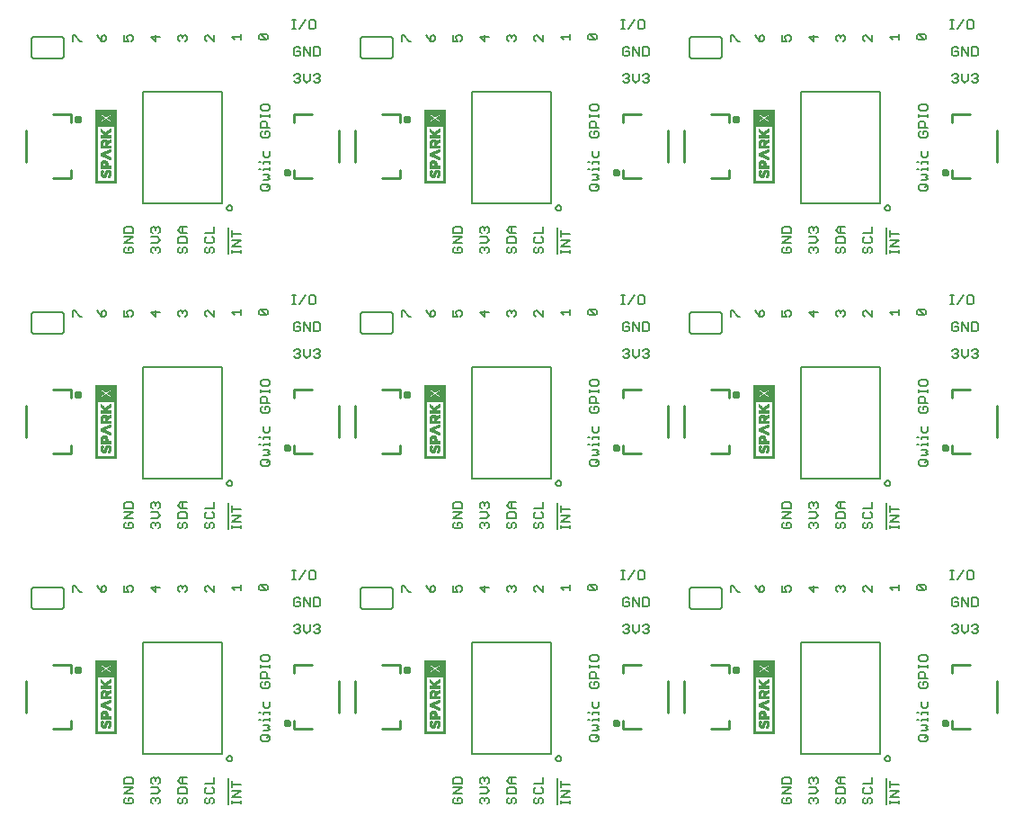
<source format=gto>
G75*
%MOIN*%
%OFA0B0*%
%FSLAX25Y25*%
%IPPOS*%
%LPD*%
%AMOC8*
5,1,8,0,0,1.08239X$1,22.5*
%
%ADD10C,0.00600*%
%ADD11C,0.01000*%
%ADD12C,0.01575*%
%ADD13C,0.00039*%
%ADD14C,0.00800*%
D10*
X0040857Y0016867D02*
X0041424Y0016300D01*
X0043693Y0016300D01*
X0044260Y0016867D01*
X0044260Y0018001D01*
X0043693Y0018569D01*
X0042559Y0018569D01*
X0042559Y0017434D01*
X0041424Y0018569D02*
X0040857Y0018001D01*
X0040857Y0016867D01*
X0040857Y0019983D02*
X0044260Y0022252D01*
X0040857Y0022252D01*
X0040857Y0023666D02*
X0040857Y0025368D01*
X0041424Y0025935D01*
X0043693Y0025935D01*
X0044260Y0025368D01*
X0044260Y0023666D01*
X0040857Y0023666D01*
X0040857Y0019983D02*
X0044260Y0019983D01*
X0050857Y0019983D02*
X0053126Y0019983D01*
X0054260Y0021117D01*
X0053126Y0022252D01*
X0050857Y0022252D01*
X0051424Y0023666D02*
X0050857Y0024233D01*
X0050857Y0025368D01*
X0051424Y0025935D01*
X0051991Y0025935D01*
X0052559Y0025368D01*
X0053126Y0025935D01*
X0053693Y0025935D01*
X0054260Y0025368D01*
X0054260Y0024233D01*
X0053693Y0023666D01*
X0052559Y0024801D02*
X0052559Y0025368D01*
X0053126Y0018569D02*
X0053693Y0018569D01*
X0054260Y0018001D01*
X0054260Y0016867D01*
X0053693Y0016300D01*
X0052559Y0017434D02*
X0052559Y0018001D01*
X0053126Y0018569D01*
X0052559Y0018001D02*
X0051991Y0018569D01*
X0051424Y0018569D01*
X0050857Y0018001D01*
X0050857Y0016867D01*
X0051424Y0016300D01*
X0060857Y0016867D02*
X0061424Y0016300D01*
X0061991Y0016300D01*
X0062559Y0016867D01*
X0062559Y0018001D01*
X0063126Y0018569D01*
X0063693Y0018569D01*
X0064260Y0018001D01*
X0064260Y0016867D01*
X0063693Y0016300D01*
X0060857Y0016867D02*
X0060857Y0018001D01*
X0061424Y0018569D01*
X0060857Y0019983D02*
X0060857Y0021685D01*
X0061424Y0022252D01*
X0063693Y0022252D01*
X0064260Y0021685D01*
X0064260Y0019983D01*
X0060857Y0019983D01*
X0061991Y0023666D02*
X0060857Y0024801D01*
X0061991Y0025935D01*
X0064260Y0025935D01*
X0062559Y0025935D02*
X0062559Y0023666D01*
X0061991Y0023666D02*
X0064260Y0023666D01*
X0070857Y0023666D02*
X0074260Y0023666D01*
X0074260Y0025935D01*
X0073693Y0022252D02*
X0074260Y0021685D01*
X0074260Y0020550D01*
X0073693Y0019983D01*
X0071424Y0019983D01*
X0070857Y0020550D01*
X0070857Y0021685D01*
X0071424Y0022252D01*
X0071424Y0018569D02*
X0070857Y0018001D01*
X0070857Y0016867D01*
X0071424Y0016300D01*
X0071991Y0016300D01*
X0072559Y0016867D01*
X0072559Y0018001D01*
X0073126Y0018569D01*
X0073693Y0018569D01*
X0074260Y0018001D01*
X0074260Y0016867D01*
X0073693Y0016300D01*
X0079660Y0016000D02*
X0079660Y0025822D01*
X0080857Y0024707D02*
X0080857Y0022439D01*
X0080857Y0023573D02*
X0084260Y0023573D01*
X0084260Y0021024D02*
X0080857Y0021024D01*
X0080857Y0018755D02*
X0084260Y0021024D01*
X0084260Y0018755D02*
X0080857Y0018755D01*
X0080857Y0017434D02*
X0080857Y0016300D01*
X0080857Y0016867D02*
X0084260Y0016867D01*
X0084260Y0016300D02*
X0084260Y0017434D01*
X0092137Y0039576D02*
X0091570Y0040143D01*
X0091570Y0041278D01*
X0092137Y0041845D01*
X0094405Y0041845D01*
X0094973Y0041278D01*
X0094973Y0040143D01*
X0094405Y0039576D01*
X0092137Y0039576D01*
X0093838Y0040711D02*
X0094973Y0041845D01*
X0094405Y0043259D02*
X0094973Y0043827D01*
X0094405Y0044394D01*
X0094973Y0044961D01*
X0094405Y0045528D01*
X0092704Y0045528D01*
X0092704Y0046943D02*
X0092704Y0047510D01*
X0094973Y0047510D01*
X0094973Y0046943D02*
X0094973Y0048077D01*
X0094973Y0049398D02*
X0094973Y0050532D01*
X0094973Y0049965D02*
X0092704Y0049965D01*
X0092704Y0049398D01*
X0091570Y0049965D02*
X0091003Y0049965D01*
X0091003Y0047510D02*
X0091570Y0047510D01*
X0092704Y0043259D02*
X0094405Y0043259D01*
X0094405Y0051853D02*
X0094973Y0052421D01*
X0094973Y0054122D01*
X0092704Y0054122D02*
X0092704Y0052421D01*
X0093271Y0051853D01*
X0094405Y0051853D01*
X0094405Y0059220D02*
X0094973Y0059787D01*
X0094973Y0060921D01*
X0094405Y0061488D01*
X0093271Y0061488D01*
X0093271Y0060354D01*
X0092137Y0061488D02*
X0091570Y0060921D01*
X0091570Y0059787D01*
X0092137Y0059220D01*
X0094405Y0059220D01*
X0093838Y0062903D02*
X0093838Y0064604D01*
X0093271Y0065171D01*
X0092137Y0065171D01*
X0091570Y0064604D01*
X0091570Y0062903D01*
X0094973Y0062903D01*
X0094973Y0066586D02*
X0094973Y0067720D01*
X0094973Y0067153D02*
X0091570Y0067153D01*
X0091570Y0066586D02*
X0091570Y0067720D01*
X0092137Y0069041D02*
X0094405Y0069041D01*
X0094973Y0069609D01*
X0094973Y0070743D01*
X0094405Y0071310D01*
X0092137Y0071310D01*
X0091570Y0070743D01*
X0091570Y0069609D01*
X0092137Y0069041D01*
X0103860Y0079930D02*
X0104427Y0079363D01*
X0105561Y0079363D01*
X0106129Y0079930D01*
X0106129Y0080497D01*
X0105561Y0081064D01*
X0104994Y0081064D01*
X0105561Y0081064D02*
X0106129Y0081632D01*
X0106129Y0082199D01*
X0105561Y0082766D01*
X0104427Y0082766D01*
X0103860Y0082199D01*
X0107543Y0082766D02*
X0107543Y0080497D01*
X0108677Y0079363D01*
X0109812Y0080497D01*
X0109812Y0082766D01*
X0111226Y0082199D02*
X0111793Y0082766D01*
X0112928Y0082766D01*
X0113495Y0082199D01*
X0113495Y0081632D01*
X0112928Y0081064D01*
X0113495Y0080497D01*
X0113495Y0079930D01*
X0112928Y0079363D01*
X0111793Y0079363D01*
X0111226Y0079930D01*
X0112361Y0081064D02*
X0112928Y0081064D01*
X0112928Y0089300D02*
X0111226Y0089300D01*
X0111226Y0092703D01*
X0112928Y0092703D01*
X0113495Y0092136D01*
X0113495Y0089867D01*
X0112928Y0089300D01*
X0109812Y0089300D02*
X0109812Y0092703D01*
X0107543Y0092703D02*
X0107543Y0089300D01*
X0106129Y0089867D02*
X0106129Y0091001D01*
X0104994Y0091001D01*
X0103860Y0089867D02*
X0104427Y0089300D01*
X0105561Y0089300D01*
X0106129Y0089867D01*
X0106129Y0092136D02*
X0105561Y0092703D01*
X0104427Y0092703D01*
X0103860Y0092136D01*
X0103860Y0089867D01*
X0107543Y0092703D02*
X0109812Y0089300D01*
X0110066Y0099300D02*
X0111200Y0099300D01*
X0111767Y0099867D01*
X0111767Y0102136D01*
X0111200Y0102703D01*
X0110066Y0102703D01*
X0109499Y0102136D01*
X0109499Y0099867D01*
X0110066Y0099300D01*
X0108084Y0102703D02*
X0105815Y0099300D01*
X0104494Y0099300D02*
X0103360Y0099300D01*
X0103927Y0099300D02*
X0103927Y0102703D01*
X0103360Y0102703D02*
X0104494Y0102703D01*
X0094260Y0097001D02*
X0094260Y0095867D01*
X0093693Y0095300D01*
X0091424Y0097569D01*
X0093693Y0097569D01*
X0094260Y0097001D01*
X0093693Y0095300D02*
X0091424Y0095300D01*
X0090857Y0095867D01*
X0090857Y0097001D01*
X0091424Y0097569D01*
X0084260Y0097569D02*
X0084260Y0095300D01*
X0084260Y0096434D02*
X0080857Y0096434D01*
X0081991Y0095300D01*
X0074260Y0094800D02*
X0071991Y0097069D01*
X0071424Y0097069D01*
X0070857Y0096501D01*
X0070857Y0095367D01*
X0071424Y0094800D01*
X0074260Y0094800D02*
X0074260Y0097069D01*
X0064260Y0096501D02*
X0064260Y0095367D01*
X0063693Y0094800D01*
X0062559Y0095934D02*
X0062559Y0096501D01*
X0063126Y0097069D01*
X0063693Y0097069D01*
X0064260Y0096501D01*
X0062559Y0096501D02*
X0061991Y0097069D01*
X0061424Y0097069D01*
X0060857Y0096501D01*
X0060857Y0095367D01*
X0061424Y0094800D01*
X0054260Y0096501D02*
X0050857Y0096501D01*
X0052559Y0094800D01*
X0052559Y0097069D01*
X0044260Y0096501D02*
X0044260Y0095367D01*
X0043693Y0094800D01*
X0042559Y0094800D02*
X0041991Y0095934D01*
X0041991Y0096501D01*
X0042559Y0097069D01*
X0043693Y0097069D01*
X0044260Y0096501D01*
X0042559Y0094800D02*
X0040857Y0094800D01*
X0040857Y0097069D01*
X0034260Y0096501D02*
X0033693Y0097069D01*
X0033126Y0097069D01*
X0032559Y0096501D01*
X0032559Y0094800D01*
X0033693Y0094800D01*
X0034260Y0095367D01*
X0034260Y0096501D01*
X0032559Y0094800D02*
X0031424Y0095934D01*
X0030857Y0097069D01*
X0025260Y0094800D02*
X0024693Y0094800D01*
X0022424Y0097069D01*
X0021857Y0097069D01*
X0021857Y0094800D01*
X0018560Y0095500D02*
X0018560Y0089500D01*
X0018558Y0089440D01*
X0018553Y0089379D01*
X0018544Y0089320D01*
X0018531Y0089261D01*
X0018515Y0089202D01*
X0018495Y0089145D01*
X0018472Y0089090D01*
X0018445Y0089035D01*
X0018416Y0088983D01*
X0018383Y0088932D01*
X0018347Y0088883D01*
X0018309Y0088837D01*
X0018267Y0088793D01*
X0018223Y0088751D01*
X0018177Y0088713D01*
X0018128Y0088677D01*
X0018077Y0088644D01*
X0018025Y0088615D01*
X0017970Y0088588D01*
X0017915Y0088565D01*
X0017858Y0088545D01*
X0017799Y0088529D01*
X0017740Y0088516D01*
X0017681Y0088507D01*
X0017620Y0088502D01*
X0017560Y0088500D01*
X0007560Y0088500D01*
X0007500Y0088502D01*
X0007439Y0088507D01*
X0007380Y0088516D01*
X0007321Y0088529D01*
X0007262Y0088545D01*
X0007205Y0088565D01*
X0007150Y0088588D01*
X0007095Y0088615D01*
X0007043Y0088644D01*
X0006992Y0088677D01*
X0006943Y0088713D01*
X0006897Y0088751D01*
X0006853Y0088793D01*
X0006811Y0088837D01*
X0006773Y0088883D01*
X0006737Y0088932D01*
X0006704Y0088983D01*
X0006675Y0089035D01*
X0006648Y0089090D01*
X0006625Y0089145D01*
X0006605Y0089202D01*
X0006589Y0089261D01*
X0006576Y0089320D01*
X0006567Y0089379D01*
X0006562Y0089440D01*
X0006560Y0089500D01*
X0006560Y0095500D01*
X0006562Y0095560D01*
X0006567Y0095621D01*
X0006576Y0095680D01*
X0006589Y0095739D01*
X0006605Y0095798D01*
X0006625Y0095855D01*
X0006648Y0095910D01*
X0006675Y0095965D01*
X0006704Y0096017D01*
X0006737Y0096068D01*
X0006773Y0096117D01*
X0006811Y0096163D01*
X0006853Y0096207D01*
X0006897Y0096249D01*
X0006943Y0096287D01*
X0006992Y0096323D01*
X0007043Y0096356D01*
X0007095Y0096385D01*
X0007150Y0096412D01*
X0007205Y0096435D01*
X0007262Y0096455D01*
X0007321Y0096471D01*
X0007380Y0096484D01*
X0007439Y0096493D01*
X0007500Y0096498D01*
X0007560Y0096500D01*
X0017560Y0096500D01*
X0017620Y0096498D01*
X0017681Y0096493D01*
X0017740Y0096484D01*
X0017799Y0096471D01*
X0017858Y0096455D01*
X0017915Y0096435D01*
X0017970Y0096412D01*
X0018025Y0096385D01*
X0018077Y0096356D01*
X0018128Y0096323D01*
X0018177Y0096287D01*
X0018223Y0096249D01*
X0018267Y0096207D01*
X0018309Y0096163D01*
X0018347Y0096117D01*
X0018383Y0096068D01*
X0018416Y0096017D01*
X0018445Y0095965D01*
X0018472Y0095910D01*
X0018495Y0095855D01*
X0018515Y0095798D01*
X0018531Y0095739D01*
X0018544Y0095680D01*
X0018553Y0095621D01*
X0018558Y0095560D01*
X0018560Y0095500D01*
X0041424Y0118300D02*
X0043693Y0118300D01*
X0044260Y0118867D01*
X0044260Y0120001D01*
X0043693Y0120569D01*
X0042559Y0120569D01*
X0042559Y0119434D01*
X0041424Y0118300D02*
X0040857Y0118867D01*
X0040857Y0120001D01*
X0041424Y0120569D01*
X0040857Y0121983D02*
X0044260Y0124252D01*
X0040857Y0124252D01*
X0040857Y0125666D02*
X0040857Y0127368D01*
X0041424Y0127935D01*
X0043693Y0127935D01*
X0044260Y0127368D01*
X0044260Y0125666D01*
X0040857Y0125666D01*
X0040857Y0121983D02*
X0044260Y0121983D01*
X0050857Y0121983D02*
X0053126Y0121983D01*
X0054260Y0123117D01*
X0053126Y0124252D01*
X0050857Y0124252D01*
X0051424Y0125666D02*
X0050857Y0126233D01*
X0050857Y0127368D01*
X0051424Y0127935D01*
X0051991Y0127935D01*
X0052559Y0127368D01*
X0053126Y0127935D01*
X0053693Y0127935D01*
X0054260Y0127368D01*
X0054260Y0126233D01*
X0053693Y0125666D01*
X0052559Y0126801D02*
X0052559Y0127368D01*
X0053126Y0120569D02*
X0053693Y0120569D01*
X0054260Y0120001D01*
X0054260Y0118867D01*
X0053693Y0118300D01*
X0052559Y0119434D02*
X0052559Y0120001D01*
X0053126Y0120569D01*
X0052559Y0120001D02*
X0051991Y0120569D01*
X0051424Y0120569D01*
X0050857Y0120001D01*
X0050857Y0118867D01*
X0051424Y0118300D01*
X0060857Y0118867D02*
X0061424Y0118300D01*
X0061991Y0118300D01*
X0062559Y0118867D01*
X0062559Y0120001D01*
X0063126Y0120569D01*
X0063693Y0120569D01*
X0064260Y0120001D01*
X0064260Y0118867D01*
X0063693Y0118300D01*
X0060857Y0118867D02*
X0060857Y0120001D01*
X0061424Y0120569D01*
X0060857Y0121983D02*
X0060857Y0123685D01*
X0061424Y0124252D01*
X0063693Y0124252D01*
X0064260Y0123685D01*
X0064260Y0121983D01*
X0060857Y0121983D01*
X0061991Y0125666D02*
X0060857Y0126801D01*
X0061991Y0127935D01*
X0064260Y0127935D01*
X0062559Y0127935D02*
X0062559Y0125666D01*
X0061991Y0125666D02*
X0064260Y0125666D01*
X0070857Y0125666D02*
X0074260Y0125666D01*
X0074260Y0127935D01*
X0073693Y0124252D02*
X0074260Y0123685D01*
X0074260Y0122550D01*
X0073693Y0121983D01*
X0071424Y0121983D01*
X0070857Y0122550D01*
X0070857Y0123685D01*
X0071424Y0124252D01*
X0071424Y0120569D02*
X0070857Y0120001D01*
X0070857Y0118867D01*
X0071424Y0118300D01*
X0071991Y0118300D01*
X0072559Y0118867D01*
X0072559Y0120001D01*
X0073126Y0120569D01*
X0073693Y0120569D01*
X0074260Y0120001D01*
X0074260Y0118867D01*
X0073693Y0118300D01*
X0079660Y0118000D02*
X0079660Y0127822D01*
X0080857Y0126707D02*
X0080857Y0124439D01*
X0080857Y0125573D02*
X0084260Y0125573D01*
X0084260Y0123024D02*
X0080857Y0123024D01*
X0080857Y0120755D02*
X0084260Y0123024D01*
X0084260Y0120755D02*
X0080857Y0120755D01*
X0080857Y0119434D02*
X0080857Y0118300D01*
X0080857Y0118867D02*
X0084260Y0118867D01*
X0084260Y0118300D02*
X0084260Y0119434D01*
X0092137Y0141576D02*
X0091570Y0142143D01*
X0091570Y0143278D01*
X0092137Y0143845D01*
X0094405Y0143845D01*
X0094973Y0143278D01*
X0094973Y0142143D01*
X0094405Y0141576D01*
X0092137Y0141576D01*
X0093838Y0142711D02*
X0094973Y0143845D01*
X0094405Y0145259D02*
X0094973Y0145827D01*
X0094405Y0146394D01*
X0094973Y0146961D01*
X0094405Y0147528D01*
X0092704Y0147528D01*
X0092704Y0148943D02*
X0092704Y0149510D01*
X0094973Y0149510D01*
X0094973Y0148943D02*
X0094973Y0150077D01*
X0094973Y0151398D02*
X0094973Y0152532D01*
X0094973Y0151965D02*
X0092704Y0151965D01*
X0092704Y0151398D01*
X0091570Y0151965D02*
X0091003Y0151965D01*
X0091003Y0149510D02*
X0091570Y0149510D01*
X0092704Y0145259D02*
X0094405Y0145259D01*
X0094405Y0153853D02*
X0094973Y0154421D01*
X0094973Y0156122D01*
X0092704Y0156122D02*
X0092704Y0154421D01*
X0093271Y0153853D01*
X0094405Y0153853D01*
X0094405Y0161220D02*
X0094973Y0161787D01*
X0094973Y0162921D01*
X0094405Y0163488D01*
X0093271Y0163488D01*
X0093271Y0162354D01*
X0092137Y0163488D02*
X0091570Y0162921D01*
X0091570Y0161787D01*
X0092137Y0161220D01*
X0094405Y0161220D01*
X0093838Y0164903D02*
X0093838Y0166604D01*
X0093271Y0167171D01*
X0092137Y0167171D01*
X0091570Y0166604D01*
X0091570Y0164903D01*
X0094973Y0164903D01*
X0094973Y0168586D02*
X0094973Y0169720D01*
X0094973Y0169153D02*
X0091570Y0169153D01*
X0091570Y0168586D02*
X0091570Y0169720D01*
X0092137Y0171041D02*
X0094405Y0171041D01*
X0094973Y0171609D01*
X0094973Y0172743D01*
X0094405Y0173310D01*
X0092137Y0173310D01*
X0091570Y0172743D01*
X0091570Y0171609D01*
X0092137Y0171041D01*
X0103860Y0181930D02*
X0104427Y0181363D01*
X0105561Y0181363D01*
X0106129Y0181930D01*
X0106129Y0182497D01*
X0105561Y0183064D01*
X0104994Y0183064D01*
X0105561Y0183064D02*
X0106129Y0183632D01*
X0106129Y0184199D01*
X0105561Y0184766D01*
X0104427Y0184766D01*
X0103860Y0184199D01*
X0107543Y0184766D02*
X0107543Y0182497D01*
X0108677Y0181363D01*
X0109812Y0182497D01*
X0109812Y0184766D01*
X0111226Y0184199D02*
X0111793Y0184766D01*
X0112928Y0184766D01*
X0113495Y0184199D01*
X0113495Y0183632D01*
X0112928Y0183064D01*
X0113495Y0182497D01*
X0113495Y0181930D01*
X0112928Y0181363D01*
X0111793Y0181363D01*
X0111226Y0181930D01*
X0112361Y0183064D02*
X0112928Y0183064D01*
X0112928Y0191300D02*
X0111226Y0191300D01*
X0111226Y0194703D01*
X0112928Y0194703D01*
X0113495Y0194136D01*
X0113495Y0191867D01*
X0112928Y0191300D01*
X0109812Y0191300D02*
X0109812Y0194703D01*
X0107543Y0194703D02*
X0107543Y0191300D01*
X0106129Y0191867D02*
X0106129Y0193001D01*
X0104994Y0193001D01*
X0103860Y0191867D02*
X0104427Y0191300D01*
X0105561Y0191300D01*
X0106129Y0191867D01*
X0106129Y0194136D02*
X0105561Y0194703D01*
X0104427Y0194703D01*
X0103860Y0194136D01*
X0103860Y0191867D01*
X0107543Y0194703D02*
X0109812Y0191300D01*
X0110066Y0201300D02*
X0111200Y0201300D01*
X0111767Y0201867D01*
X0111767Y0204136D01*
X0111200Y0204703D01*
X0110066Y0204703D01*
X0109499Y0204136D01*
X0109499Y0201867D01*
X0110066Y0201300D01*
X0108084Y0204703D02*
X0105815Y0201300D01*
X0104494Y0201300D02*
X0103360Y0201300D01*
X0103927Y0201300D02*
X0103927Y0204703D01*
X0103360Y0204703D02*
X0104494Y0204703D01*
X0094260Y0199001D02*
X0094260Y0197867D01*
X0093693Y0197300D01*
X0091424Y0199569D01*
X0093693Y0199569D01*
X0094260Y0199001D01*
X0093693Y0197300D02*
X0091424Y0197300D01*
X0090857Y0197867D01*
X0090857Y0199001D01*
X0091424Y0199569D01*
X0084260Y0199569D02*
X0084260Y0197300D01*
X0084260Y0198434D02*
X0080857Y0198434D01*
X0081991Y0197300D01*
X0074260Y0196800D02*
X0071991Y0199069D01*
X0071424Y0199069D01*
X0070857Y0198501D01*
X0070857Y0197367D01*
X0071424Y0196800D01*
X0074260Y0196800D02*
X0074260Y0199069D01*
X0064260Y0198501D02*
X0064260Y0197367D01*
X0063693Y0196800D01*
X0062559Y0197934D02*
X0062559Y0198501D01*
X0063126Y0199069D01*
X0063693Y0199069D01*
X0064260Y0198501D01*
X0062559Y0198501D02*
X0061991Y0199069D01*
X0061424Y0199069D01*
X0060857Y0198501D01*
X0060857Y0197367D01*
X0061424Y0196800D01*
X0054260Y0198501D02*
X0050857Y0198501D01*
X0052559Y0196800D01*
X0052559Y0199069D01*
X0044260Y0198501D02*
X0044260Y0197367D01*
X0043693Y0196800D01*
X0042559Y0196800D02*
X0041991Y0197934D01*
X0041991Y0198501D01*
X0042559Y0199069D01*
X0043693Y0199069D01*
X0044260Y0198501D01*
X0042559Y0196800D02*
X0040857Y0196800D01*
X0040857Y0199069D01*
X0034260Y0198501D02*
X0033693Y0199069D01*
X0033126Y0199069D01*
X0032559Y0198501D01*
X0032559Y0196800D01*
X0033693Y0196800D01*
X0034260Y0197367D01*
X0034260Y0198501D01*
X0032559Y0196800D02*
X0031424Y0197934D01*
X0030857Y0199069D01*
X0025260Y0196800D02*
X0024693Y0196800D01*
X0022424Y0199069D01*
X0021857Y0199069D01*
X0021857Y0196800D01*
X0018560Y0197500D02*
X0018560Y0191500D01*
X0018558Y0191440D01*
X0018553Y0191379D01*
X0018544Y0191320D01*
X0018531Y0191261D01*
X0018515Y0191202D01*
X0018495Y0191145D01*
X0018472Y0191090D01*
X0018445Y0191035D01*
X0018416Y0190983D01*
X0018383Y0190932D01*
X0018347Y0190883D01*
X0018309Y0190837D01*
X0018267Y0190793D01*
X0018223Y0190751D01*
X0018177Y0190713D01*
X0018128Y0190677D01*
X0018077Y0190644D01*
X0018025Y0190615D01*
X0017970Y0190588D01*
X0017915Y0190565D01*
X0017858Y0190545D01*
X0017799Y0190529D01*
X0017740Y0190516D01*
X0017681Y0190507D01*
X0017620Y0190502D01*
X0017560Y0190500D01*
X0007560Y0190500D01*
X0007500Y0190502D01*
X0007439Y0190507D01*
X0007380Y0190516D01*
X0007321Y0190529D01*
X0007262Y0190545D01*
X0007205Y0190565D01*
X0007150Y0190588D01*
X0007095Y0190615D01*
X0007043Y0190644D01*
X0006992Y0190677D01*
X0006943Y0190713D01*
X0006897Y0190751D01*
X0006853Y0190793D01*
X0006811Y0190837D01*
X0006773Y0190883D01*
X0006737Y0190932D01*
X0006704Y0190983D01*
X0006675Y0191035D01*
X0006648Y0191090D01*
X0006625Y0191145D01*
X0006605Y0191202D01*
X0006589Y0191261D01*
X0006576Y0191320D01*
X0006567Y0191379D01*
X0006562Y0191440D01*
X0006560Y0191500D01*
X0006560Y0197500D01*
X0006562Y0197560D01*
X0006567Y0197621D01*
X0006576Y0197680D01*
X0006589Y0197739D01*
X0006605Y0197798D01*
X0006625Y0197855D01*
X0006648Y0197910D01*
X0006675Y0197965D01*
X0006704Y0198017D01*
X0006737Y0198068D01*
X0006773Y0198117D01*
X0006811Y0198163D01*
X0006853Y0198207D01*
X0006897Y0198249D01*
X0006943Y0198287D01*
X0006992Y0198323D01*
X0007043Y0198356D01*
X0007095Y0198385D01*
X0007150Y0198412D01*
X0007205Y0198435D01*
X0007262Y0198455D01*
X0007321Y0198471D01*
X0007380Y0198484D01*
X0007439Y0198493D01*
X0007500Y0198498D01*
X0007560Y0198500D01*
X0017560Y0198500D01*
X0017620Y0198498D01*
X0017681Y0198493D01*
X0017740Y0198484D01*
X0017799Y0198471D01*
X0017858Y0198455D01*
X0017915Y0198435D01*
X0017970Y0198412D01*
X0018025Y0198385D01*
X0018077Y0198356D01*
X0018128Y0198323D01*
X0018177Y0198287D01*
X0018223Y0198249D01*
X0018267Y0198207D01*
X0018309Y0198163D01*
X0018347Y0198117D01*
X0018383Y0198068D01*
X0018416Y0198017D01*
X0018445Y0197965D01*
X0018472Y0197910D01*
X0018495Y0197855D01*
X0018515Y0197798D01*
X0018531Y0197739D01*
X0018544Y0197680D01*
X0018553Y0197621D01*
X0018558Y0197560D01*
X0018560Y0197500D01*
X0041424Y0220300D02*
X0043693Y0220300D01*
X0044260Y0220867D01*
X0044260Y0222001D01*
X0043693Y0222569D01*
X0042559Y0222569D01*
X0042559Y0221434D01*
X0041424Y0220300D02*
X0040857Y0220867D01*
X0040857Y0222001D01*
X0041424Y0222569D01*
X0040857Y0223983D02*
X0044260Y0226252D01*
X0040857Y0226252D01*
X0040857Y0227666D02*
X0040857Y0229368D01*
X0041424Y0229935D01*
X0043693Y0229935D01*
X0044260Y0229368D01*
X0044260Y0227666D01*
X0040857Y0227666D01*
X0040857Y0223983D02*
X0044260Y0223983D01*
X0050857Y0223983D02*
X0053126Y0223983D01*
X0054260Y0225117D01*
X0053126Y0226252D01*
X0050857Y0226252D01*
X0051424Y0227666D02*
X0050857Y0228233D01*
X0050857Y0229368D01*
X0051424Y0229935D01*
X0051991Y0229935D01*
X0052559Y0229368D01*
X0053126Y0229935D01*
X0053693Y0229935D01*
X0054260Y0229368D01*
X0054260Y0228233D01*
X0053693Y0227666D01*
X0052559Y0228801D02*
X0052559Y0229368D01*
X0053126Y0222569D02*
X0053693Y0222569D01*
X0054260Y0222001D01*
X0054260Y0220867D01*
X0053693Y0220300D01*
X0052559Y0221434D02*
X0052559Y0222001D01*
X0053126Y0222569D01*
X0052559Y0222001D02*
X0051991Y0222569D01*
X0051424Y0222569D01*
X0050857Y0222001D01*
X0050857Y0220867D01*
X0051424Y0220300D01*
X0060857Y0220867D02*
X0061424Y0220300D01*
X0061991Y0220300D01*
X0062559Y0220867D01*
X0062559Y0222001D01*
X0063126Y0222569D01*
X0063693Y0222569D01*
X0064260Y0222001D01*
X0064260Y0220867D01*
X0063693Y0220300D01*
X0060857Y0220867D02*
X0060857Y0222001D01*
X0061424Y0222569D01*
X0060857Y0223983D02*
X0060857Y0225685D01*
X0061424Y0226252D01*
X0063693Y0226252D01*
X0064260Y0225685D01*
X0064260Y0223983D01*
X0060857Y0223983D01*
X0061991Y0227666D02*
X0060857Y0228801D01*
X0061991Y0229935D01*
X0064260Y0229935D01*
X0062559Y0229935D02*
X0062559Y0227666D01*
X0061991Y0227666D02*
X0064260Y0227666D01*
X0070857Y0227666D02*
X0074260Y0227666D01*
X0074260Y0229935D01*
X0073693Y0226252D02*
X0074260Y0225685D01*
X0074260Y0224550D01*
X0073693Y0223983D01*
X0071424Y0223983D01*
X0070857Y0224550D01*
X0070857Y0225685D01*
X0071424Y0226252D01*
X0071424Y0222569D02*
X0070857Y0222001D01*
X0070857Y0220867D01*
X0071424Y0220300D01*
X0071991Y0220300D01*
X0072559Y0220867D01*
X0072559Y0222001D01*
X0073126Y0222569D01*
X0073693Y0222569D01*
X0074260Y0222001D01*
X0074260Y0220867D01*
X0073693Y0220300D01*
X0079660Y0220000D02*
X0079660Y0229822D01*
X0080857Y0228707D02*
X0080857Y0226439D01*
X0080857Y0227573D02*
X0084260Y0227573D01*
X0084260Y0225024D02*
X0080857Y0225024D01*
X0080857Y0222755D02*
X0084260Y0225024D01*
X0084260Y0222755D02*
X0080857Y0222755D01*
X0080857Y0221434D02*
X0080857Y0220300D01*
X0080857Y0220867D02*
X0084260Y0220867D01*
X0084260Y0220300D02*
X0084260Y0221434D01*
X0092137Y0243576D02*
X0091570Y0244143D01*
X0091570Y0245278D01*
X0092137Y0245845D01*
X0094405Y0245845D01*
X0094973Y0245278D01*
X0094973Y0244143D01*
X0094405Y0243576D01*
X0092137Y0243576D01*
X0093838Y0244711D02*
X0094973Y0245845D01*
X0094405Y0247259D02*
X0094973Y0247827D01*
X0094405Y0248394D01*
X0094973Y0248961D01*
X0094405Y0249528D01*
X0092704Y0249528D01*
X0092704Y0250943D02*
X0092704Y0251510D01*
X0094973Y0251510D01*
X0094973Y0250943D02*
X0094973Y0252077D01*
X0094973Y0253398D02*
X0094973Y0254532D01*
X0094973Y0253965D02*
X0092704Y0253965D01*
X0092704Y0253398D01*
X0091570Y0253965D02*
X0091003Y0253965D01*
X0091003Y0251510D02*
X0091570Y0251510D01*
X0092704Y0247259D02*
X0094405Y0247259D01*
X0094405Y0255853D02*
X0094973Y0256421D01*
X0094973Y0258122D01*
X0092704Y0258122D02*
X0092704Y0256421D01*
X0093271Y0255853D01*
X0094405Y0255853D01*
X0094405Y0263220D02*
X0094973Y0263787D01*
X0094973Y0264921D01*
X0094405Y0265488D01*
X0093271Y0265488D01*
X0093271Y0264354D01*
X0092137Y0265488D02*
X0091570Y0264921D01*
X0091570Y0263787D01*
X0092137Y0263220D01*
X0094405Y0263220D01*
X0093838Y0266903D02*
X0093838Y0268604D01*
X0093271Y0269171D01*
X0092137Y0269171D01*
X0091570Y0268604D01*
X0091570Y0266903D01*
X0094973Y0266903D01*
X0094973Y0270586D02*
X0094973Y0271720D01*
X0094973Y0271153D02*
X0091570Y0271153D01*
X0091570Y0270586D02*
X0091570Y0271720D01*
X0092137Y0273041D02*
X0094405Y0273041D01*
X0094973Y0273609D01*
X0094973Y0274743D01*
X0094405Y0275310D01*
X0092137Y0275310D01*
X0091570Y0274743D01*
X0091570Y0273609D01*
X0092137Y0273041D01*
X0103860Y0283930D02*
X0104427Y0283363D01*
X0105561Y0283363D01*
X0106129Y0283930D01*
X0106129Y0284497D01*
X0105561Y0285064D01*
X0104994Y0285064D01*
X0105561Y0285064D02*
X0106129Y0285632D01*
X0106129Y0286199D01*
X0105561Y0286766D01*
X0104427Y0286766D01*
X0103860Y0286199D01*
X0107543Y0286766D02*
X0107543Y0284497D01*
X0108677Y0283363D01*
X0109812Y0284497D01*
X0109812Y0286766D01*
X0111226Y0286199D02*
X0111793Y0286766D01*
X0112928Y0286766D01*
X0113495Y0286199D01*
X0113495Y0285632D01*
X0112928Y0285064D01*
X0113495Y0284497D01*
X0113495Y0283930D01*
X0112928Y0283363D01*
X0111793Y0283363D01*
X0111226Y0283930D01*
X0112361Y0285064D02*
X0112928Y0285064D01*
X0112928Y0293300D02*
X0111226Y0293300D01*
X0111226Y0296703D01*
X0112928Y0296703D01*
X0113495Y0296136D01*
X0113495Y0293867D01*
X0112928Y0293300D01*
X0109812Y0293300D02*
X0109812Y0296703D01*
X0107543Y0296703D02*
X0107543Y0293300D01*
X0106129Y0293867D02*
X0106129Y0295001D01*
X0104994Y0295001D01*
X0103860Y0293867D02*
X0104427Y0293300D01*
X0105561Y0293300D01*
X0106129Y0293867D01*
X0106129Y0296136D02*
X0105561Y0296703D01*
X0104427Y0296703D01*
X0103860Y0296136D01*
X0103860Y0293867D01*
X0107543Y0296703D02*
X0109812Y0293300D01*
X0110066Y0303300D02*
X0111200Y0303300D01*
X0111767Y0303867D01*
X0111767Y0306136D01*
X0111200Y0306703D01*
X0110066Y0306703D01*
X0109499Y0306136D01*
X0109499Y0303867D01*
X0110066Y0303300D01*
X0108084Y0306703D02*
X0105815Y0303300D01*
X0104494Y0303300D02*
X0103360Y0303300D01*
X0103927Y0303300D02*
X0103927Y0306703D01*
X0103360Y0306703D02*
X0104494Y0306703D01*
X0094260Y0301001D02*
X0094260Y0299867D01*
X0093693Y0299300D01*
X0091424Y0301569D01*
X0093693Y0301569D01*
X0094260Y0301001D01*
X0093693Y0299300D02*
X0091424Y0299300D01*
X0090857Y0299867D01*
X0090857Y0301001D01*
X0091424Y0301569D01*
X0084260Y0301569D02*
X0084260Y0299300D01*
X0084260Y0300434D02*
X0080857Y0300434D01*
X0081991Y0299300D01*
X0074260Y0298800D02*
X0071991Y0301069D01*
X0071424Y0301069D01*
X0070857Y0300501D01*
X0070857Y0299367D01*
X0071424Y0298800D01*
X0074260Y0298800D02*
X0074260Y0301069D01*
X0064260Y0300501D02*
X0064260Y0299367D01*
X0063693Y0298800D01*
X0062559Y0299934D02*
X0062559Y0300501D01*
X0063126Y0301069D01*
X0063693Y0301069D01*
X0064260Y0300501D01*
X0062559Y0300501D02*
X0061991Y0301069D01*
X0061424Y0301069D01*
X0060857Y0300501D01*
X0060857Y0299367D01*
X0061424Y0298800D01*
X0054260Y0300501D02*
X0050857Y0300501D01*
X0052559Y0298800D01*
X0052559Y0301069D01*
X0044260Y0300501D02*
X0044260Y0299367D01*
X0043693Y0298800D01*
X0042559Y0298800D02*
X0041991Y0299934D01*
X0041991Y0300501D01*
X0042559Y0301069D01*
X0043693Y0301069D01*
X0044260Y0300501D01*
X0042559Y0298800D02*
X0040857Y0298800D01*
X0040857Y0301069D01*
X0034260Y0300501D02*
X0034260Y0299367D01*
X0033693Y0298800D01*
X0032559Y0298800D01*
X0032559Y0300501D01*
X0033126Y0301069D01*
X0033693Y0301069D01*
X0034260Y0300501D01*
X0032559Y0298800D02*
X0031424Y0299934D01*
X0030857Y0301069D01*
X0025260Y0298800D02*
X0024693Y0298800D01*
X0022424Y0301069D01*
X0021857Y0301069D01*
X0021857Y0298800D01*
X0018560Y0299500D02*
X0018560Y0293500D01*
X0018558Y0293440D01*
X0018553Y0293379D01*
X0018544Y0293320D01*
X0018531Y0293261D01*
X0018515Y0293202D01*
X0018495Y0293145D01*
X0018472Y0293090D01*
X0018445Y0293035D01*
X0018416Y0292983D01*
X0018383Y0292932D01*
X0018347Y0292883D01*
X0018309Y0292837D01*
X0018267Y0292793D01*
X0018223Y0292751D01*
X0018177Y0292713D01*
X0018128Y0292677D01*
X0018077Y0292644D01*
X0018025Y0292615D01*
X0017970Y0292588D01*
X0017915Y0292565D01*
X0017858Y0292545D01*
X0017799Y0292529D01*
X0017740Y0292516D01*
X0017681Y0292507D01*
X0017620Y0292502D01*
X0017560Y0292500D01*
X0007560Y0292500D01*
X0007500Y0292502D01*
X0007439Y0292507D01*
X0007380Y0292516D01*
X0007321Y0292529D01*
X0007262Y0292545D01*
X0007205Y0292565D01*
X0007150Y0292588D01*
X0007095Y0292615D01*
X0007043Y0292644D01*
X0006992Y0292677D01*
X0006943Y0292713D01*
X0006897Y0292751D01*
X0006853Y0292793D01*
X0006811Y0292837D01*
X0006773Y0292883D01*
X0006737Y0292932D01*
X0006704Y0292983D01*
X0006675Y0293035D01*
X0006648Y0293090D01*
X0006625Y0293145D01*
X0006605Y0293202D01*
X0006589Y0293261D01*
X0006576Y0293320D01*
X0006567Y0293379D01*
X0006562Y0293440D01*
X0006560Y0293500D01*
X0006560Y0299500D01*
X0006562Y0299560D01*
X0006567Y0299621D01*
X0006576Y0299680D01*
X0006589Y0299739D01*
X0006605Y0299798D01*
X0006625Y0299855D01*
X0006648Y0299910D01*
X0006675Y0299965D01*
X0006704Y0300017D01*
X0006737Y0300068D01*
X0006773Y0300117D01*
X0006811Y0300163D01*
X0006853Y0300207D01*
X0006897Y0300249D01*
X0006943Y0300287D01*
X0006992Y0300323D01*
X0007043Y0300356D01*
X0007095Y0300385D01*
X0007150Y0300412D01*
X0007205Y0300435D01*
X0007262Y0300455D01*
X0007321Y0300471D01*
X0007380Y0300484D01*
X0007439Y0300493D01*
X0007500Y0300498D01*
X0007560Y0300500D01*
X0017560Y0300500D01*
X0017620Y0300498D01*
X0017681Y0300493D01*
X0017740Y0300484D01*
X0017799Y0300471D01*
X0017858Y0300455D01*
X0017915Y0300435D01*
X0017970Y0300412D01*
X0018025Y0300385D01*
X0018077Y0300356D01*
X0018128Y0300323D01*
X0018177Y0300287D01*
X0018223Y0300249D01*
X0018267Y0300207D01*
X0018309Y0300163D01*
X0018347Y0300117D01*
X0018383Y0300068D01*
X0018416Y0300017D01*
X0018445Y0299965D01*
X0018472Y0299910D01*
X0018495Y0299855D01*
X0018515Y0299798D01*
X0018531Y0299739D01*
X0018544Y0299680D01*
X0018553Y0299621D01*
X0018558Y0299560D01*
X0018560Y0299500D01*
X0128560Y0299500D02*
X0128560Y0293500D01*
X0128562Y0293440D01*
X0128567Y0293379D01*
X0128576Y0293320D01*
X0128589Y0293261D01*
X0128605Y0293202D01*
X0128625Y0293145D01*
X0128648Y0293090D01*
X0128675Y0293035D01*
X0128704Y0292983D01*
X0128737Y0292932D01*
X0128773Y0292883D01*
X0128811Y0292837D01*
X0128853Y0292793D01*
X0128897Y0292751D01*
X0128943Y0292713D01*
X0128992Y0292677D01*
X0129043Y0292644D01*
X0129095Y0292615D01*
X0129150Y0292588D01*
X0129205Y0292565D01*
X0129262Y0292545D01*
X0129321Y0292529D01*
X0129380Y0292516D01*
X0129439Y0292507D01*
X0129500Y0292502D01*
X0129560Y0292500D01*
X0139560Y0292500D01*
X0139620Y0292502D01*
X0139681Y0292507D01*
X0139740Y0292516D01*
X0139799Y0292529D01*
X0139858Y0292545D01*
X0139915Y0292565D01*
X0139970Y0292588D01*
X0140025Y0292615D01*
X0140077Y0292644D01*
X0140128Y0292677D01*
X0140177Y0292713D01*
X0140223Y0292751D01*
X0140267Y0292793D01*
X0140309Y0292837D01*
X0140347Y0292883D01*
X0140383Y0292932D01*
X0140416Y0292983D01*
X0140445Y0293035D01*
X0140472Y0293090D01*
X0140495Y0293145D01*
X0140515Y0293202D01*
X0140531Y0293261D01*
X0140544Y0293320D01*
X0140553Y0293379D01*
X0140558Y0293440D01*
X0140560Y0293500D01*
X0140560Y0299500D01*
X0140558Y0299560D01*
X0140553Y0299621D01*
X0140544Y0299680D01*
X0140531Y0299739D01*
X0140515Y0299798D01*
X0140495Y0299855D01*
X0140472Y0299910D01*
X0140445Y0299965D01*
X0140416Y0300017D01*
X0140383Y0300068D01*
X0140347Y0300117D01*
X0140309Y0300163D01*
X0140267Y0300207D01*
X0140223Y0300249D01*
X0140177Y0300287D01*
X0140128Y0300323D01*
X0140077Y0300356D01*
X0140025Y0300385D01*
X0139970Y0300412D01*
X0139915Y0300435D01*
X0139858Y0300455D01*
X0139799Y0300471D01*
X0139740Y0300484D01*
X0139681Y0300493D01*
X0139620Y0300498D01*
X0139560Y0300500D01*
X0129560Y0300500D01*
X0129500Y0300498D01*
X0129439Y0300493D01*
X0129380Y0300484D01*
X0129321Y0300471D01*
X0129262Y0300455D01*
X0129205Y0300435D01*
X0129150Y0300412D01*
X0129095Y0300385D01*
X0129043Y0300356D01*
X0128992Y0300323D01*
X0128943Y0300287D01*
X0128897Y0300249D01*
X0128853Y0300207D01*
X0128811Y0300163D01*
X0128773Y0300117D01*
X0128737Y0300068D01*
X0128704Y0300017D01*
X0128675Y0299965D01*
X0128648Y0299910D01*
X0128625Y0299855D01*
X0128605Y0299798D01*
X0128589Y0299739D01*
X0128576Y0299680D01*
X0128567Y0299621D01*
X0128562Y0299560D01*
X0128560Y0299500D01*
X0143857Y0298800D02*
X0143857Y0301069D01*
X0144424Y0301069D01*
X0146693Y0298800D01*
X0147260Y0298800D01*
X0152857Y0301069D02*
X0153424Y0299934D01*
X0154559Y0298800D01*
X0154559Y0300501D01*
X0155126Y0301069D01*
X0155693Y0301069D01*
X0156260Y0300501D01*
X0156260Y0299367D01*
X0155693Y0298800D01*
X0154559Y0298800D01*
X0162857Y0298800D02*
X0164559Y0298800D01*
X0163991Y0299934D01*
X0163991Y0300501D01*
X0164559Y0301069D01*
X0165693Y0301069D01*
X0166260Y0300501D01*
X0166260Y0299367D01*
X0165693Y0298800D01*
X0162857Y0298800D02*
X0162857Y0301069D01*
X0172857Y0300501D02*
X0174559Y0298800D01*
X0174559Y0301069D01*
X0176260Y0300501D02*
X0172857Y0300501D01*
X0182857Y0300501D02*
X0182857Y0299367D01*
X0183424Y0298800D01*
X0184559Y0299934D02*
X0184559Y0300501D01*
X0185126Y0301069D01*
X0185693Y0301069D01*
X0186260Y0300501D01*
X0186260Y0299367D01*
X0185693Y0298800D01*
X0184559Y0300501D02*
X0183991Y0301069D01*
X0183424Y0301069D01*
X0182857Y0300501D01*
X0192857Y0300501D02*
X0192857Y0299367D01*
X0193424Y0298800D01*
X0192857Y0300501D02*
X0193424Y0301069D01*
X0193991Y0301069D01*
X0196260Y0298800D01*
X0196260Y0301069D01*
X0202857Y0300434D02*
X0206260Y0300434D01*
X0206260Y0299300D02*
X0206260Y0301569D01*
X0203991Y0299300D02*
X0202857Y0300434D01*
X0212857Y0299867D02*
X0213424Y0299300D01*
X0215693Y0299300D01*
X0213424Y0301569D01*
X0215693Y0301569D01*
X0216260Y0301001D01*
X0216260Y0299867D01*
X0215693Y0299300D01*
X0212857Y0299867D02*
X0212857Y0301001D01*
X0213424Y0301569D01*
X0225360Y0303300D02*
X0226494Y0303300D01*
X0225927Y0303300D02*
X0225927Y0306703D01*
X0225360Y0306703D02*
X0226494Y0306703D01*
X0230084Y0306703D02*
X0227815Y0303300D01*
X0231499Y0303867D02*
X0232066Y0303300D01*
X0233200Y0303300D01*
X0233767Y0303867D01*
X0233767Y0306136D01*
X0233200Y0306703D01*
X0232066Y0306703D01*
X0231499Y0306136D01*
X0231499Y0303867D01*
X0231812Y0296703D02*
X0231812Y0293300D01*
X0229543Y0296703D01*
X0229543Y0293300D01*
X0228129Y0293867D02*
X0228129Y0295001D01*
X0226994Y0295001D01*
X0225860Y0293867D02*
X0226427Y0293300D01*
X0227561Y0293300D01*
X0228129Y0293867D01*
X0228129Y0296136D02*
X0227561Y0296703D01*
X0226427Y0296703D01*
X0225860Y0296136D01*
X0225860Y0293867D01*
X0233226Y0293300D02*
X0233226Y0296703D01*
X0234928Y0296703D01*
X0235495Y0296136D01*
X0235495Y0293867D01*
X0234928Y0293300D01*
X0233226Y0293300D01*
X0233793Y0286766D02*
X0234928Y0286766D01*
X0235495Y0286199D01*
X0235495Y0285632D01*
X0234928Y0285064D01*
X0235495Y0284497D01*
X0235495Y0283930D01*
X0234928Y0283363D01*
X0233793Y0283363D01*
X0233226Y0283930D01*
X0231812Y0284497D02*
X0231812Y0286766D01*
X0233226Y0286199D02*
X0233793Y0286766D01*
X0234361Y0285064D02*
X0234928Y0285064D01*
X0231812Y0284497D02*
X0230677Y0283363D01*
X0229543Y0284497D01*
X0229543Y0286766D01*
X0228129Y0286199D02*
X0228129Y0285632D01*
X0227561Y0285064D01*
X0228129Y0284497D01*
X0228129Y0283930D01*
X0227561Y0283363D01*
X0226427Y0283363D01*
X0225860Y0283930D01*
X0226994Y0285064D02*
X0227561Y0285064D01*
X0228129Y0286199D02*
X0227561Y0286766D01*
X0226427Y0286766D01*
X0225860Y0286199D01*
X0216405Y0275310D02*
X0214137Y0275310D01*
X0213570Y0274743D01*
X0213570Y0273609D01*
X0214137Y0273041D01*
X0216405Y0273041D01*
X0216973Y0273609D01*
X0216973Y0274743D01*
X0216405Y0275310D01*
X0216973Y0271720D02*
X0216973Y0270586D01*
X0216973Y0271153D02*
X0213570Y0271153D01*
X0213570Y0270586D02*
X0213570Y0271720D01*
X0214137Y0269171D02*
X0215271Y0269171D01*
X0215838Y0268604D01*
X0215838Y0266903D01*
X0216973Y0266903D02*
X0213570Y0266903D01*
X0213570Y0268604D01*
X0214137Y0269171D01*
X0214137Y0265488D02*
X0213570Y0264921D01*
X0213570Y0263787D01*
X0214137Y0263220D01*
X0216405Y0263220D01*
X0216973Y0263787D01*
X0216973Y0264921D01*
X0216405Y0265488D01*
X0215271Y0265488D01*
X0215271Y0264354D01*
X0214704Y0258122D02*
X0214704Y0256421D01*
X0215271Y0255853D01*
X0216405Y0255853D01*
X0216973Y0256421D01*
X0216973Y0258122D01*
X0216973Y0254532D02*
X0216973Y0253398D01*
X0216973Y0253965D02*
X0214704Y0253965D01*
X0214704Y0253398D01*
X0213570Y0253965D02*
X0213003Y0253965D01*
X0213003Y0251510D02*
X0213570Y0251510D01*
X0214704Y0251510D02*
X0216973Y0251510D01*
X0216973Y0250943D02*
X0216973Y0252077D01*
X0214704Y0251510D02*
X0214704Y0250943D01*
X0214704Y0249528D02*
X0216405Y0249528D01*
X0216973Y0248961D01*
X0216405Y0248394D01*
X0216973Y0247827D01*
X0216405Y0247259D01*
X0214704Y0247259D01*
X0214137Y0245845D02*
X0216405Y0245845D01*
X0216973Y0245278D01*
X0216973Y0244143D01*
X0216405Y0243576D01*
X0214137Y0243576D01*
X0213570Y0244143D01*
X0213570Y0245278D01*
X0214137Y0245845D01*
X0215838Y0244711D02*
X0216973Y0245845D01*
X0201660Y0229822D02*
X0201660Y0220000D01*
X0202857Y0220300D02*
X0202857Y0221434D01*
X0202857Y0220867D02*
X0206260Y0220867D01*
X0206260Y0220300D02*
X0206260Y0221434D01*
X0206260Y0222755D02*
X0202857Y0222755D01*
X0206260Y0225024D01*
X0202857Y0225024D01*
X0202857Y0226439D02*
X0202857Y0228707D01*
X0202857Y0227573D02*
X0206260Y0227573D01*
X0196260Y0227666D02*
X0196260Y0229935D01*
X0196260Y0227666D02*
X0192857Y0227666D01*
X0193424Y0226252D02*
X0192857Y0225685D01*
X0192857Y0224550D01*
X0193424Y0223983D01*
X0195693Y0223983D01*
X0196260Y0224550D01*
X0196260Y0225685D01*
X0195693Y0226252D01*
X0195693Y0222569D02*
X0196260Y0222001D01*
X0196260Y0220867D01*
X0195693Y0220300D01*
X0194559Y0220867D02*
X0194559Y0222001D01*
X0195126Y0222569D01*
X0195693Y0222569D01*
X0194559Y0220867D02*
X0193991Y0220300D01*
X0193424Y0220300D01*
X0192857Y0220867D01*
X0192857Y0222001D01*
X0193424Y0222569D01*
X0186260Y0222001D02*
X0186260Y0220867D01*
X0185693Y0220300D01*
X0184559Y0220867D02*
X0184559Y0222001D01*
X0185126Y0222569D01*
X0185693Y0222569D01*
X0186260Y0222001D01*
X0186260Y0223983D02*
X0182857Y0223983D01*
X0182857Y0225685D01*
X0183424Y0226252D01*
X0185693Y0226252D01*
X0186260Y0225685D01*
X0186260Y0223983D01*
X0183424Y0222569D02*
X0182857Y0222001D01*
X0182857Y0220867D01*
X0183424Y0220300D01*
X0183991Y0220300D01*
X0184559Y0220867D01*
X0176260Y0220867D02*
X0175693Y0220300D01*
X0176260Y0220867D02*
X0176260Y0222001D01*
X0175693Y0222569D01*
X0175126Y0222569D01*
X0174559Y0222001D01*
X0174559Y0221434D01*
X0174559Y0222001D02*
X0173991Y0222569D01*
X0173424Y0222569D01*
X0172857Y0222001D01*
X0172857Y0220867D01*
X0173424Y0220300D01*
X0172857Y0223983D02*
X0175126Y0223983D01*
X0176260Y0225117D01*
X0175126Y0226252D01*
X0172857Y0226252D01*
X0173424Y0227666D02*
X0172857Y0228233D01*
X0172857Y0229368D01*
X0173424Y0229935D01*
X0173991Y0229935D01*
X0174559Y0229368D01*
X0175126Y0229935D01*
X0175693Y0229935D01*
X0176260Y0229368D01*
X0176260Y0228233D01*
X0175693Y0227666D01*
X0174559Y0228801D02*
X0174559Y0229368D01*
X0166260Y0229368D02*
X0166260Y0227666D01*
X0162857Y0227666D01*
X0162857Y0229368D01*
X0163424Y0229935D01*
X0165693Y0229935D01*
X0166260Y0229368D01*
X0166260Y0226252D02*
X0162857Y0226252D01*
X0162857Y0223983D02*
X0166260Y0226252D01*
X0166260Y0223983D02*
X0162857Y0223983D01*
X0163424Y0222569D02*
X0162857Y0222001D01*
X0162857Y0220867D01*
X0163424Y0220300D01*
X0165693Y0220300D01*
X0166260Y0220867D01*
X0166260Y0222001D01*
X0165693Y0222569D01*
X0164559Y0222569D01*
X0164559Y0221434D01*
X0182857Y0228801D02*
X0183991Y0229935D01*
X0186260Y0229935D01*
X0184559Y0229935D02*
X0184559Y0227666D01*
X0183991Y0227666D02*
X0182857Y0228801D01*
X0183991Y0227666D02*
X0186260Y0227666D01*
X0185693Y0199069D02*
X0186260Y0198501D01*
X0186260Y0197367D01*
X0185693Y0196800D01*
X0184559Y0197934D02*
X0184559Y0198501D01*
X0185126Y0199069D01*
X0185693Y0199069D01*
X0184559Y0198501D02*
X0183991Y0199069D01*
X0183424Y0199069D01*
X0182857Y0198501D01*
X0182857Y0197367D01*
X0183424Y0196800D01*
X0176260Y0198501D02*
X0172857Y0198501D01*
X0174559Y0196800D01*
X0174559Y0199069D01*
X0166260Y0198501D02*
X0166260Y0197367D01*
X0165693Y0196800D01*
X0164559Y0196800D02*
X0163991Y0197934D01*
X0163991Y0198501D01*
X0164559Y0199069D01*
X0165693Y0199069D01*
X0166260Y0198501D01*
X0164559Y0196800D02*
X0162857Y0196800D01*
X0162857Y0199069D01*
X0156260Y0198501D02*
X0155693Y0199069D01*
X0155126Y0199069D01*
X0154559Y0198501D01*
X0154559Y0196800D01*
X0155693Y0196800D01*
X0156260Y0197367D01*
X0156260Y0198501D01*
X0154559Y0196800D02*
X0153424Y0197934D01*
X0152857Y0199069D01*
X0147260Y0196800D02*
X0146693Y0196800D01*
X0144424Y0199069D01*
X0143857Y0199069D01*
X0143857Y0196800D01*
X0140560Y0197500D02*
X0140560Y0191500D01*
X0140558Y0191440D01*
X0140553Y0191379D01*
X0140544Y0191320D01*
X0140531Y0191261D01*
X0140515Y0191202D01*
X0140495Y0191145D01*
X0140472Y0191090D01*
X0140445Y0191035D01*
X0140416Y0190983D01*
X0140383Y0190932D01*
X0140347Y0190883D01*
X0140309Y0190837D01*
X0140267Y0190793D01*
X0140223Y0190751D01*
X0140177Y0190713D01*
X0140128Y0190677D01*
X0140077Y0190644D01*
X0140025Y0190615D01*
X0139970Y0190588D01*
X0139915Y0190565D01*
X0139858Y0190545D01*
X0139799Y0190529D01*
X0139740Y0190516D01*
X0139681Y0190507D01*
X0139620Y0190502D01*
X0139560Y0190500D01*
X0129560Y0190500D01*
X0129500Y0190502D01*
X0129439Y0190507D01*
X0129380Y0190516D01*
X0129321Y0190529D01*
X0129262Y0190545D01*
X0129205Y0190565D01*
X0129150Y0190588D01*
X0129095Y0190615D01*
X0129043Y0190644D01*
X0128992Y0190677D01*
X0128943Y0190713D01*
X0128897Y0190751D01*
X0128853Y0190793D01*
X0128811Y0190837D01*
X0128773Y0190883D01*
X0128737Y0190932D01*
X0128704Y0190983D01*
X0128675Y0191035D01*
X0128648Y0191090D01*
X0128625Y0191145D01*
X0128605Y0191202D01*
X0128589Y0191261D01*
X0128576Y0191320D01*
X0128567Y0191379D01*
X0128562Y0191440D01*
X0128560Y0191500D01*
X0128560Y0197500D01*
X0128562Y0197560D01*
X0128567Y0197621D01*
X0128576Y0197680D01*
X0128589Y0197739D01*
X0128605Y0197798D01*
X0128625Y0197855D01*
X0128648Y0197910D01*
X0128675Y0197965D01*
X0128704Y0198017D01*
X0128737Y0198068D01*
X0128773Y0198117D01*
X0128811Y0198163D01*
X0128853Y0198207D01*
X0128897Y0198249D01*
X0128943Y0198287D01*
X0128992Y0198323D01*
X0129043Y0198356D01*
X0129095Y0198385D01*
X0129150Y0198412D01*
X0129205Y0198435D01*
X0129262Y0198455D01*
X0129321Y0198471D01*
X0129380Y0198484D01*
X0129439Y0198493D01*
X0129500Y0198498D01*
X0129560Y0198500D01*
X0139560Y0198500D01*
X0139620Y0198498D01*
X0139681Y0198493D01*
X0139740Y0198484D01*
X0139799Y0198471D01*
X0139858Y0198455D01*
X0139915Y0198435D01*
X0139970Y0198412D01*
X0140025Y0198385D01*
X0140077Y0198356D01*
X0140128Y0198323D01*
X0140177Y0198287D01*
X0140223Y0198249D01*
X0140267Y0198207D01*
X0140309Y0198163D01*
X0140347Y0198117D01*
X0140383Y0198068D01*
X0140416Y0198017D01*
X0140445Y0197965D01*
X0140472Y0197910D01*
X0140495Y0197855D01*
X0140515Y0197798D01*
X0140531Y0197739D01*
X0140544Y0197680D01*
X0140553Y0197621D01*
X0140558Y0197560D01*
X0140560Y0197500D01*
X0192857Y0197367D02*
X0193424Y0196800D01*
X0192857Y0197367D02*
X0192857Y0198501D01*
X0193424Y0199069D01*
X0193991Y0199069D01*
X0196260Y0196800D01*
X0196260Y0199069D01*
X0202857Y0198434D02*
X0206260Y0198434D01*
X0206260Y0197300D02*
X0206260Y0199569D01*
X0203991Y0197300D02*
X0202857Y0198434D01*
X0212857Y0197867D02*
X0213424Y0197300D01*
X0215693Y0197300D01*
X0213424Y0199569D01*
X0215693Y0199569D01*
X0216260Y0199001D01*
X0216260Y0197867D01*
X0215693Y0197300D01*
X0212857Y0197867D02*
X0212857Y0199001D01*
X0213424Y0199569D01*
X0225360Y0201300D02*
X0226494Y0201300D01*
X0225927Y0201300D02*
X0225927Y0204703D01*
X0225360Y0204703D02*
X0226494Y0204703D01*
X0230084Y0204703D02*
X0227815Y0201300D01*
X0231499Y0201867D02*
X0232066Y0201300D01*
X0233200Y0201300D01*
X0233767Y0201867D01*
X0233767Y0204136D01*
X0233200Y0204703D01*
X0232066Y0204703D01*
X0231499Y0204136D01*
X0231499Y0201867D01*
X0231812Y0194703D02*
X0231812Y0191300D01*
X0229543Y0194703D01*
X0229543Y0191300D01*
X0228129Y0191867D02*
X0228129Y0193001D01*
X0226994Y0193001D01*
X0225860Y0191867D02*
X0226427Y0191300D01*
X0227561Y0191300D01*
X0228129Y0191867D01*
X0228129Y0194136D02*
X0227561Y0194703D01*
X0226427Y0194703D01*
X0225860Y0194136D01*
X0225860Y0191867D01*
X0233226Y0191300D02*
X0233226Y0194703D01*
X0234928Y0194703D01*
X0235495Y0194136D01*
X0235495Y0191867D01*
X0234928Y0191300D01*
X0233226Y0191300D01*
X0233793Y0184766D02*
X0234928Y0184766D01*
X0235495Y0184199D01*
X0235495Y0183632D01*
X0234928Y0183064D01*
X0235495Y0182497D01*
X0235495Y0181930D01*
X0234928Y0181363D01*
X0233793Y0181363D01*
X0233226Y0181930D01*
X0231812Y0182497D02*
X0231812Y0184766D01*
X0233226Y0184199D02*
X0233793Y0184766D01*
X0234361Y0183064D02*
X0234928Y0183064D01*
X0231812Y0182497D02*
X0230677Y0181363D01*
X0229543Y0182497D01*
X0229543Y0184766D01*
X0228129Y0184199D02*
X0228129Y0183632D01*
X0227561Y0183064D01*
X0228129Y0182497D01*
X0228129Y0181930D01*
X0227561Y0181363D01*
X0226427Y0181363D01*
X0225860Y0181930D01*
X0226994Y0183064D02*
X0227561Y0183064D01*
X0228129Y0184199D02*
X0227561Y0184766D01*
X0226427Y0184766D01*
X0225860Y0184199D01*
X0216405Y0173310D02*
X0214137Y0173310D01*
X0213570Y0172743D01*
X0213570Y0171609D01*
X0214137Y0171041D01*
X0216405Y0171041D01*
X0216973Y0171609D01*
X0216973Y0172743D01*
X0216405Y0173310D01*
X0216973Y0169720D02*
X0216973Y0168586D01*
X0216973Y0169153D02*
X0213570Y0169153D01*
X0213570Y0168586D02*
X0213570Y0169720D01*
X0214137Y0167171D02*
X0215271Y0167171D01*
X0215838Y0166604D01*
X0215838Y0164903D01*
X0216973Y0164903D02*
X0213570Y0164903D01*
X0213570Y0166604D01*
X0214137Y0167171D01*
X0214137Y0163488D02*
X0213570Y0162921D01*
X0213570Y0161787D01*
X0214137Y0161220D01*
X0216405Y0161220D01*
X0216973Y0161787D01*
X0216973Y0162921D01*
X0216405Y0163488D01*
X0215271Y0163488D01*
X0215271Y0162354D01*
X0214704Y0156122D02*
X0214704Y0154421D01*
X0215271Y0153853D01*
X0216405Y0153853D01*
X0216973Y0154421D01*
X0216973Y0156122D01*
X0216973Y0152532D02*
X0216973Y0151398D01*
X0216973Y0151965D02*
X0214704Y0151965D01*
X0214704Y0151398D01*
X0213570Y0151965D02*
X0213003Y0151965D01*
X0213003Y0149510D02*
X0213570Y0149510D01*
X0214704Y0149510D02*
X0216973Y0149510D01*
X0216973Y0148943D02*
X0216973Y0150077D01*
X0214704Y0149510D02*
X0214704Y0148943D01*
X0214704Y0147528D02*
X0216405Y0147528D01*
X0216973Y0146961D01*
X0216405Y0146394D01*
X0216973Y0145827D01*
X0216405Y0145259D01*
X0214704Y0145259D01*
X0214137Y0143845D02*
X0216405Y0143845D01*
X0216973Y0143278D01*
X0216973Y0142143D01*
X0216405Y0141576D01*
X0214137Y0141576D01*
X0213570Y0142143D01*
X0213570Y0143278D01*
X0214137Y0143845D01*
X0215838Y0142711D02*
X0216973Y0143845D01*
X0201660Y0127822D02*
X0201660Y0118000D01*
X0202857Y0118300D02*
X0202857Y0119434D01*
X0202857Y0118867D02*
X0206260Y0118867D01*
X0206260Y0118300D02*
X0206260Y0119434D01*
X0206260Y0120755D02*
X0202857Y0120755D01*
X0206260Y0123024D01*
X0202857Y0123024D01*
X0202857Y0124439D02*
X0202857Y0126707D01*
X0202857Y0125573D02*
X0206260Y0125573D01*
X0196260Y0125666D02*
X0196260Y0127935D01*
X0196260Y0125666D02*
X0192857Y0125666D01*
X0193424Y0124252D02*
X0192857Y0123685D01*
X0192857Y0122550D01*
X0193424Y0121983D01*
X0195693Y0121983D01*
X0196260Y0122550D01*
X0196260Y0123685D01*
X0195693Y0124252D01*
X0195693Y0120569D02*
X0196260Y0120001D01*
X0196260Y0118867D01*
X0195693Y0118300D01*
X0194559Y0118867D02*
X0194559Y0120001D01*
X0195126Y0120569D01*
X0195693Y0120569D01*
X0194559Y0118867D02*
X0193991Y0118300D01*
X0193424Y0118300D01*
X0192857Y0118867D01*
X0192857Y0120001D01*
X0193424Y0120569D01*
X0186260Y0120001D02*
X0186260Y0118867D01*
X0185693Y0118300D01*
X0184559Y0118867D02*
X0184559Y0120001D01*
X0185126Y0120569D01*
X0185693Y0120569D01*
X0186260Y0120001D01*
X0186260Y0121983D02*
X0186260Y0123685D01*
X0185693Y0124252D01*
X0183424Y0124252D01*
X0182857Y0123685D01*
X0182857Y0121983D01*
X0186260Y0121983D01*
X0183424Y0120569D02*
X0182857Y0120001D01*
X0182857Y0118867D01*
X0183424Y0118300D01*
X0183991Y0118300D01*
X0184559Y0118867D01*
X0176260Y0118867D02*
X0176260Y0120001D01*
X0175693Y0120569D01*
X0175126Y0120569D01*
X0174559Y0120001D01*
X0174559Y0119434D01*
X0174559Y0120001D02*
X0173991Y0120569D01*
X0173424Y0120569D01*
X0172857Y0120001D01*
X0172857Y0118867D01*
X0173424Y0118300D01*
X0175693Y0118300D02*
X0176260Y0118867D01*
X0175126Y0121983D02*
X0176260Y0123117D01*
X0175126Y0124252D01*
X0172857Y0124252D01*
X0173424Y0125666D02*
X0172857Y0126233D01*
X0172857Y0127368D01*
X0173424Y0127935D01*
X0173991Y0127935D01*
X0174559Y0127368D01*
X0175126Y0127935D01*
X0175693Y0127935D01*
X0176260Y0127368D01*
X0176260Y0126233D01*
X0175693Y0125666D01*
X0174559Y0126801D02*
X0174559Y0127368D01*
X0175126Y0121983D02*
X0172857Y0121983D01*
X0166260Y0121983D02*
X0162857Y0121983D01*
X0166260Y0124252D01*
X0162857Y0124252D01*
X0162857Y0125666D02*
X0162857Y0127368D01*
X0163424Y0127935D01*
X0165693Y0127935D01*
X0166260Y0127368D01*
X0166260Y0125666D01*
X0162857Y0125666D01*
X0163424Y0120569D02*
X0162857Y0120001D01*
X0162857Y0118867D01*
X0163424Y0118300D01*
X0165693Y0118300D01*
X0166260Y0118867D01*
X0166260Y0120001D01*
X0165693Y0120569D01*
X0164559Y0120569D01*
X0164559Y0119434D01*
X0182857Y0126801D02*
X0183991Y0127935D01*
X0186260Y0127935D01*
X0184559Y0127935D02*
X0184559Y0125666D01*
X0183991Y0125666D02*
X0182857Y0126801D01*
X0183991Y0125666D02*
X0186260Y0125666D01*
X0185693Y0097069D02*
X0186260Y0096501D01*
X0186260Y0095367D01*
X0185693Y0094800D01*
X0184559Y0095934D02*
X0184559Y0096501D01*
X0185126Y0097069D01*
X0185693Y0097069D01*
X0184559Y0096501D02*
X0183991Y0097069D01*
X0183424Y0097069D01*
X0182857Y0096501D01*
X0182857Y0095367D01*
X0183424Y0094800D01*
X0176260Y0096501D02*
X0172857Y0096501D01*
X0174559Y0094800D01*
X0174559Y0097069D01*
X0166260Y0096501D02*
X0166260Y0095367D01*
X0165693Y0094800D01*
X0164559Y0094800D02*
X0163991Y0095934D01*
X0163991Y0096501D01*
X0164559Y0097069D01*
X0165693Y0097069D01*
X0166260Y0096501D01*
X0164559Y0094800D02*
X0162857Y0094800D01*
X0162857Y0097069D01*
X0156260Y0096501D02*
X0155693Y0097069D01*
X0155126Y0097069D01*
X0154559Y0096501D01*
X0154559Y0094800D01*
X0155693Y0094800D01*
X0156260Y0095367D01*
X0156260Y0096501D01*
X0154559Y0094800D02*
X0153424Y0095934D01*
X0152857Y0097069D01*
X0147260Y0094800D02*
X0146693Y0094800D01*
X0144424Y0097069D01*
X0143857Y0097069D01*
X0143857Y0094800D01*
X0140560Y0095500D02*
X0140560Y0089500D01*
X0140558Y0089440D01*
X0140553Y0089379D01*
X0140544Y0089320D01*
X0140531Y0089261D01*
X0140515Y0089202D01*
X0140495Y0089145D01*
X0140472Y0089090D01*
X0140445Y0089035D01*
X0140416Y0088983D01*
X0140383Y0088932D01*
X0140347Y0088883D01*
X0140309Y0088837D01*
X0140267Y0088793D01*
X0140223Y0088751D01*
X0140177Y0088713D01*
X0140128Y0088677D01*
X0140077Y0088644D01*
X0140025Y0088615D01*
X0139970Y0088588D01*
X0139915Y0088565D01*
X0139858Y0088545D01*
X0139799Y0088529D01*
X0139740Y0088516D01*
X0139681Y0088507D01*
X0139620Y0088502D01*
X0139560Y0088500D01*
X0129560Y0088500D01*
X0129500Y0088502D01*
X0129439Y0088507D01*
X0129380Y0088516D01*
X0129321Y0088529D01*
X0129262Y0088545D01*
X0129205Y0088565D01*
X0129150Y0088588D01*
X0129095Y0088615D01*
X0129043Y0088644D01*
X0128992Y0088677D01*
X0128943Y0088713D01*
X0128897Y0088751D01*
X0128853Y0088793D01*
X0128811Y0088837D01*
X0128773Y0088883D01*
X0128737Y0088932D01*
X0128704Y0088983D01*
X0128675Y0089035D01*
X0128648Y0089090D01*
X0128625Y0089145D01*
X0128605Y0089202D01*
X0128589Y0089261D01*
X0128576Y0089320D01*
X0128567Y0089379D01*
X0128562Y0089440D01*
X0128560Y0089500D01*
X0128560Y0095500D01*
X0128562Y0095560D01*
X0128567Y0095621D01*
X0128576Y0095680D01*
X0128589Y0095739D01*
X0128605Y0095798D01*
X0128625Y0095855D01*
X0128648Y0095910D01*
X0128675Y0095965D01*
X0128704Y0096017D01*
X0128737Y0096068D01*
X0128773Y0096117D01*
X0128811Y0096163D01*
X0128853Y0096207D01*
X0128897Y0096249D01*
X0128943Y0096287D01*
X0128992Y0096323D01*
X0129043Y0096356D01*
X0129095Y0096385D01*
X0129150Y0096412D01*
X0129205Y0096435D01*
X0129262Y0096455D01*
X0129321Y0096471D01*
X0129380Y0096484D01*
X0129439Y0096493D01*
X0129500Y0096498D01*
X0129560Y0096500D01*
X0139560Y0096500D01*
X0139620Y0096498D01*
X0139681Y0096493D01*
X0139740Y0096484D01*
X0139799Y0096471D01*
X0139858Y0096455D01*
X0139915Y0096435D01*
X0139970Y0096412D01*
X0140025Y0096385D01*
X0140077Y0096356D01*
X0140128Y0096323D01*
X0140177Y0096287D01*
X0140223Y0096249D01*
X0140267Y0096207D01*
X0140309Y0096163D01*
X0140347Y0096117D01*
X0140383Y0096068D01*
X0140416Y0096017D01*
X0140445Y0095965D01*
X0140472Y0095910D01*
X0140495Y0095855D01*
X0140515Y0095798D01*
X0140531Y0095739D01*
X0140544Y0095680D01*
X0140553Y0095621D01*
X0140558Y0095560D01*
X0140560Y0095500D01*
X0192857Y0095367D02*
X0193424Y0094800D01*
X0192857Y0095367D02*
X0192857Y0096501D01*
X0193424Y0097069D01*
X0193991Y0097069D01*
X0196260Y0094800D01*
X0196260Y0097069D01*
X0202857Y0096434D02*
X0206260Y0096434D01*
X0206260Y0095300D02*
X0206260Y0097569D01*
X0203991Y0095300D02*
X0202857Y0096434D01*
X0212857Y0095867D02*
X0212857Y0097001D01*
X0213424Y0097569D01*
X0215693Y0095300D01*
X0216260Y0095867D01*
X0216260Y0097001D01*
X0215693Y0097569D01*
X0213424Y0097569D01*
X0212857Y0095867D02*
X0213424Y0095300D01*
X0215693Y0095300D01*
X0225360Y0099300D02*
X0226494Y0099300D01*
X0225927Y0099300D02*
X0225927Y0102703D01*
X0225360Y0102703D02*
X0226494Y0102703D01*
X0230084Y0102703D02*
X0227815Y0099300D01*
X0231499Y0099867D02*
X0232066Y0099300D01*
X0233200Y0099300D01*
X0233767Y0099867D01*
X0233767Y0102136D01*
X0233200Y0102703D01*
X0232066Y0102703D01*
X0231499Y0102136D01*
X0231499Y0099867D01*
X0231812Y0092703D02*
X0231812Y0089300D01*
X0229543Y0092703D01*
X0229543Y0089300D01*
X0228129Y0089867D02*
X0228129Y0091001D01*
X0226994Y0091001D01*
X0225860Y0089867D02*
X0226427Y0089300D01*
X0227561Y0089300D01*
X0228129Y0089867D01*
X0228129Y0092136D02*
X0227561Y0092703D01*
X0226427Y0092703D01*
X0225860Y0092136D01*
X0225860Y0089867D01*
X0233226Y0089300D02*
X0233226Y0092703D01*
X0234928Y0092703D01*
X0235495Y0092136D01*
X0235495Y0089867D01*
X0234928Y0089300D01*
X0233226Y0089300D01*
X0233793Y0082766D02*
X0234928Y0082766D01*
X0235495Y0082199D01*
X0235495Y0081632D01*
X0234928Y0081064D01*
X0235495Y0080497D01*
X0235495Y0079930D01*
X0234928Y0079363D01*
X0233793Y0079363D01*
X0233226Y0079930D01*
X0231812Y0080497D02*
X0231812Y0082766D01*
X0233226Y0082199D02*
X0233793Y0082766D01*
X0234361Y0081064D02*
X0234928Y0081064D01*
X0231812Y0080497D02*
X0230677Y0079363D01*
X0229543Y0080497D01*
X0229543Y0082766D01*
X0228129Y0082199D02*
X0228129Y0081632D01*
X0227561Y0081064D01*
X0228129Y0080497D01*
X0228129Y0079930D01*
X0227561Y0079363D01*
X0226427Y0079363D01*
X0225860Y0079930D01*
X0226994Y0081064D02*
X0227561Y0081064D01*
X0228129Y0082199D02*
X0227561Y0082766D01*
X0226427Y0082766D01*
X0225860Y0082199D01*
X0216405Y0071310D02*
X0214137Y0071310D01*
X0213570Y0070743D01*
X0213570Y0069609D01*
X0214137Y0069041D01*
X0216405Y0069041D01*
X0216973Y0069609D01*
X0216973Y0070743D01*
X0216405Y0071310D01*
X0216973Y0067720D02*
X0216973Y0066586D01*
X0216973Y0067153D02*
X0213570Y0067153D01*
X0213570Y0066586D02*
X0213570Y0067720D01*
X0214137Y0065171D02*
X0215271Y0065171D01*
X0215838Y0064604D01*
X0215838Y0062903D01*
X0216973Y0062903D02*
X0213570Y0062903D01*
X0213570Y0064604D01*
X0214137Y0065171D01*
X0214137Y0061488D02*
X0213570Y0060921D01*
X0213570Y0059787D01*
X0214137Y0059220D01*
X0216405Y0059220D01*
X0216973Y0059787D01*
X0216973Y0060921D01*
X0216405Y0061488D01*
X0215271Y0061488D01*
X0215271Y0060354D01*
X0214704Y0054122D02*
X0214704Y0052421D01*
X0215271Y0051853D01*
X0216405Y0051853D01*
X0216973Y0052421D01*
X0216973Y0054122D01*
X0216973Y0050532D02*
X0216973Y0049398D01*
X0216973Y0049965D02*
X0214704Y0049965D01*
X0214704Y0049398D01*
X0213570Y0049965D02*
X0213003Y0049965D01*
X0213003Y0047510D02*
X0213570Y0047510D01*
X0214704Y0047510D02*
X0216973Y0047510D01*
X0216973Y0046943D02*
X0216973Y0048077D01*
X0214704Y0047510D02*
X0214704Y0046943D01*
X0214704Y0045528D02*
X0216405Y0045528D01*
X0216973Y0044961D01*
X0216405Y0044394D01*
X0216973Y0043827D01*
X0216405Y0043259D01*
X0214704Y0043259D01*
X0214137Y0041845D02*
X0216405Y0041845D01*
X0216973Y0041278D01*
X0216973Y0040143D01*
X0216405Y0039576D01*
X0214137Y0039576D01*
X0213570Y0040143D01*
X0213570Y0041278D01*
X0214137Y0041845D01*
X0215838Y0040711D02*
X0216973Y0041845D01*
X0201660Y0025822D02*
X0201660Y0016000D01*
X0202857Y0016300D02*
X0202857Y0017434D01*
X0202857Y0016867D02*
X0206260Y0016867D01*
X0206260Y0016300D02*
X0206260Y0017434D01*
X0206260Y0018755D02*
X0202857Y0018755D01*
X0206260Y0021024D01*
X0202857Y0021024D01*
X0202857Y0022439D02*
X0202857Y0024707D01*
X0202857Y0023573D02*
X0206260Y0023573D01*
X0196260Y0023666D02*
X0196260Y0025935D01*
X0196260Y0023666D02*
X0192857Y0023666D01*
X0193424Y0022252D02*
X0192857Y0021685D01*
X0192857Y0020550D01*
X0193424Y0019983D01*
X0195693Y0019983D01*
X0196260Y0020550D01*
X0196260Y0021685D01*
X0195693Y0022252D01*
X0195693Y0018569D02*
X0196260Y0018001D01*
X0196260Y0016867D01*
X0195693Y0016300D01*
X0194559Y0016867D02*
X0194559Y0018001D01*
X0195126Y0018569D01*
X0195693Y0018569D01*
X0194559Y0016867D02*
X0193991Y0016300D01*
X0193424Y0016300D01*
X0192857Y0016867D01*
X0192857Y0018001D01*
X0193424Y0018569D01*
X0186260Y0018001D02*
X0186260Y0016867D01*
X0185693Y0016300D01*
X0184559Y0016867D02*
X0184559Y0018001D01*
X0185126Y0018569D01*
X0185693Y0018569D01*
X0186260Y0018001D01*
X0186260Y0019983D02*
X0186260Y0021685D01*
X0185693Y0022252D01*
X0183424Y0022252D01*
X0182857Y0021685D01*
X0182857Y0019983D01*
X0186260Y0019983D01*
X0183424Y0018569D02*
X0182857Y0018001D01*
X0182857Y0016867D01*
X0183424Y0016300D01*
X0183991Y0016300D01*
X0184559Y0016867D01*
X0176260Y0016867D02*
X0176260Y0018001D01*
X0175693Y0018569D01*
X0175126Y0018569D01*
X0174559Y0018001D01*
X0174559Y0017434D01*
X0174559Y0018001D02*
X0173991Y0018569D01*
X0173424Y0018569D01*
X0172857Y0018001D01*
X0172857Y0016867D01*
X0173424Y0016300D01*
X0175693Y0016300D02*
X0176260Y0016867D01*
X0175126Y0019983D02*
X0176260Y0021117D01*
X0175126Y0022252D01*
X0172857Y0022252D01*
X0173424Y0023666D02*
X0172857Y0024233D01*
X0172857Y0025368D01*
X0173424Y0025935D01*
X0173991Y0025935D01*
X0174559Y0025368D01*
X0175126Y0025935D01*
X0175693Y0025935D01*
X0176260Y0025368D01*
X0176260Y0024233D01*
X0175693Y0023666D01*
X0174559Y0024801D02*
X0174559Y0025368D01*
X0175126Y0019983D02*
X0172857Y0019983D01*
X0166260Y0019983D02*
X0162857Y0019983D01*
X0166260Y0022252D01*
X0162857Y0022252D01*
X0162857Y0023666D02*
X0162857Y0025368D01*
X0163424Y0025935D01*
X0165693Y0025935D01*
X0166260Y0025368D01*
X0166260Y0023666D01*
X0162857Y0023666D01*
X0163424Y0018569D02*
X0162857Y0018001D01*
X0162857Y0016867D01*
X0163424Y0016300D01*
X0165693Y0016300D01*
X0166260Y0016867D01*
X0166260Y0018001D01*
X0165693Y0018569D01*
X0164559Y0018569D01*
X0164559Y0017434D01*
X0182857Y0024801D02*
X0183991Y0023666D01*
X0186260Y0023666D01*
X0184559Y0023666D02*
X0184559Y0025935D01*
X0183991Y0025935D02*
X0186260Y0025935D01*
X0183991Y0025935D02*
X0182857Y0024801D01*
X0250560Y0089500D02*
X0250560Y0095500D01*
X0250562Y0095560D01*
X0250567Y0095621D01*
X0250576Y0095680D01*
X0250589Y0095739D01*
X0250605Y0095798D01*
X0250625Y0095855D01*
X0250648Y0095910D01*
X0250675Y0095965D01*
X0250704Y0096017D01*
X0250737Y0096068D01*
X0250773Y0096117D01*
X0250811Y0096163D01*
X0250853Y0096207D01*
X0250897Y0096249D01*
X0250943Y0096287D01*
X0250992Y0096323D01*
X0251043Y0096356D01*
X0251095Y0096385D01*
X0251150Y0096412D01*
X0251205Y0096435D01*
X0251262Y0096455D01*
X0251321Y0096471D01*
X0251380Y0096484D01*
X0251439Y0096493D01*
X0251500Y0096498D01*
X0251560Y0096500D01*
X0261560Y0096500D01*
X0261620Y0096498D01*
X0261681Y0096493D01*
X0261740Y0096484D01*
X0261799Y0096471D01*
X0261858Y0096455D01*
X0261915Y0096435D01*
X0261970Y0096412D01*
X0262025Y0096385D01*
X0262077Y0096356D01*
X0262128Y0096323D01*
X0262177Y0096287D01*
X0262223Y0096249D01*
X0262267Y0096207D01*
X0262309Y0096163D01*
X0262347Y0096117D01*
X0262383Y0096068D01*
X0262416Y0096017D01*
X0262445Y0095965D01*
X0262472Y0095910D01*
X0262495Y0095855D01*
X0262515Y0095798D01*
X0262531Y0095739D01*
X0262544Y0095680D01*
X0262553Y0095621D01*
X0262558Y0095560D01*
X0262560Y0095500D01*
X0262560Y0089500D01*
X0262558Y0089440D01*
X0262553Y0089379D01*
X0262544Y0089320D01*
X0262531Y0089261D01*
X0262515Y0089202D01*
X0262495Y0089145D01*
X0262472Y0089090D01*
X0262445Y0089035D01*
X0262416Y0088983D01*
X0262383Y0088932D01*
X0262347Y0088883D01*
X0262309Y0088837D01*
X0262267Y0088793D01*
X0262223Y0088751D01*
X0262177Y0088713D01*
X0262128Y0088677D01*
X0262077Y0088644D01*
X0262025Y0088615D01*
X0261970Y0088588D01*
X0261915Y0088565D01*
X0261858Y0088545D01*
X0261799Y0088529D01*
X0261740Y0088516D01*
X0261681Y0088507D01*
X0261620Y0088502D01*
X0261560Y0088500D01*
X0251560Y0088500D01*
X0251500Y0088502D01*
X0251439Y0088507D01*
X0251380Y0088516D01*
X0251321Y0088529D01*
X0251262Y0088545D01*
X0251205Y0088565D01*
X0251150Y0088588D01*
X0251095Y0088615D01*
X0251043Y0088644D01*
X0250992Y0088677D01*
X0250943Y0088713D01*
X0250897Y0088751D01*
X0250853Y0088793D01*
X0250811Y0088837D01*
X0250773Y0088883D01*
X0250737Y0088932D01*
X0250704Y0088983D01*
X0250675Y0089035D01*
X0250648Y0089090D01*
X0250625Y0089145D01*
X0250605Y0089202D01*
X0250589Y0089261D01*
X0250576Y0089320D01*
X0250567Y0089379D01*
X0250562Y0089440D01*
X0250560Y0089500D01*
X0265857Y0094800D02*
X0265857Y0097069D01*
X0266424Y0097069D01*
X0268693Y0094800D01*
X0269260Y0094800D01*
X0274857Y0097069D02*
X0275424Y0095934D01*
X0276559Y0094800D01*
X0276559Y0096501D01*
X0277126Y0097069D01*
X0277693Y0097069D01*
X0278260Y0096501D01*
X0278260Y0095367D01*
X0277693Y0094800D01*
X0276559Y0094800D01*
X0284857Y0094800D02*
X0286559Y0094800D01*
X0285991Y0095934D01*
X0285991Y0096501D01*
X0286559Y0097069D01*
X0287693Y0097069D01*
X0288260Y0096501D01*
X0288260Y0095367D01*
X0287693Y0094800D01*
X0284857Y0094800D02*
X0284857Y0097069D01*
X0294857Y0096501D02*
X0296559Y0094800D01*
X0296559Y0097069D01*
X0298260Y0096501D02*
X0294857Y0096501D01*
X0304857Y0096501D02*
X0305424Y0097069D01*
X0305991Y0097069D01*
X0306559Y0096501D01*
X0307126Y0097069D01*
X0307693Y0097069D01*
X0308260Y0096501D01*
X0308260Y0095367D01*
X0307693Y0094800D01*
X0306559Y0095934D02*
X0306559Y0096501D01*
X0304857Y0096501D02*
X0304857Y0095367D01*
X0305424Y0094800D01*
X0314857Y0095367D02*
X0315424Y0094800D01*
X0314857Y0095367D02*
X0314857Y0096501D01*
X0315424Y0097069D01*
X0315991Y0097069D01*
X0318260Y0094800D01*
X0318260Y0097069D01*
X0324857Y0096434D02*
X0328260Y0096434D01*
X0328260Y0095300D02*
X0328260Y0097569D01*
X0325991Y0095300D02*
X0324857Y0096434D01*
X0334857Y0095867D02*
X0334857Y0097001D01*
X0335424Y0097569D01*
X0337693Y0095300D01*
X0338260Y0095867D01*
X0338260Y0097001D01*
X0337693Y0097569D01*
X0335424Y0097569D01*
X0334857Y0095867D02*
X0335424Y0095300D01*
X0337693Y0095300D01*
X0347360Y0099300D02*
X0348494Y0099300D01*
X0347927Y0099300D02*
X0347927Y0102703D01*
X0347360Y0102703D02*
X0348494Y0102703D01*
X0352084Y0102703D02*
X0349815Y0099300D01*
X0353499Y0099867D02*
X0354066Y0099300D01*
X0355200Y0099300D01*
X0355767Y0099867D01*
X0355767Y0102136D01*
X0355200Y0102703D01*
X0354066Y0102703D01*
X0353499Y0102136D01*
X0353499Y0099867D01*
X0353812Y0092703D02*
X0353812Y0089300D01*
X0351543Y0092703D01*
X0351543Y0089300D01*
X0350129Y0089867D02*
X0350129Y0091001D01*
X0348994Y0091001D01*
X0347860Y0089867D02*
X0348427Y0089300D01*
X0349561Y0089300D01*
X0350129Y0089867D01*
X0350129Y0092136D02*
X0349561Y0092703D01*
X0348427Y0092703D01*
X0347860Y0092136D01*
X0347860Y0089867D01*
X0355226Y0089300D02*
X0355226Y0092703D01*
X0356928Y0092703D01*
X0357495Y0092136D01*
X0357495Y0089867D01*
X0356928Y0089300D01*
X0355226Y0089300D01*
X0355793Y0082766D02*
X0356928Y0082766D01*
X0357495Y0082199D01*
X0357495Y0081632D01*
X0356928Y0081064D01*
X0357495Y0080497D01*
X0357495Y0079930D01*
X0356928Y0079363D01*
X0355793Y0079363D01*
X0355226Y0079930D01*
X0353812Y0080497D02*
X0353812Y0082766D01*
X0355226Y0082199D02*
X0355793Y0082766D01*
X0356361Y0081064D02*
X0356928Y0081064D01*
X0353812Y0080497D02*
X0352677Y0079363D01*
X0351543Y0080497D01*
X0351543Y0082766D01*
X0350129Y0082199D02*
X0350129Y0081632D01*
X0349561Y0081064D01*
X0350129Y0080497D01*
X0350129Y0079930D01*
X0349561Y0079363D01*
X0348427Y0079363D01*
X0347860Y0079930D01*
X0348994Y0081064D02*
X0349561Y0081064D01*
X0350129Y0082199D02*
X0349561Y0082766D01*
X0348427Y0082766D01*
X0347860Y0082199D01*
X0338405Y0071310D02*
X0336137Y0071310D01*
X0335570Y0070743D01*
X0335570Y0069609D01*
X0336137Y0069041D01*
X0338405Y0069041D01*
X0338973Y0069609D01*
X0338973Y0070743D01*
X0338405Y0071310D01*
X0338973Y0067720D02*
X0338973Y0066586D01*
X0338973Y0067153D02*
X0335570Y0067153D01*
X0335570Y0066586D02*
X0335570Y0067720D01*
X0336137Y0065171D02*
X0337271Y0065171D01*
X0337838Y0064604D01*
X0337838Y0062903D01*
X0338973Y0062903D02*
X0335570Y0062903D01*
X0335570Y0064604D01*
X0336137Y0065171D01*
X0336137Y0061488D02*
X0335570Y0060921D01*
X0335570Y0059787D01*
X0336137Y0059220D01*
X0338405Y0059220D01*
X0338973Y0059787D01*
X0338973Y0060921D01*
X0338405Y0061488D01*
X0337271Y0061488D01*
X0337271Y0060354D01*
X0336704Y0054122D02*
X0336704Y0052421D01*
X0337271Y0051853D01*
X0338405Y0051853D01*
X0338973Y0052421D01*
X0338973Y0054122D01*
X0338973Y0050532D02*
X0338973Y0049398D01*
X0338973Y0049965D02*
X0336704Y0049965D01*
X0336704Y0049398D01*
X0335570Y0049965D02*
X0335003Y0049965D01*
X0335003Y0047510D02*
X0335570Y0047510D01*
X0336704Y0047510D02*
X0338973Y0047510D01*
X0338973Y0046943D02*
X0338973Y0048077D01*
X0336704Y0047510D02*
X0336704Y0046943D01*
X0336704Y0045528D02*
X0338405Y0045528D01*
X0338973Y0044961D01*
X0338405Y0044394D01*
X0338973Y0043827D01*
X0338405Y0043259D01*
X0336704Y0043259D01*
X0336137Y0041845D02*
X0338405Y0041845D01*
X0338973Y0041278D01*
X0338973Y0040143D01*
X0338405Y0039576D01*
X0336137Y0039576D01*
X0335570Y0040143D01*
X0335570Y0041278D01*
X0336137Y0041845D01*
X0337838Y0040711D02*
X0338973Y0041845D01*
X0323660Y0025822D02*
X0323660Y0016000D01*
X0324857Y0016300D02*
X0324857Y0017434D01*
X0324857Y0016867D02*
X0328260Y0016867D01*
X0328260Y0016300D02*
X0328260Y0017434D01*
X0328260Y0018755D02*
X0324857Y0018755D01*
X0328260Y0021024D01*
X0324857Y0021024D01*
X0324857Y0022439D02*
X0324857Y0024707D01*
X0324857Y0023573D02*
X0328260Y0023573D01*
X0318260Y0023666D02*
X0318260Y0025935D01*
X0318260Y0023666D02*
X0314857Y0023666D01*
X0315424Y0022252D02*
X0314857Y0021685D01*
X0314857Y0020550D01*
X0315424Y0019983D01*
X0317693Y0019983D01*
X0318260Y0020550D01*
X0318260Y0021685D01*
X0317693Y0022252D01*
X0317693Y0018569D02*
X0318260Y0018001D01*
X0318260Y0016867D01*
X0317693Y0016300D01*
X0316559Y0016867D02*
X0316559Y0018001D01*
X0317126Y0018569D01*
X0317693Y0018569D01*
X0316559Y0016867D02*
X0315991Y0016300D01*
X0315424Y0016300D01*
X0314857Y0016867D01*
X0314857Y0018001D01*
X0315424Y0018569D01*
X0308260Y0018001D02*
X0308260Y0016867D01*
X0307693Y0016300D01*
X0306559Y0016867D02*
X0306559Y0018001D01*
X0307126Y0018569D01*
X0307693Y0018569D01*
X0308260Y0018001D01*
X0308260Y0019983D02*
X0308260Y0021685D01*
X0307693Y0022252D01*
X0305424Y0022252D01*
X0304857Y0021685D01*
X0304857Y0019983D01*
X0308260Y0019983D01*
X0305424Y0018569D02*
X0304857Y0018001D01*
X0304857Y0016867D01*
X0305424Y0016300D01*
X0305991Y0016300D01*
X0306559Y0016867D01*
X0298260Y0016867D02*
X0298260Y0018001D01*
X0297693Y0018569D01*
X0297126Y0018569D01*
X0296559Y0018001D01*
X0296559Y0017434D01*
X0296559Y0018001D02*
X0295991Y0018569D01*
X0295424Y0018569D01*
X0294857Y0018001D01*
X0294857Y0016867D01*
X0295424Y0016300D01*
X0297693Y0016300D02*
X0298260Y0016867D01*
X0297126Y0019983D02*
X0298260Y0021117D01*
X0297126Y0022252D01*
X0294857Y0022252D01*
X0295424Y0023666D02*
X0294857Y0024233D01*
X0294857Y0025368D01*
X0295424Y0025935D01*
X0295991Y0025935D01*
X0296559Y0025368D01*
X0297126Y0025935D01*
X0297693Y0025935D01*
X0298260Y0025368D01*
X0298260Y0024233D01*
X0297693Y0023666D01*
X0296559Y0024801D02*
X0296559Y0025368D01*
X0297126Y0019983D02*
X0294857Y0019983D01*
X0288260Y0019983D02*
X0284857Y0019983D01*
X0288260Y0022252D01*
X0284857Y0022252D01*
X0284857Y0023666D02*
X0284857Y0025368D01*
X0285424Y0025935D01*
X0287693Y0025935D01*
X0288260Y0025368D01*
X0288260Y0023666D01*
X0284857Y0023666D01*
X0285424Y0018569D02*
X0284857Y0018001D01*
X0284857Y0016867D01*
X0285424Y0016300D01*
X0287693Y0016300D01*
X0288260Y0016867D01*
X0288260Y0018001D01*
X0287693Y0018569D01*
X0286559Y0018569D01*
X0286559Y0017434D01*
X0304857Y0024801D02*
X0305991Y0023666D01*
X0308260Y0023666D01*
X0306559Y0023666D02*
X0306559Y0025935D01*
X0305991Y0025935D02*
X0308260Y0025935D01*
X0305991Y0025935D02*
X0304857Y0024801D01*
X0305424Y0118300D02*
X0305991Y0118300D01*
X0306559Y0118867D01*
X0306559Y0120001D01*
X0307126Y0120569D01*
X0307693Y0120569D01*
X0308260Y0120001D01*
X0308260Y0118867D01*
X0307693Y0118300D01*
X0305424Y0118300D02*
X0304857Y0118867D01*
X0304857Y0120001D01*
X0305424Y0120569D01*
X0304857Y0121983D02*
X0304857Y0123685D01*
X0305424Y0124252D01*
X0307693Y0124252D01*
X0308260Y0123685D01*
X0308260Y0121983D01*
X0304857Y0121983D01*
X0305991Y0125666D02*
X0304857Y0126801D01*
X0305991Y0127935D01*
X0308260Y0127935D01*
X0306559Y0127935D02*
X0306559Y0125666D01*
X0305991Y0125666D02*
X0308260Y0125666D01*
X0314857Y0125666D02*
X0318260Y0125666D01*
X0318260Y0127935D01*
X0317693Y0124252D02*
X0318260Y0123685D01*
X0318260Y0122550D01*
X0317693Y0121983D01*
X0315424Y0121983D01*
X0314857Y0122550D01*
X0314857Y0123685D01*
X0315424Y0124252D01*
X0315424Y0120569D02*
X0314857Y0120001D01*
X0314857Y0118867D01*
X0315424Y0118300D01*
X0315991Y0118300D01*
X0316559Y0118867D01*
X0316559Y0120001D01*
X0317126Y0120569D01*
X0317693Y0120569D01*
X0318260Y0120001D01*
X0318260Y0118867D01*
X0317693Y0118300D01*
X0323660Y0118000D02*
X0323660Y0127822D01*
X0324857Y0126707D02*
X0324857Y0124439D01*
X0324857Y0125573D02*
X0328260Y0125573D01*
X0328260Y0123024D02*
X0324857Y0123024D01*
X0324857Y0120755D02*
X0328260Y0123024D01*
X0328260Y0120755D02*
X0324857Y0120755D01*
X0324857Y0119434D02*
X0324857Y0118300D01*
X0324857Y0118867D02*
X0328260Y0118867D01*
X0328260Y0118300D02*
X0328260Y0119434D01*
X0298260Y0118867D02*
X0297693Y0118300D01*
X0298260Y0118867D02*
X0298260Y0120001D01*
X0297693Y0120569D01*
X0297126Y0120569D01*
X0296559Y0120001D01*
X0296559Y0119434D01*
X0296559Y0120001D02*
X0295991Y0120569D01*
X0295424Y0120569D01*
X0294857Y0120001D01*
X0294857Y0118867D01*
X0295424Y0118300D01*
X0294857Y0121983D02*
X0297126Y0121983D01*
X0298260Y0123117D01*
X0297126Y0124252D01*
X0294857Y0124252D01*
X0295424Y0125666D02*
X0294857Y0126233D01*
X0294857Y0127368D01*
X0295424Y0127935D01*
X0295991Y0127935D01*
X0296559Y0127368D01*
X0297126Y0127935D01*
X0297693Y0127935D01*
X0298260Y0127368D01*
X0298260Y0126233D01*
X0297693Y0125666D01*
X0296559Y0126801D02*
X0296559Y0127368D01*
X0288260Y0127368D02*
X0288260Y0125666D01*
X0284857Y0125666D01*
X0284857Y0127368D01*
X0285424Y0127935D01*
X0287693Y0127935D01*
X0288260Y0127368D01*
X0288260Y0124252D02*
X0284857Y0124252D01*
X0284857Y0121983D02*
X0288260Y0124252D01*
X0288260Y0121983D02*
X0284857Y0121983D01*
X0285424Y0120569D02*
X0284857Y0120001D01*
X0284857Y0118867D01*
X0285424Y0118300D01*
X0287693Y0118300D01*
X0288260Y0118867D01*
X0288260Y0120001D01*
X0287693Y0120569D01*
X0286559Y0120569D01*
X0286559Y0119434D01*
X0335570Y0142143D02*
X0335570Y0143278D01*
X0336137Y0143845D01*
X0338405Y0143845D01*
X0338973Y0143278D01*
X0338973Y0142143D01*
X0338405Y0141576D01*
X0336137Y0141576D01*
X0335570Y0142143D01*
X0337838Y0142711D02*
X0338973Y0143845D01*
X0338405Y0145259D02*
X0336704Y0145259D01*
X0338405Y0145259D02*
X0338973Y0145827D01*
X0338405Y0146394D01*
X0338973Y0146961D01*
X0338405Y0147528D01*
X0336704Y0147528D01*
X0336704Y0148943D02*
X0336704Y0149510D01*
X0338973Y0149510D01*
X0338973Y0148943D02*
X0338973Y0150077D01*
X0338973Y0151398D02*
X0338973Y0152532D01*
X0338973Y0151965D02*
X0336704Y0151965D01*
X0336704Y0151398D01*
X0335570Y0151965D02*
X0335003Y0151965D01*
X0335003Y0149510D02*
X0335570Y0149510D01*
X0337271Y0153853D02*
X0338405Y0153853D01*
X0338973Y0154421D01*
X0338973Y0156122D01*
X0336704Y0156122D02*
X0336704Y0154421D01*
X0337271Y0153853D01*
X0336137Y0161220D02*
X0338405Y0161220D01*
X0338973Y0161787D01*
X0338973Y0162921D01*
X0338405Y0163488D01*
X0337271Y0163488D01*
X0337271Y0162354D01*
X0336137Y0163488D02*
X0335570Y0162921D01*
X0335570Y0161787D01*
X0336137Y0161220D01*
X0335570Y0164903D02*
X0335570Y0166604D01*
X0336137Y0167171D01*
X0337271Y0167171D01*
X0337838Y0166604D01*
X0337838Y0164903D01*
X0338973Y0164903D02*
X0335570Y0164903D01*
X0335570Y0168586D02*
X0335570Y0169720D01*
X0335570Y0169153D02*
X0338973Y0169153D01*
X0338973Y0168586D02*
X0338973Y0169720D01*
X0338405Y0171041D02*
X0338973Y0171609D01*
X0338973Y0172743D01*
X0338405Y0173310D01*
X0336137Y0173310D01*
X0335570Y0172743D01*
X0335570Y0171609D01*
X0336137Y0171041D01*
X0338405Y0171041D01*
X0348427Y0181363D02*
X0347860Y0181930D01*
X0348427Y0181363D02*
X0349561Y0181363D01*
X0350129Y0181930D01*
X0350129Y0182497D01*
X0349561Y0183064D01*
X0348994Y0183064D01*
X0349561Y0183064D02*
X0350129Y0183632D01*
X0350129Y0184199D01*
X0349561Y0184766D01*
X0348427Y0184766D01*
X0347860Y0184199D01*
X0351543Y0184766D02*
X0351543Y0182497D01*
X0352677Y0181363D01*
X0353812Y0182497D01*
X0353812Y0184766D01*
X0355226Y0184199D02*
X0355793Y0184766D01*
X0356928Y0184766D01*
X0357495Y0184199D01*
X0357495Y0183632D01*
X0356928Y0183064D01*
X0357495Y0182497D01*
X0357495Y0181930D01*
X0356928Y0181363D01*
X0355793Y0181363D01*
X0355226Y0181930D01*
X0356361Y0183064D02*
X0356928Y0183064D01*
X0356928Y0191300D02*
X0355226Y0191300D01*
X0355226Y0194703D01*
X0356928Y0194703D01*
X0357495Y0194136D01*
X0357495Y0191867D01*
X0356928Y0191300D01*
X0353812Y0191300D02*
X0353812Y0194703D01*
X0351543Y0194703D02*
X0351543Y0191300D01*
X0350129Y0191867D02*
X0350129Y0193001D01*
X0348994Y0193001D01*
X0347860Y0191867D02*
X0348427Y0191300D01*
X0349561Y0191300D01*
X0350129Y0191867D01*
X0350129Y0194136D02*
X0349561Y0194703D01*
X0348427Y0194703D01*
X0347860Y0194136D01*
X0347860Y0191867D01*
X0351543Y0194703D02*
X0353812Y0191300D01*
X0354066Y0201300D02*
X0355200Y0201300D01*
X0355767Y0201867D01*
X0355767Y0204136D01*
X0355200Y0204703D01*
X0354066Y0204703D01*
X0353499Y0204136D01*
X0353499Y0201867D01*
X0354066Y0201300D01*
X0352084Y0204703D02*
X0349815Y0201300D01*
X0348494Y0201300D02*
X0347360Y0201300D01*
X0347927Y0201300D02*
X0347927Y0204703D01*
X0347360Y0204703D02*
X0348494Y0204703D01*
X0338260Y0199001D02*
X0338260Y0197867D01*
X0337693Y0197300D01*
X0335424Y0199569D01*
X0337693Y0199569D01*
X0338260Y0199001D01*
X0337693Y0197300D02*
X0335424Y0197300D01*
X0334857Y0197867D01*
X0334857Y0199001D01*
X0335424Y0199569D01*
X0328260Y0199569D02*
X0328260Y0197300D01*
X0328260Y0198434D02*
X0324857Y0198434D01*
X0325991Y0197300D01*
X0318260Y0196800D02*
X0315991Y0199069D01*
X0315424Y0199069D01*
X0314857Y0198501D01*
X0314857Y0197367D01*
X0315424Y0196800D01*
X0318260Y0196800D02*
X0318260Y0199069D01*
X0308260Y0198501D02*
X0308260Y0197367D01*
X0307693Y0196800D01*
X0306559Y0197934D02*
X0306559Y0198501D01*
X0307126Y0199069D01*
X0307693Y0199069D01*
X0308260Y0198501D01*
X0306559Y0198501D02*
X0305991Y0199069D01*
X0305424Y0199069D01*
X0304857Y0198501D01*
X0304857Y0197367D01*
X0305424Y0196800D01*
X0298260Y0198501D02*
X0294857Y0198501D01*
X0296559Y0196800D01*
X0296559Y0199069D01*
X0288260Y0198501D02*
X0288260Y0197367D01*
X0287693Y0196800D01*
X0286559Y0196800D02*
X0285991Y0197934D01*
X0285991Y0198501D01*
X0286559Y0199069D01*
X0287693Y0199069D01*
X0288260Y0198501D01*
X0286559Y0196800D02*
X0284857Y0196800D01*
X0284857Y0199069D01*
X0278260Y0198501D02*
X0277693Y0199069D01*
X0277126Y0199069D01*
X0276559Y0198501D01*
X0276559Y0196800D01*
X0277693Y0196800D01*
X0278260Y0197367D01*
X0278260Y0198501D01*
X0276559Y0196800D02*
X0275424Y0197934D01*
X0274857Y0199069D01*
X0269260Y0196800D02*
X0268693Y0196800D01*
X0266424Y0199069D01*
X0265857Y0199069D01*
X0265857Y0196800D01*
X0262560Y0197500D02*
X0262560Y0191500D01*
X0262558Y0191440D01*
X0262553Y0191379D01*
X0262544Y0191320D01*
X0262531Y0191261D01*
X0262515Y0191202D01*
X0262495Y0191145D01*
X0262472Y0191090D01*
X0262445Y0191035D01*
X0262416Y0190983D01*
X0262383Y0190932D01*
X0262347Y0190883D01*
X0262309Y0190837D01*
X0262267Y0190793D01*
X0262223Y0190751D01*
X0262177Y0190713D01*
X0262128Y0190677D01*
X0262077Y0190644D01*
X0262025Y0190615D01*
X0261970Y0190588D01*
X0261915Y0190565D01*
X0261858Y0190545D01*
X0261799Y0190529D01*
X0261740Y0190516D01*
X0261681Y0190507D01*
X0261620Y0190502D01*
X0261560Y0190500D01*
X0251560Y0190500D01*
X0251500Y0190502D01*
X0251439Y0190507D01*
X0251380Y0190516D01*
X0251321Y0190529D01*
X0251262Y0190545D01*
X0251205Y0190565D01*
X0251150Y0190588D01*
X0251095Y0190615D01*
X0251043Y0190644D01*
X0250992Y0190677D01*
X0250943Y0190713D01*
X0250897Y0190751D01*
X0250853Y0190793D01*
X0250811Y0190837D01*
X0250773Y0190883D01*
X0250737Y0190932D01*
X0250704Y0190983D01*
X0250675Y0191035D01*
X0250648Y0191090D01*
X0250625Y0191145D01*
X0250605Y0191202D01*
X0250589Y0191261D01*
X0250576Y0191320D01*
X0250567Y0191379D01*
X0250562Y0191440D01*
X0250560Y0191500D01*
X0250560Y0197500D01*
X0250562Y0197560D01*
X0250567Y0197621D01*
X0250576Y0197680D01*
X0250589Y0197739D01*
X0250605Y0197798D01*
X0250625Y0197855D01*
X0250648Y0197910D01*
X0250675Y0197965D01*
X0250704Y0198017D01*
X0250737Y0198068D01*
X0250773Y0198117D01*
X0250811Y0198163D01*
X0250853Y0198207D01*
X0250897Y0198249D01*
X0250943Y0198287D01*
X0250992Y0198323D01*
X0251043Y0198356D01*
X0251095Y0198385D01*
X0251150Y0198412D01*
X0251205Y0198435D01*
X0251262Y0198455D01*
X0251321Y0198471D01*
X0251380Y0198484D01*
X0251439Y0198493D01*
X0251500Y0198498D01*
X0251560Y0198500D01*
X0261560Y0198500D01*
X0261620Y0198498D01*
X0261681Y0198493D01*
X0261740Y0198484D01*
X0261799Y0198471D01*
X0261858Y0198455D01*
X0261915Y0198435D01*
X0261970Y0198412D01*
X0262025Y0198385D01*
X0262077Y0198356D01*
X0262128Y0198323D01*
X0262177Y0198287D01*
X0262223Y0198249D01*
X0262267Y0198207D01*
X0262309Y0198163D01*
X0262347Y0198117D01*
X0262383Y0198068D01*
X0262416Y0198017D01*
X0262445Y0197965D01*
X0262472Y0197910D01*
X0262495Y0197855D01*
X0262515Y0197798D01*
X0262531Y0197739D01*
X0262544Y0197680D01*
X0262553Y0197621D01*
X0262558Y0197560D01*
X0262560Y0197500D01*
X0285424Y0220300D02*
X0287693Y0220300D01*
X0288260Y0220867D01*
X0288260Y0222001D01*
X0287693Y0222569D01*
X0286559Y0222569D01*
X0286559Y0221434D01*
X0285424Y0220300D02*
X0284857Y0220867D01*
X0284857Y0222001D01*
X0285424Y0222569D01*
X0284857Y0223983D02*
X0288260Y0226252D01*
X0284857Y0226252D01*
X0284857Y0227666D02*
X0284857Y0229368D01*
X0285424Y0229935D01*
X0287693Y0229935D01*
X0288260Y0229368D01*
X0288260Y0227666D01*
X0284857Y0227666D01*
X0284857Y0223983D02*
X0288260Y0223983D01*
X0294857Y0223983D02*
X0297126Y0223983D01*
X0298260Y0225117D01*
X0297126Y0226252D01*
X0294857Y0226252D01*
X0295424Y0227666D02*
X0294857Y0228233D01*
X0294857Y0229368D01*
X0295424Y0229935D01*
X0295991Y0229935D01*
X0296559Y0229368D01*
X0297126Y0229935D01*
X0297693Y0229935D01*
X0298260Y0229368D01*
X0298260Y0228233D01*
X0297693Y0227666D01*
X0296559Y0228801D02*
X0296559Y0229368D01*
X0297126Y0222569D02*
X0297693Y0222569D01*
X0298260Y0222001D01*
X0298260Y0220867D01*
X0297693Y0220300D01*
X0296559Y0221434D02*
X0296559Y0222001D01*
X0297126Y0222569D01*
X0296559Y0222001D02*
X0295991Y0222569D01*
X0295424Y0222569D01*
X0294857Y0222001D01*
X0294857Y0220867D01*
X0295424Y0220300D01*
X0304857Y0220867D02*
X0305424Y0220300D01*
X0305991Y0220300D01*
X0306559Y0220867D01*
X0306559Y0222001D01*
X0307126Y0222569D01*
X0307693Y0222569D01*
X0308260Y0222001D01*
X0308260Y0220867D01*
X0307693Y0220300D01*
X0304857Y0220867D02*
X0304857Y0222001D01*
X0305424Y0222569D01*
X0304857Y0223983D02*
X0304857Y0225685D01*
X0305424Y0226252D01*
X0307693Y0226252D01*
X0308260Y0225685D01*
X0308260Y0223983D01*
X0304857Y0223983D01*
X0305991Y0227666D02*
X0304857Y0228801D01*
X0305991Y0229935D01*
X0308260Y0229935D01*
X0306559Y0229935D02*
X0306559Y0227666D01*
X0305991Y0227666D02*
X0308260Y0227666D01*
X0314857Y0227666D02*
X0318260Y0227666D01*
X0318260Y0229935D01*
X0317693Y0226252D02*
X0318260Y0225685D01*
X0318260Y0224550D01*
X0317693Y0223983D01*
X0315424Y0223983D01*
X0314857Y0224550D01*
X0314857Y0225685D01*
X0315424Y0226252D01*
X0315424Y0222569D02*
X0314857Y0222001D01*
X0314857Y0220867D01*
X0315424Y0220300D01*
X0315991Y0220300D01*
X0316559Y0220867D01*
X0316559Y0222001D01*
X0317126Y0222569D01*
X0317693Y0222569D01*
X0318260Y0222001D01*
X0318260Y0220867D01*
X0317693Y0220300D01*
X0323660Y0220000D02*
X0323660Y0229822D01*
X0324857Y0228707D02*
X0324857Y0226439D01*
X0324857Y0227573D02*
X0328260Y0227573D01*
X0328260Y0225024D02*
X0324857Y0225024D01*
X0324857Y0222755D02*
X0328260Y0225024D01*
X0328260Y0222755D02*
X0324857Y0222755D01*
X0324857Y0221434D02*
X0324857Y0220300D01*
X0324857Y0220867D02*
X0328260Y0220867D01*
X0328260Y0220300D02*
X0328260Y0221434D01*
X0336137Y0243576D02*
X0335570Y0244143D01*
X0335570Y0245278D01*
X0336137Y0245845D01*
X0338405Y0245845D01*
X0338973Y0245278D01*
X0338973Y0244143D01*
X0338405Y0243576D01*
X0336137Y0243576D01*
X0337838Y0244711D02*
X0338973Y0245845D01*
X0338405Y0247259D02*
X0336704Y0247259D01*
X0338405Y0247259D02*
X0338973Y0247827D01*
X0338405Y0248394D01*
X0338973Y0248961D01*
X0338405Y0249528D01*
X0336704Y0249528D01*
X0336704Y0250943D02*
X0336704Y0251510D01*
X0338973Y0251510D01*
X0338973Y0250943D02*
X0338973Y0252077D01*
X0338973Y0253398D02*
X0338973Y0254532D01*
X0338973Y0253965D02*
X0336704Y0253965D01*
X0336704Y0253398D01*
X0335570Y0253965D02*
X0335003Y0253965D01*
X0335003Y0251510D02*
X0335570Y0251510D01*
X0337271Y0255853D02*
X0338405Y0255853D01*
X0338973Y0256421D01*
X0338973Y0258122D01*
X0336704Y0258122D02*
X0336704Y0256421D01*
X0337271Y0255853D01*
X0336137Y0263220D02*
X0338405Y0263220D01*
X0338973Y0263787D01*
X0338973Y0264921D01*
X0338405Y0265488D01*
X0337271Y0265488D01*
X0337271Y0264354D01*
X0336137Y0265488D02*
X0335570Y0264921D01*
X0335570Y0263787D01*
X0336137Y0263220D01*
X0335570Y0266903D02*
X0335570Y0268604D01*
X0336137Y0269171D01*
X0337271Y0269171D01*
X0337838Y0268604D01*
X0337838Y0266903D01*
X0338973Y0266903D02*
X0335570Y0266903D01*
X0335570Y0270586D02*
X0335570Y0271720D01*
X0335570Y0271153D02*
X0338973Y0271153D01*
X0338973Y0270586D02*
X0338973Y0271720D01*
X0338405Y0273041D02*
X0338973Y0273609D01*
X0338973Y0274743D01*
X0338405Y0275310D01*
X0336137Y0275310D01*
X0335570Y0274743D01*
X0335570Y0273609D01*
X0336137Y0273041D01*
X0338405Y0273041D01*
X0348427Y0283363D02*
X0347860Y0283930D01*
X0348427Y0283363D02*
X0349561Y0283363D01*
X0350129Y0283930D01*
X0350129Y0284497D01*
X0349561Y0285064D01*
X0348994Y0285064D01*
X0349561Y0285064D02*
X0350129Y0285632D01*
X0350129Y0286199D01*
X0349561Y0286766D01*
X0348427Y0286766D01*
X0347860Y0286199D01*
X0351543Y0286766D02*
X0351543Y0284497D01*
X0352677Y0283363D01*
X0353812Y0284497D01*
X0353812Y0286766D01*
X0355226Y0286199D02*
X0355793Y0286766D01*
X0356928Y0286766D01*
X0357495Y0286199D01*
X0357495Y0285632D01*
X0356928Y0285064D01*
X0357495Y0284497D01*
X0357495Y0283930D01*
X0356928Y0283363D01*
X0355793Y0283363D01*
X0355226Y0283930D01*
X0356361Y0285064D02*
X0356928Y0285064D01*
X0356928Y0293300D02*
X0355226Y0293300D01*
X0355226Y0296703D01*
X0356928Y0296703D01*
X0357495Y0296136D01*
X0357495Y0293867D01*
X0356928Y0293300D01*
X0353812Y0293300D02*
X0353812Y0296703D01*
X0351543Y0296703D02*
X0351543Y0293300D01*
X0350129Y0293867D02*
X0350129Y0295001D01*
X0348994Y0295001D01*
X0347860Y0293867D02*
X0348427Y0293300D01*
X0349561Y0293300D01*
X0350129Y0293867D01*
X0350129Y0296136D02*
X0349561Y0296703D01*
X0348427Y0296703D01*
X0347860Y0296136D01*
X0347860Y0293867D01*
X0351543Y0296703D02*
X0353812Y0293300D01*
X0354066Y0303300D02*
X0355200Y0303300D01*
X0355767Y0303867D01*
X0355767Y0306136D01*
X0355200Y0306703D01*
X0354066Y0306703D01*
X0353499Y0306136D01*
X0353499Y0303867D01*
X0354066Y0303300D01*
X0352084Y0306703D02*
X0349815Y0303300D01*
X0348494Y0303300D02*
X0347360Y0303300D01*
X0347927Y0303300D02*
X0347927Y0306703D01*
X0347360Y0306703D02*
X0348494Y0306703D01*
X0338260Y0301001D02*
X0338260Y0299867D01*
X0337693Y0299300D01*
X0335424Y0301569D01*
X0337693Y0301569D01*
X0338260Y0301001D01*
X0337693Y0299300D02*
X0335424Y0299300D01*
X0334857Y0299867D01*
X0334857Y0301001D01*
X0335424Y0301569D01*
X0328260Y0301569D02*
X0328260Y0299300D01*
X0328260Y0300434D02*
X0324857Y0300434D01*
X0325991Y0299300D01*
X0318260Y0298800D02*
X0315991Y0301069D01*
X0315424Y0301069D01*
X0314857Y0300501D01*
X0314857Y0299367D01*
X0315424Y0298800D01*
X0318260Y0298800D02*
X0318260Y0301069D01*
X0308260Y0300501D02*
X0308260Y0299367D01*
X0307693Y0298800D01*
X0306559Y0299934D02*
X0306559Y0300501D01*
X0307126Y0301069D01*
X0307693Y0301069D01*
X0308260Y0300501D01*
X0306559Y0300501D02*
X0305991Y0301069D01*
X0305424Y0301069D01*
X0304857Y0300501D01*
X0304857Y0299367D01*
X0305424Y0298800D01*
X0298260Y0300501D02*
X0294857Y0300501D01*
X0296559Y0298800D01*
X0296559Y0301069D01*
X0288260Y0300501D02*
X0288260Y0299367D01*
X0287693Y0298800D01*
X0286559Y0298800D02*
X0285991Y0299934D01*
X0285991Y0300501D01*
X0286559Y0301069D01*
X0287693Y0301069D01*
X0288260Y0300501D01*
X0286559Y0298800D02*
X0284857Y0298800D01*
X0284857Y0301069D01*
X0278260Y0300501D02*
X0278260Y0299367D01*
X0277693Y0298800D01*
X0276559Y0298800D01*
X0276559Y0300501D01*
X0277126Y0301069D01*
X0277693Y0301069D01*
X0278260Y0300501D01*
X0276559Y0298800D02*
X0275424Y0299934D01*
X0274857Y0301069D01*
X0269260Y0298800D02*
X0268693Y0298800D01*
X0266424Y0301069D01*
X0265857Y0301069D01*
X0265857Y0298800D01*
X0262560Y0299500D02*
X0262560Y0293500D01*
X0262558Y0293440D01*
X0262553Y0293379D01*
X0262544Y0293320D01*
X0262531Y0293261D01*
X0262515Y0293202D01*
X0262495Y0293145D01*
X0262472Y0293090D01*
X0262445Y0293035D01*
X0262416Y0292983D01*
X0262383Y0292932D01*
X0262347Y0292883D01*
X0262309Y0292837D01*
X0262267Y0292793D01*
X0262223Y0292751D01*
X0262177Y0292713D01*
X0262128Y0292677D01*
X0262077Y0292644D01*
X0262025Y0292615D01*
X0261970Y0292588D01*
X0261915Y0292565D01*
X0261858Y0292545D01*
X0261799Y0292529D01*
X0261740Y0292516D01*
X0261681Y0292507D01*
X0261620Y0292502D01*
X0261560Y0292500D01*
X0251560Y0292500D01*
X0251500Y0292502D01*
X0251439Y0292507D01*
X0251380Y0292516D01*
X0251321Y0292529D01*
X0251262Y0292545D01*
X0251205Y0292565D01*
X0251150Y0292588D01*
X0251095Y0292615D01*
X0251043Y0292644D01*
X0250992Y0292677D01*
X0250943Y0292713D01*
X0250897Y0292751D01*
X0250853Y0292793D01*
X0250811Y0292837D01*
X0250773Y0292883D01*
X0250737Y0292932D01*
X0250704Y0292983D01*
X0250675Y0293035D01*
X0250648Y0293090D01*
X0250625Y0293145D01*
X0250605Y0293202D01*
X0250589Y0293261D01*
X0250576Y0293320D01*
X0250567Y0293379D01*
X0250562Y0293440D01*
X0250560Y0293500D01*
X0250560Y0299500D01*
X0250562Y0299560D01*
X0250567Y0299621D01*
X0250576Y0299680D01*
X0250589Y0299739D01*
X0250605Y0299798D01*
X0250625Y0299855D01*
X0250648Y0299910D01*
X0250675Y0299965D01*
X0250704Y0300017D01*
X0250737Y0300068D01*
X0250773Y0300117D01*
X0250811Y0300163D01*
X0250853Y0300207D01*
X0250897Y0300249D01*
X0250943Y0300287D01*
X0250992Y0300323D01*
X0251043Y0300356D01*
X0251095Y0300385D01*
X0251150Y0300412D01*
X0251205Y0300435D01*
X0251262Y0300455D01*
X0251321Y0300471D01*
X0251380Y0300484D01*
X0251439Y0300493D01*
X0251500Y0300498D01*
X0251560Y0300500D01*
X0261560Y0300500D01*
X0261620Y0300498D01*
X0261681Y0300493D01*
X0261740Y0300484D01*
X0261799Y0300471D01*
X0261858Y0300455D01*
X0261915Y0300435D01*
X0261970Y0300412D01*
X0262025Y0300385D01*
X0262077Y0300356D01*
X0262128Y0300323D01*
X0262177Y0300287D01*
X0262223Y0300249D01*
X0262267Y0300207D01*
X0262309Y0300163D01*
X0262347Y0300117D01*
X0262383Y0300068D01*
X0262416Y0300017D01*
X0262445Y0299965D01*
X0262472Y0299910D01*
X0262495Y0299855D01*
X0262515Y0299798D01*
X0262531Y0299739D01*
X0262544Y0299680D01*
X0262553Y0299621D01*
X0262558Y0299560D01*
X0262560Y0299500D01*
D11*
X0265182Y0271811D02*
X0258686Y0271811D01*
X0265182Y0271811D02*
X0265182Y0268858D01*
X0248450Y0265906D02*
X0248450Y0254094D01*
X0242670Y0254094D02*
X0242670Y0265906D01*
X0232434Y0271811D02*
X0225938Y0271811D01*
X0225938Y0268858D01*
X0225938Y0251142D02*
X0225938Y0248189D01*
X0232434Y0248189D01*
X0258686Y0248189D02*
X0265182Y0248189D01*
X0265182Y0251142D01*
X0347938Y0251142D02*
X0347938Y0248189D01*
X0354434Y0248189D01*
X0364670Y0254094D02*
X0364670Y0265906D01*
X0354434Y0271811D02*
X0347938Y0271811D01*
X0347938Y0268858D01*
X0347938Y0169811D02*
X0354434Y0169811D01*
X0347938Y0169811D02*
X0347938Y0166858D01*
X0364670Y0163906D02*
X0364670Y0152094D01*
X0354434Y0146189D02*
X0347938Y0146189D01*
X0347938Y0149142D01*
X0265182Y0149142D02*
X0265182Y0146189D01*
X0258686Y0146189D01*
X0248450Y0152094D02*
X0248450Y0163906D01*
X0242670Y0163906D02*
X0242670Y0152094D01*
X0232434Y0146189D02*
X0225938Y0146189D01*
X0225938Y0149142D01*
X0225938Y0166858D02*
X0225938Y0169811D01*
X0232434Y0169811D01*
X0258686Y0169811D02*
X0265182Y0169811D01*
X0265182Y0166858D01*
X0143182Y0166858D02*
X0143182Y0169811D01*
X0136686Y0169811D01*
X0126450Y0163906D02*
X0126450Y0152094D01*
X0120670Y0152094D02*
X0120670Y0163906D01*
X0110434Y0169811D02*
X0103938Y0169811D01*
X0103938Y0166858D01*
X0103938Y0149142D02*
X0103938Y0146189D01*
X0110434Y0146189D01*
X0136686Y0146189D02*
X0143182Y0146189D01*
X0143182Y0149142D01*
X0143182Y0067811D02*
X0136686Y0067811D01*
X0143182Y0067811D02*
X0143182Y0064858D01*
X0126450Y0061906D02*
X0126450Y0050094D01*
X0120670Y0050094D02*
X0120670Y0061906D01*
X0110434Y0067811D02*
X0103938Y0067811D01*
X0103938Y0064858D01*
X0103938Y0047142D02*
X0103938Y0044189D01*
X0110434Y0044189D01*
X0136686Y0044189D02*
X0143182Y0044189D01*
X0143182Y0047142D01*
X0225938Y0047142D02*
X0225938Y0044189D01*
X0232434Y0044189D01*
X0242670Y0050094D02*
X0242670Y0061906D01*
X0248450Y0061906D02*
X0248450Y0050094D01*
X0258686Y0044189D02*
X0265182Y0044189D01*
X0265182Y0047142D01*
X0265182Y0064858D02*
X0265182Y0067811D01*
X0258686Y0067811D01*
X0232434Y0067811D02*
X0225938Y0067811D01*
X0225938Y0064858D01*
X0347938Y0064858D02*
X0347938Y0067811D01*
X0354434Y0067811D01*
X0364670Y0061906D02*
X0364670Y0050094D01*
X0354434Y0044189D02*
X0347938Y0044189D01*
X0347938Y0047142D01*
X0143182Y0248189D02*
X0136686Y0248189D01*
X0143182Y0248189D02*
X0143182Y0251142D01*
X0126450Y0254094D02*
X0126450Y0265906D01*
X0120670Y0265906D02*
X0120670Y0254094D01*
X0110434Y0248189D02*
X0103938Y0248189D01*
X0103938Y0251142D01*
X0103938Y0268858D02*
X0103938Y0271811D01*
X0110434Y0271811D01*
X0136686Y0271811D02*
X0143182Y0271811D01*
X0143182Y0268858D01*
X0021182Y0268858D02*
X0021182Y0271811D01*
X0014686Y0271811D01*
X0004450Y0265906D02*
X0004450Y0254094D01*
X0014686Y0248189D02*
X0021182Y0248189D01*
X0021182Y0251142D01*
X0021182Y0169811D02*
X0014686Y0169811D01*
X0021182Y0169811D02*
X0021182Y0166858D01*
X0004450Y0163906D02*
X0004450Y0152094D01*
X0014686Y0146189D02*
X0021182Y0146189D01*
X0021182Y0149142D01*
X0021182Y0067811D02*
X0014686Y0067811D01*
X0021182Y0067811D02*
X0021182Y0064858D01*
X0004450Y0061906D02*
X0004450Y0050094D01*
X0014686Y0044189D02*
X0021182Y0044189D01*
X0021182Y0047142D01*
D12*
X0023184Y0065843D02*
X0023186Y0065890D01*
X0023192Y0065936D01*
X0023201Y0065982D01*
X0023215Y0066026D01*
X0023232Y0066070D01*
X0023253Y0066111D01*
X0023277Y0066151D01*
X0023304Y0066189D01*
X0023335Y0066224D01*
X0023368Y0066257D01*
X0023404Y0066287D01*
X0023443Y0066313D01*
X0023483Y0066337D01*
X0023525Y0066356D01*
X0023569Y0066373D01*
X0023614Y0066385D01*
X0023660Y0066394D01*
X0023706Y0066399D01*
X0023753Y0066400D01*
X0023799Y0066397D01*
X0023845Y0066390D01*
X0023891Y0066379D01*
X0023935Y0066365D01*
X0023978Y0066347D01*
X0024019Y0066325D01*
X0024059Y0066300D01*
X0024096Y0066272D01*
X0024131Y0066241D01*
X0024163Y0066207D01*
X0024192Y0066170D01*
X0024217Y0066132D01*
X0024240Y0066091D01*
X0024259Y0066048D01*
X0024274Y0066004D01*
X0024286Y0065959D01*
X0024294Y0065913D01*
X0024298Y0065866D01*
X0024298Y0065820D01*
X0024294Y0065773D01*
X0024286Y0065727D01*
X0024274Y0065682D01*
X0024259Y0065638D01*
X0024240Y0065595D01*
X0024217Y0065554D01*
X0024192Y0065516D01*
X0024163Y0065479D01*
X0024131Y0065445D01*
X0024096Y0065414D01*
X0024059Y0065386D01*
X0024020Y0065361D01*
X0023978Y0065339D01*
X0023935Y0065321D01*
X0023891Y0065307D01*
X0023845Y0065296D01*
X0023799Y0065289D01*
X0023753Y0065286D01*
X0023706Y0065287D01*
X0023660Y0065292D01*
X0023614Y0065301D01*
X0023569Y0065313D01*
X0023525Y0065330D01*
X0023483Y0065349D01*
X0023443Y0065373D01*
X0023404Y0065399D01*
X0023368Y0065429D01*
X0023335Y0065462D01*
X0023304Y0065497D01*
X0023277Y0065535D01*
X0023253Y0065575D01*
X0023232Y0065616D01*
X0023215Y0065660D01*
X0023201Y0065704D01*
X0023192Y0065750D01*
X0023186Y0065796D01*
X0023184Y0065843D01*
X0100822Y0046157D02*
X0100824Y0046204D01*
X0100830Y0046250D01*
X0100839Y0046296D01*
X0100853Y0046340D01*
X0100870Y0046384D01*
X0100891Y0046425D01*
X0100915Y0046465D01*
X0100942Y0046503D01*
X0100973Y0046538D01*
X0101006Y0046571D01*
X0101042Y0046601D01*
X0101081Y0046627D01*
X0101121Y0046651D01*
X0101163Y0046670D01*
X0101207Y0046687D01*
X0101252Y0046699D01*
X0101298Y0046708D01*
X0101344Y0046713D01*
X0101391Y0046714D01*
X0101437Y0046711D01*
X0101483Y0046704D01*
X0101529Y0046693D01*
X0101573Y0046679D01*
X0101616Y0046661D01*
X0101657Y0046639D01*
X0101697Y0046614D01*
X0101734Y0046586D01*
X0101769Y0046555D01*
X0101801Y0046521D01*
X0101830Y0046484D01*
X0101855Y0046446D01*
X0101878Y0046405D01*
X0101897Y0046362D01*
X0101912Y0046318D01*
X0101924Y0046273D01*
X0101932Y0046227D01*
X0101936Y0046180D01*
X0101936Y0046134D01*
X0101932Y0046087D01*
X0101924Y0046041D01*
X0101912Y0045996D01*
X0101897Y0045952D01*
X0101878Y0045909D01*
X0101855Y0045868D01*
X0101830Y0045830D01*
X0101801Y0045793D01*
X0101769Y0045759D01*
X0101734Y0045728D01*
X0101697Y0045700D01*
X0101658Y0045675D01*
X0101616Y0045653D01*
X0101573Y0045635D01*
X0101529Y0045621D01*
X0101483Y0045610D01*
X0101437Y0045603D01*
X0101391Y0045600D01*
X0101344Y0045601D01*
X0101298Y0045606D01*
X0101252Y0045615D01*
X0101207Y0045627D01*
X0101163Y0045644D01*
X0101121Y0045663D01*
X0101081Y0045687D01*
X0101042Y0045713D01*
X0101006Y0045743D01*
X0100973Y0045776D01*
X0100942Y0045811D01*
X0100915Y0045849D01*
X0100891Y0045889D01*
X0100870Y0045930D01*
X0100853Y0045974D01*
X0100839Y0046018D01*
X0100830Y0046064D01*
X0100824Y0046110D01*
X0100822Y0046157D01*
X0145184Y0065843D02*
X0145186Y0065890D01*
X0145192Y0065936D01*
X0145201Y0065982D01*
X0145215Y0066026D01*
X0145232Y0066070D01*
X0145253Y0066111D01*
X0145277Y0066151D01*
X0145304Y0066189D01*
X0145335Y0066224D01*
X0145368Y0066257D01*
X0145404Y0066287D01*
X0145443Y0066313D01*
X0145483Y0066337D01*
X0145525Y0066356D01*
X0145569Y0066373D01*
X0145614Y0066385D01*
X0145660Y0066394D01*
X0145706Y0066399D01*
X0145753Y0066400D01*
X0145799Y0066397D01*
X0145845Y0066390D01*
X0145891Y0066379D01*
X0145935Y0066365D01*
X0145978Y0066347D01*
X0146019Y0066325D01*
X0146059Y0066300D01*
X0146096Y0066272D01*
X0146131Y0066241D01*
X0146163Y0066207D01*
X0146192Y0066170D01*
X0146217Y0066132D01*
X0146240Y0066091D01*
X0146259Y0066048D01*
X0146274Y0066004D01*
X0146286Y0065959D01*
X0146294Y0065913D01*
X0146298Y0065866D01*
X0146298Y0065820D01*
X0146294Y0065773D01*
X0146286Y0065727D01*
X0146274Y0065682D01*
X0146259Y0065638D01*
X0146240Y0065595D01*
X0146217Y0065554D01*
X0146192Y0065516D01*
X0146163Y0065479D01*
X0146131Y0065445D01*
X0146096Y0065414D01*
X0146059Y0065386D01*
X0146020Y0065361D01*
X0145978Y0065339D01*
X0145935Y0065321D01*
X0145891Y0065307D01*
X0145845Y0065296D01*
X0145799Y0065289D01*
X0145753Y0065286D01*
X0145706Y0065287D01*
X0145660Y0065292D01*
X0145614Y0065301D01*
X0145569Y0065313D01*
X0145525Y0065330D01*
X0145483Y0065349D01*
X0145443Y0065373D01*
X0145404Y0065399D01*
X0145368Y0065429D01*
X0145335Y0065462D01*
X0145304Y0065497D01*
X0145277Y0065535D01*
X0145253Y0065575D01*
X0145232Y0065616D01*
X0145215Y0065660D01*
X0145201Y0065704D01*
X0145192Y0065750D01*
X0145186Y0065796D01*
X0145184Y0065843D01*
X0222822Y0046157D02*
X0222824Y0046204D01*
X0222830Y0046250D01*
X0222839Y0046296D01*
X0222853Y0046340D01*
X0222870Y0046384D01*
X0222891Y0046425D01*
X0222915Y0046465D01*
X0222942Y0046503D01*
X0222973Y0046538D01*
X0223006Y0046571D01*
X0223042Y0046601D01*
X0223081Y0046627D01*
X0223121Y0046651D01*
X0223163Y0046670D01*
X0223207Y0046687D01*
X0223252Y0046699D01*
X0223298Y0046708D01*
X0223344Y0046713D01*
X0223391Y0046714D01*
X0223437Y0046711D01*
X0223483Y0046704D01*
X0223529Y0046693D01*
X0223573Y0046679D01*
X0223616Y0046661D01*
X0223657Y0046639D01*
X0223697Y0046614D01*
X0223734Y0046586D01*
X0223769Y0046555D01*
X0223801Y0046521D01*
X0223830Y0046484D01*
X0223855Y0046446D01*
X0223878Y0046405D01*
X0223897Y0046362D01*
X0223912Y0046318D01*
X0223924Y0046273D01*
X0223932Y0046227D01*
X0223936Y0046180D01*
X0223936Y0046134D01*
X0223932Y0046087D01*
X0223924Y0046041D01*
X0223912Y0045996D01*
X0223897Y0045952D01*
X0223878Y0045909D01*
X0223855Y0045868D01*
X0223830Y0045830D01*
X0223801Y0045793D01*
X0223769Y0045759D01*
X0223734Y0045728D01*
X0223697Y0045700D01*
X0223658Y0045675D01*
X0223616Y0045653D01*
X0223573Y0045635D01*
X0223529Y0045621D01*
X0223483Y0045610D01*
X0223437Y0045603D01*
X0223391Y0045600D01*
X0223344Y0045601D01*
X0223298Y0045606D01*
X0223252Y0045615D01*
X0223207Y0045627D01*
X0223163Y0045644D01*
X0223121Y0045663D01*
X0223081Y0045687D01*
X0223042Y0045713D01*
X0223006Y0045743D01*
X0222973Y0045776D01*
X0222942Y0045811D01*
X0222915Y0045849D01*
X0222891Y0045889D01*
X0222870Y0045930D01*
X0222853Y0045974D01*
X0222839Y0046018D01*
X0222830Y0046064D01*
X0222824Y0046110D01*
X0222822Y0046157D01*
X0267184Y0065843D02*
X0267186Y0065890D01*
X0267192Y0065936D01*
X0267201Y0065982D01*
X0267215Y0066026D01*
X0267232Y0066070D01*
X0267253Y0066111D01*
X0267277Y0066151D01*
X0267304Y0066189D01*
X0267335Y0066224D01*
X0267368Y0066257D01*
X0267404Y0066287D01*
X0267443Y0066313D01*
X0267483Y0066337D01*
X0267525Y0066356D01*
X0267569Y0066373D01*
X0267614Y0066385D01*
X0267660Y0066394D01*
X0267706Y0066399D01*
X0267753Y0066400D01*
X0267799Y0066397D01*
X0267845Y0066390D01*
X0267891Y0066379D01*
X0267935Y0066365D01*
X0267978Y0066347D01*
X0268019Y0066325D01*
X0268059Y0066300D01*
X0268096Y0066272D01*
X0268131Y0066241D01*
X0268163Y0066207D01*
X0268192Y0066170D01*
X0268217Y0066132D01*
X0268240Y0066091D01*
X0268259Y0066048D01*
X0268274Y0066004D01*
X0268286Y0065959D01*
X0268294Y0065913D01*
X0268298Y0065866D01*
X0268298Y0065820D01*
X0268294Y0065773D01*
X0268286Y0065727D01*
X0268274Y0065682D01*
X0268259Y0065638D01*
X0268240Y0065595D01*
X0268217Y0065554D01*
X0268192Y0065516D01*
X0268163Y0065479D01*
X0268131Y0065445D01*
X0268096Y0065414D01*
X0268059Y0065386D01*
X0268020Y0065361D01*
X0267978Y0065339D01*
X0267935Y0065321D01*
X0267891Y0065307D01*
X0267845Y0065296D01*
X0267799Y0065289D01*
X0267753Y0065286D01*
X0267706Y0065287D01*
X0267660Y0065292D01*
X0267614Y0065301D01*
X0267569Y0065313D01*
X0267525Y0065330D01*
X0267483Y0065349D01*
X0267443Y0065373D01*
X0267404Y0065399D01*
X0267368Y0065429D01*
X0267335Y0065462D01*
X0267304Y0065497D01*
X0267277Y0065535D01*
X0267253Y0065575D01*
X0267232Y0065616D01*
X0267215Y0065660D01*
X0267201Y0065704D01*
X0267192Y0065750D01*
X0267186Y0065796D01*
X0267184Y0065843D01*
X0344822Y0046157D02*
X0344824Y0046204D01*
X0344830Y0046250D01*
X0344839Y0046296D01*
X0344853Y0046340D01*
X0344870Y0046384D01*
X0344891Y0046425D01*
X0344915Y0046465D01*
X0344942Y0046503D01*
X0344973Y0046538D01*
X0345006Y0046571D01*
X0345042Y0046601D01*
X0345081Y0046627D01*
X0345121Y0046651D01*
X0345163Y0046670D01*
X0345207Y0046687D01*
X0345252Y0046699D01*
X0345298Y0046708D01*
X0345344Y0046713D01*
X0345391Y0046714D01*
X0345437Y0046711D01*
X0345483Y0046704D01*
X0345529Y0046693D01*
X0345573Y0046679D01*
X0345616Y0046661D01*
X0345657Y0046639D01*
X0345697Y0046614D01*
X0345734Y0046586D01*
X0345769Y0046555D01*
X0345801Y0046521D01*
X0345830Y0046484D01*
X0345855Y0046446D01*
X0345878Y0046405D01*
X0345897Y0046362D01*
X0345912Y0046318D01*
X0345924Y0046273D01*
X0345932Y0046227D01*
X0345936Y0046180D01*
X0345936Y0046134D01*
X0345932Y0046087D01*
X0345924Y0046041D01*
X0345912Y0045996D01*
X0345897Y0045952D01*
X0345878Y0045909D01*
X0345855Y0045868D01*
X0345830Y0045830D01*
X0345801Y0045793D01*
X0345769Y0045759D01*
X0345734Y0045728D01*
X0345697Y0045700D01*
X0345658Y0045675D01*
X0345616Y0045653D01*
X0345573Y0045635D01*
X0345529Y0045621D01*
X0345483Y0045610D01*
X0345437Y0045603D01*
X0345391Y0045600D01*
X0345344Y0045601D01*
X0345298Y0045606D01*
X0345252Y0045615D01*
X0345207Y0045627D01*
X0345163Y0045644D01*
X0345121Y0045663D01*
X0345081Y0045687D01*
X0345042Y0045713D01*
X0345006Y0045743D01*
X0344973Y0045776D01*
X0344942Y0045811D01*
X0344915Y0045849D01*
X0344891Y0045889D01*
X0344870Y0045930D01*
X0344853Y0045974D01*
X0344839Y0046018D01*
X0344830Y0046064D01*
X0344824Y0046110D01*
X0344822Y0046157D01*
X0344822Y0148157D02*
X0344824Y0148204D01*
X0344830Y0148250D01*
X0344839Y0148296D01*
X0344853Y0148340D01*
X0344870Y0148384D01*
X0344891Y0148425D01*
X0344915Y0148465D01*
X0344942Y0148503D01*
X0344973Y0148538D01*
X0345006Y0148571D01*
X0345042Y0148601D01*
X0345081Y0148627D01*
X0345121Y0148651D01*
X0345163Y0148670D01*
X0345207Y0148687D01*
X0345252Y0148699D01*
X0345298Y0148708D01*
X0345344Y0148713D01*
X0345391Y0148714D01*
X0345437Y0148711D01*
X0345483Y0148704D01*
X0345529Y0148693D01*
X0345573Y0148679D01*
X0345616Y0148661D01*
X0345657Y0148639D01*
X0345697Y0148614D01*
X0345734Y0148586D01*
X0345769Y0148555D01*
X0345801Y0148521D01*
X0345830Y0148484D01*
X0345855Y0148446D01*
X0345878Y0148405D01*
X0345897Y0148362D01*
X0345912Y0148318D01*
X0345924Y0148273D01*
X0345932Y0148227D01*
X0345936Y0148180D01*
X0345936Y0148134D01*
X0345932Y0148087D01*
X0345924Y0148041D01*
X0345912Y0147996D01*
X0345897Y0147952D01*
X0345878Y0147909D01*
X0345855Y0147868D01*
X0345830Y0147830D01*
X0345801Y0147793D01*
X0345769Y0147759D01*
X0345734Y0147728D01*
X0345697Y0147700D01*
X0345658Y0147675D01*
X0345616Y0147653D01*
X0345573Y0147635D01*
X0345529Y0147621D01*
X0345483Y0147610D01*
X0345437Y0147603D01*
X0345391Y0147600D01*
X0345344Y0147601D01*
X0345298Y0147606D01*
X0345252Y0147615D01*
X0345207Y0147627D01*
X0345163Y0147644D01*
X0345121Y0147663D01*
X0345081Y0147687D01*
X0345042Y0147713D01*
X0345006Y0147743D01*
X0344973Y0147776D01*
X0344942Y0147811D01*
X0344915Y0147849D01*
X0344891Y0147889D01*
X0344870Y0147930D01*
X0344853Y0147974D01*
X0344839Y0148018D01*
X0344830Y0148064D01*
X0344824Y0148110D01*
X0344822Y0148157D01*
X0267184Y0167843D02*
X0267186Y0167890D01*
X0267192Y0167936D01*
X0267201Y0167982D01*
X0267215Y0168026D01*
X0267232Y0168070D01*
X0267253Y0168111D01*
X0267277Y0168151D01*
X0267304Y0168189D01*
X0267335Y0168224D01*
X0267368Y0168257D01*
X0267404Y0168287D01*
X0267443Y0168313D01*
X0267483Y0168337D01*
X0267525Y0168356D01*
X0267569Y0168373D01*
X0267614Y0168385D01*
X0267660Y0168394D01*
X0267706Y0168399D01*
X0267753Y0168400D01*
X0267799Y0168397D01*
X0267845Y0168390D01*
X0267891Y0168379D01*
X0267935Y0168365D01*
X0267978Y0168347D01*
X0268019Y0168325D01*
X0268059Y0168300D01*
X0268096Y0168272D01*
X0268131Y0168241D01*
X0268163Y0168207D01*
X0268192Y0168170D01*
X0268217Y0168132D01*
X0268240Y0168091D01*
X0268259Y0168048D01*
X0268274Y0168004D01*
X0268286Y0167959D01*
X0268294Y0167913D01*
X0268298Y0167866D01*
X0268298Y0167820D01*
X0268294Y0167773D01*
X0268286Y0167727D01*
X0268274Y0167682D01*
X0268259Y0167638D01*
X0268240Y0167595D01*
X0268217Y0167554D01*
X0268192Y0167516D01*
X0268163Y0167479D01*
X0268131Y0167445D01*
X0268096Y0167414D01*
X0268059Y0167386D01*
X0268020Y0167361D01*
X0267978Y0167339D01*
X0267935Y0167321D01*
X0267891Y0167307D01*
X0267845Y0167296D01*
X0267799Y0167289D01*
X0267753Y0167286D01*
X0267706Y0167287D01*
X0267660Y0167292D01*
X0267614Y0167301D01*
X0267569Y0167313D01*
X0267525Y0167330D01*
X0267483Y0167349D01*
X0267443Y0167373D01*
X0267404Y0167399D01*
X0267368Y0167429D01*
X0267335Y0167462D01*
X0267304Y0167497D01*
X0267277Y0167535D01*
X0267253Y0167575D01*
X0267232Y0167616D01*
X0267215Y0167660D01*
X0267201Y0167704D01*
X0267192Y0167750D01*
X0267186Y0167796D01*
X0267184Y0167843D01*
X0222822Y0148157D02*
X0222824Y0148204D01*
X0222830Y0148250D01*
X0222839Y0148296D01*
X0222853Y0148340D01*
X0222870Y0148384D01*
X0222891Y0148425D01*
X0222915Y0148465D01*
X0222942Y0148503D01*
X0222973Y0148538D01*
X0223006Y0148571D01*
X0223042Y0148601D01*
X0223081Y0148627D01*
X0223121Y0148651D01*
X0223163Y0148670D01*
X0223207Y0148687D01*
X0223252Y0148699D01*
X0223298Y0148708D01*
X0223344Y0148713D01*
X0223391Y0148714D01*
X0223437Y0148711D01*
X0223483Y0148704D01*
X0223529Y0148693D01*
X0223573Y0148679D01*
X0223616Y0148661D01*
X0223657Y0148639D01*
X0223697Y0148614D01*
X0223734Y0148586D01*
X0223769Y0148555D01*
X0223801Y0148521D01*
X0223830Y0148484D01*
X0223855Y0148446D01*
X0223878Y0148405D01*
X0223897Y0148362D01*
X0223912Y0148318D01*
X0223924Y0148273D01*
X0223932Y0148227D01*
X0223936Y0148180D01*
X0223936Y0148134D01*
X0223932Y0148087D01*
X0223924Y0148041D01*
X0223912Y0147996D01*
X0223897Y0147952D01*
X0223878Y0147909D01*
X0223855Y0147868D01*
X0223830Y0147830D01*
X0223801Y0147793D01*
X0223769Y0147759D01*
X0223734Y0147728D01*
X0223697Y0147700D01*
X0223658Y0147675D01*
X0223616Y0147653D01*
X0223573Y0147635D01*
X0223529Y0147621D01*
X0223483Y0147610D01*
X0223437Y0147603D01*
X0223391Y0147600D01*
X0223344Y0147601D01*
X0223298Y0147606D01*
X0223252Y0147615D01*
X0223207Y0147627D01*
X0223163Y0147644D01*
X0223121Y0147663D01*
X0223081Y0147687D01*
X0223042Y0147713D01*
X0223006Y0147743D01*
X0222973Y0147776D01*
X0222942Y0147811D01*
X0222915Y0147849D01*
X0222891Y0147889D01*
X0222870Y0147930D01*
X0222853Y0147974D01*
X0222839Y0148018D01*
X0222830Y0148064D01*
X0222824Y0148110D01*
X0222822Y0148157D01*
X0145184Y0167843D02*
X0145186Y0167890D01*
X0145192Y0167936D01*
X0145201Y0167982D01*
X0145215Y0168026D01*
X0145232Y0168070D01*
X0145253Y0168111D01*
X0145277Y0168151D01*
X0145304Y0168189D01*
X0145335Y0168224D01*
X0145368Y0168257D01*
X0145404Y0168287D01*
X0145443Y0168313D01*
X0145483Y0168337D01*
X0145525Y0168356D01*
X0145569Y0168373D01*
X0145614Y0168385D01*
X0145660Y0168394D01*
X0145706Y0168399D01*
X0145753Y0168400D01*
X0145799Y0168397D01*
X0145845Y0168390D01*
X0145891Y0168379D01*
X0145935Y0168365D01*
X0145978Y0168347D01*
X0146019Y0168325D01*
X0146059Y0168300D01*
X0146096Y0168272D01*
X0146131Y0168241D01*
X0146163Y0168207D01*
X0146192Y0168170D01*
X0146217Y0168132D01*
X0146240Y0168091D01*
X0146259Y0168048D01*
X0146274Y0168004D01*
X0146286Y0167959D01*
X0146294Y0167913D01*
X0146298Y0167866D01*
X0146298Y0167820D01*
X0146294Y0167773D01*
X0146286Y0167727D01*
X0146274Y0167682D01*
X0146259Y0167638D01*
X0146240Y0167595D01*
X0146217Y0167554D01*
X0146192Y0167516D01*
X0146163Y0167479D01*
X0146131Y0167445D01*
X0146096Y0167414D01*
X0146059Y0167386D01*
X0146020Y0167361D01*
X0145978Y0167339D01*
X0145935Y0167321D01*
X0145891Y0167307D01*
X0145845Y0167296D01*
X0145799Y0167289D01*
X0145753Y0167286D01*
X0145706Y0167287D01*
X0145660Y0167292D01*
X0145614Y0167301D01*
X0145569Y0167313D01*
X0145525Y0167330D01*
X0145483Y0167349D01*
X0145443Y0167373D01*
X0145404Y0167399D01*
X0145368Y0167429D01*
X0145335Y0167462D01*
X0145304Y0167497D01*
X0145277Y0167535D01*
X0145253Y0167575D01*
X0145232Y0167616D01*
X0145215Y0167660D01*
X0145201Y0167704D01*
X0145192Y0167750D01*
X0145186Y0167796D01*
X0145184Y0167843D01*
X0100822Y0148157D02*
X0100824Y0148204D01*
X0100830Y0148250D01*
X0100839Y0148296D01*
X0100853Y0148340D01*
X0100870Y0148384D01*
X0100891Y0148425D01*
X0100915Y0148465D01*
X0100942Y0148503D01*
X0100973Y0148538D01*
X0101006Y0148571D01*
X0101042Y0148601D01*
X0101081Y0148627D01*
X0101121Y0148651D01*
X0101163Y0148670D01*
X0101207Y0148687D01*
X0101252Y0148699D01*
X0101298Y0148708D01*
X0101344Y0148713D01*
X0101391Y0148714D01*
X0101437Y0148711D01*
X0101483Y0148704D01*
X0101529Y0148693D01*
X0101573Y0148679D01*
X0101616Y0148661D01*
X0101657Y0148639D01*
X0101697Y0148614D01*
X0101734Y0148586D01*
X0101769Y0148555D01*
X0101801Y0148521D01*
X0101830Y0148484D01*
X0101855Y0148446D01*
X0101878Y0148405D01*
X0101897Y0148362D01*
X0101912Y0148318D01*
X0101924Y0148273D01*
X0101932Y0148227D01*
X0101936Y0148180D01*
X0101936Y0148134D01*
X0101932Y0148087D01*
X0101924Y0148041D01*
X0101912Y0147996D01*
X0101897Y0147952D01*
X0101878Y0147909D01*
X0101855Y0147868D01*
X0101830Y0147830D01*
X0101801Y0147793D01*
X0101769Y0147759D01*
X0101734Y0147728D01*
X0101697Y0147700D01*
X0101658Y0147675D01*
X0101616Y0147653D01*
X0101573Y0147635D01*
X0101529Y0147621D01*
X0101483Y0147610D01*
X0101437Y0147603D01*
X0101391Y0147600D01*
X0101344Y0147601D01*
X0101298Y0147606D01*
X0101252Y0147615D01*
X0101207Y0147627D01*
X0101163Y0147644D01*
X0101121Y0147663D01*
X0101081Y0147687D01*
X0101042Y0147713D01*
X0101006Y0147743D01*
X0100973Y0147776D01*
X0100942Y0147811D01*
X0100915Y0147849D01*
X0100891Y0147889D01*
X0100870Y0147930D01*
X0100853Y0147974D01*
X0100839Y0148018D01*
X0100830Y0148064D01*
X0100824Y0148110D01*
X0100822Y0148157D01*
X0023184Y0167843D02*
X0023186Y0167890D01*
X0023192Y0167936D01*
X0023201Y0167982D01*
X0023215Y0168026D01*
X0023232Y0168070D01*
X0023253Y0168111D01*
X0023277Y0168151D01*
X0023304Y0168189D01*
X0023335Y0168224D01*
X0023368Y0168257D01*
X0023404Y0168287D01*
X0023443Y0168313D01*
X0023483Y0168337D01*
X0023525Y0168356D01*
X0023569Y0168373D01*
X0023614Y0168385D01*
X0023660Y0168394D01*
X0023706Y0168399D01*
X0023753Y0168400D01*
X0023799Y0168397D01*
X0023845Y0168390D01*
X0023891Y0168379D01*
X0023935Y0168365D01*
X0023978Y0168347D01*
X0024019Y0168325D01*
X0024059Y0168300D01*
X0024096Y0168272D01*
X0024131Y0168241D01*
X0024163Y0168207D01*
X0024192Y0168170D01*
X0024217Y0168132D01*
X0024240Y0168091D01*
X0024259Y0168048D01*
X0024274Y0168004D01*
X0024286Y0167959D01*
X0024294Y0167913D01*
X0024298Y0167866D01*
X0024298Y0167820D01*
X0024294Y0167773D01*
X0024286Y0167727D01*
X0024274Y0167682D01*
X0024259Y0167638D01*
X0024240Y0167595D01*
X0024217Y0167554D01*
X0024192Y0167516D01*
X0024163Y0167479D01*
X0024131Y0167445D01*
X0024096Y0167414D01*
X0024059Y0167386D01*
X0024020Y0167361D01*
X0023978Y0167339D01*
X0023935Y0167321D01*
X0023891Y0167307D01*
X0023845Y0167296D01*
X0023799Y0167289D01*
X0023753Y0167286D01*
X0023706Y0167287D01*
X0023660Y0167292D01*
X0023614Y0167301D01*
X0023569Y0167313D01*
X0023525Y0167330D01*
X0023483Y0167349D01*
X0023443Y0167373D01*
X0023404Y0167399D01*
X0023368Y0167429D01*
X0023335Y0167462D01*
X0023304Y0167497D01*
X0023277Y0167535D01*
X0023253Y0167575D01*
X0023232Y0167616D01*
X0023215Y0167660D01*
X0023201Y0167704D01*
X0023192Y0167750D01*
X0023186Y0167796D01*
X0023184Y0167843D01*
X0100822Y0250157D02*
X0100824Y0250204D01*
X0100830Y0250250D01*
X0100839Y0250296D01*
X0100853Y0250340D01*
X0100870Y0250384D01*
X0100891Y0250425D01*
X0100915Y0250465D01*
X0100942Y0250503D01*
X0100973Y0250538D01*
X0101006Y0250571D01*
X0101042Y0250601D01*
X0101081Y0250627D01*
X0101121Y0250651D01*
X0101163Y0250670D01*
X0101207Y0250687D01*
X0101252Y0250699D01*
X0101298Y0250708D01*
X0101344Y0250713D01*
X0101391Y0250714D01*
X0101437Y0250711D01*
X0101483Y0250704D01*
X0101529Y0250693D01*
X0101573Y0250679D01*
X0101616Y0250661D01*
X0101657Y0250639D01*
X0101697Y0250614D01*
X0101734Y0250586D01*
X0101769Y0250555D01*
X0101801Y0250521D01*
X0101830Y0250484D01*
X0101855Y0250446D01*
X0101878Y0250405D01*
X0101897Y0250362D01*
X0101912Y0250318D01*
X0101924Y0250273D01*
X0101932Y0250227D01*
X0101936Y0250180D01*
X0101936Y0250134D01*
X0101932Y0250087D01*
X0101924Y0250041D01*
X0101912Y0249996D01*
X0101897Y0249952D01*
X0101878Y0249909D01*
X0101855Y0249868D01*
X0101830Y0249830D01*
X0101801Y0249793D01*
X0101769Y0249759D01*
X0101734Y0249728D01*
X0101697Y0249700D01*
X0101658Y0249675D01*
X0101616Y0249653D01*
X0101573Y0249635D01*
X0101529Y0249621D01*
X0101483Y0249610D01*
X0101437Y0249603D01*
X0101391Y0249600D01*
X0101344Y0249601D01*
X0101298Y0249606D01*
X0101252Y0249615D01*
X0101207Y0249627D01*
X0101163Y0249644D01*
X0101121Y0249663D01*
X0101081Y0249687D01*
X0101042Y0249713D01*
X0101006Y0249743D01*
X0100973Y0249776D01*
X0100942Y0249811D01*
X0100915Y0249849D01*
X0100891Y0249889D01*
X0100870Y0249930D01*
X0100853Y0249974D01*
X0100839Y0250018D01*
X0100830Y0250064D01*
X0100824Y0250110D01*
X0100822Y0250157D01*
X0145184Y0269843D02*
X0145186Y0269890D01*
X0145192Y0269936D01*
X0145201Y0269982D01*
X0145215Y0270026D01*
X0145232Y0270070D01*
X0145253Y0270111D01*
X0145277Y0270151D01*
X0145304Y0270189D01*
X0145335Y0270224D01*
X0145368Y0270257D01*
X0145404Y0270287D01*
X0145443Y0270313D01*
X0145483Y0270337D01*
X0145525Y0270356D01*
X0145569Y0270373D01*
X0145614Y0270385D01*
X0145660Y0270394D01*
X0145706Y0270399D01*
X0145753Y0270400D01*
X0145799Y0270397D01*
X0145845Y0270390D01*
X0145891Y0270379D01*
X0145935Y0270365D01*
X0145978Y0270347D01*
X0146019Y0270325D01*
X0146059Y0270300D01*
X0146096Y0270272D01*
X0146131Y0270241D01*
X0146163Y0270207D01*
X0146192Y0270170D01*
X0146217Y0270132D01*
X0146240Y0270091D01*
X0146259Y0270048D01*
X0146274Y0270004D01*
X0146286Y0269959D01*
X0146294Y0269913D01*
X0146298Y0269866D01*
X0146298Y0269820D01*
X0146294Y0269773D01*
X0146286Y0269727D01*
X0146274Y0269682D01*
X0146259Y0269638D01*
X0146240Y0269595D01*
X0146217Y0269554D01*
X0146192Y0269516D01*
X0146163Y0269479D01*
X0146131Y0269445D01*
X0146096Y0269414D01*
X0146059Y0269386D01*
X0146020Y0269361D01*
X0145978Y0269339D01*
X0145935Y0269321D01*
X0145891Y0269307D01*
X0145845Y0269296D01*
X0145799Y0269289D01*
X0145753Y0269286D01*
X0145706Y0269287D01*
X0145660Y0269292D01*
X0145614Y0269301D01*
X0145569Y0269313D01*
X0145525Y0269330D01*
X0145483Y0269349D01*
X0145443Y0269373D01*
X0145404Y0269399D01*
X0145368Y0269429D01*
X0145335Y0269462D01*
X0145304Y0269497D01*
X0145277Y0269535D01*
X0145253Y0269575D01*
X0145232Y0269616D01*
X0145215Y0269660D01*
X0145201Y0269704D01*
X0145192Y0269750D01*
X0145186Y0269796D01*
X0145184Y0269843D01*
X0222822Y0250157D02*
X0222824Y0250204D01*
X0222830Y0250250D01*
X0222839Y0250296D01*
X0222853Y0250340D01*
X0222870Y0250384D01*
X0222891Y0250425D01*
X0222915Y0250465D01*
X0222942Y0250503D01*
X0222973Y0250538D01*
X0223006Y0250571D01*
X0223042Y0250601D01*
X0223081Y0250627D01*
X0223121Y0250651D01*
X0223163Y0250670D01*
X0223207Y0250687D01*
X0223252Y0250699D01*
X0223298Y0250708D01*
X0223344Y0250713D01*
X0223391Y0250714D01*
X0223437Y0250711D01*
X0223483Y0250704D01*
X0223529Y0250693D01*
X0223573Y0250679D01*
X0223616Y0250661D01*
X0223657Y0250639D01*
X0223697Y0250614D01*
X0223734Y0250586D01*
X0223769Y0250555D01*
X0223801Y0250521D01*
X0223830Y0250484D01*
X0223855Y0250446D01*
X0223878Y0250405D01*
X0223897Y0250362D01*
X0223912Y0250318D01*
X0223924Y0250273D01*
X0223932Y0250227D01*
X0223936Y0250180D01*
X0223936Y0250134D01*
X0223932Y0250087D01*
X0223924Y0250041D01*
X0223912Y0249996D01*
X0223897Y0249952D01*
X0223878Y0249909D01*
X0223855Y0249868D01*
X0223830Y0249830D01*
X0223801Y0249793D01*
X0223769Y0249759D01*
X0223734Y0249728D01*
X0223697Y0249700D01*
X0223658Y0249675D01*
X0223616Y0249653D01*
X0223573Y0249635D01*
X0223529Y0249621D01*
X0223483Y0249610D01*
X0223437Y0249603D01*
X0223391Y0249600D01*
X0223344Y0249601D01*
X0223298Y0249606D01*
X0223252Y0249615D01*
X0223207Y0249627D01*
X0223163Y0249644D01*
X0223121Y0249663D01*
X0223081Y0249687D01*
X0223042Y0249713D01*
X0223006Y0249743D01*
X0222973Y0249776D01*
X0222942Y0249811D01*
X0222915Y0249849D01*
X0222891Y0249889D01*
X0222870Y0249930D01*
X0222853Y0249974D01*
X0222839Y0250018D01*
X0222830Y0250064D01*
X0222824Y0250110D01*
X0222822Y0250157D01*
X0267184Y0269843D02*
X0267186Y0269890D01*
X0267192Y0269936D01*
X0267201Y0269982D01*
X0267215Y0270026D01*
X0267232Y0270070D01*
X0267253Y0270111D01*
X0267277Y0270151D01*
X0267304Y0270189D01*
X0267335Y0270224D01*
X0267368Y0270257D01*
X0267404Y0270287D01*
X0267443Y0270313D01*
X0267483Y0270337D01*
X0267525Y0270356D01*
X0267569Y0270373D01*
X0267614Y0270385D01*
X0267660Y0270394D01*
X0267706Y0270399D01*
X0267753Y0270400D01*
X0267799Y0270397D01*
X0267845Y0270390D01*
X0267891Y0270379D01*
X0267935Y0270365D01*
X0267978Y0270347D01*
X0268019Y0270325D01*
X0268059Y0270300D01*
X0268096Y0270272D01*
X0268131Y0270241D01*
X0268163Y0270207D01*
X0268192Y0270170D01*
X0268217Y0270132D01*
X0268240Y0270091D01*
X0268259Y0270048D01*
X0268274Y0270004D01*
X0268286Y0269959D01*
X0268294Y0269913D01*
X0268298Y0269866D01*
X0268298Y0269820D01*
X0268294Y0269773D01*
X0268286Y0269727D01*
X0268274Y0269682D01*
X0268259Y0269638D01*
X0268240Y0269595D01*
X0268217Y0269554D01*
X0268192Y0269516D01*
X0268163Y0269479D01*
X0268131Y0269445D01*
X0268096Y0269414D01*
X0268059Y0269386D01*
X0268020Y0269361D01*
X0267978Y0269339D01*
X0267935Y0269321D01*
X0267891Y0269307D01*
X0267845Y0269296D01*
X0267799Y0269289D01*
X0267753Y0269286D01*
X0267706Y0269287D01*
X0267660Y0269292D01*
X0267614Y0269301D01*
X0267569Y0269313D01*
X0267525Y0269330D01*
X0267483Y0269349D01*
X0267443Y0269373D01*
X0267404Y0269399D01*
X0267368Y0269429D01*
X0267335Y0269462D01*
X0267304Y0269497D01*
X0267277Y0269535D01*
X0267253Y0269575D01*
X0267232Y0269616D01*
X0267215Y0269660D01*
X0267201Y0269704D01*
X0267192Y0269750D01*
X0267186Y0269796D01*
X0267184Y0269843D01*
X0344822Y0250157D02*
X0344824Y0250204D01*
X0344830Y0250250D01*
X0344839Y0250296D01*
X0344853Y0250340D01*
X0344870Y0250384D01*
X0344891Y0250425D01*
X0344915Y0250465D01*
X0344942Y0250503D01*
X0344973Y0250538D01*
X0345006Y0250571D01*
X0345042Y0250601D01*
X0345081Y0250627D01*
X0345121Y0250651D01*
X0345163Y0250670D01*
X0345207Y0250687D01*
X0345252Y0250699D01*
X0345298Y0250708D01*
X0345344Y0250713D01*
X0345391Y0250714D01*
X0345437Y0250711D01*
X0345483Y0250704D01*
X0345529Y0250693D01*
X0345573Y0250679D01*
X0345616Y0250661D01*
X0345657Y0250639D01*
X0345697Y0250614D01*
X0345734Y0250586D01*
X0345769Y0250555D01*
X0345801Y0250521D01*
X0345830Y0250484D01*
X0345855Y0250446D01*
X0345878Y0250405D01*
X0345897Y0250362D01*
X0345912Y0250318D01*
X0345924Y0250273D01*
X0345932Y0250227D01*
X0345936Y0250180D01*
X0345936Y0250134D01*
X0345932Y0250087D01*
X0345924Y0250041D01*
X0345912Y0249996D01*
X0345897Y0249952D01*
X0345878Y0249909D01*
X0345855Y0249868D01*
X0345830Y0249830D01*
X0345801Y0249793D01*
X0345769Y0249759D01*
X0345734Y0249728D01*
X0345697Y0249700D01*
X0345658Y0249675D01*
X0345616Y0249653D01*
X0345573Y0249635D01*
X0345529Y0249621D01*
X0345483Y0249610D01*
X0345437Y0249603D01*
X0345391Y0249600D01*
X0345344Y0249601D01*
X0345298Y0249606D01*
X0345252Y0249615D01*
X0345207Y0249627D01*
X0345163Y0249644D01*
X0345121Y0249663D01*
X0345081Y0249687D01*
X0345042Y0249713D01*
X0345006Y0249743D01*
X0344973Y0249776D01*
X0344942Y0249811D01*
X0344915Y0249849D01*
X0344891Y0249889D01*
X0344870Y0249930D01*
X0344853Y0249974D01*
X0344839Y0250018D01*
X0344830Y0250064D01*
X0344824Y0250110D01*
X0344822Y0250157D01*
X0023184Y0269843D02*
X0023186Y0269890D01*
X0023192Y0269936D01*
X0023201Y0269982D01*
X0023215Y0270026D01*
X0023232Y0270070D01*
X0023253Y0270111D01*
X0023277Y0270151D01*
X0023304Y0270189D01*
X0023335Y0270224D01*
X0023368Y0270257D01*
X0023404Y0270287D01*
X0023443Y0270313D01*
X0023483Y0270337D01*
X0023525Y0270356D01*
X0023569Y0270373D01*
X0023614Y0270385D01*
X0023660Y0270394D01*
X0023706Y0270399D01*
X0023753Y0270400D01*
X0023799Y0270397D01*
X0023845Y0270390D01*
X0023891Y0270379D01*
X0023935Y0270365D01*
X0023978Y0270347D01*
X0024019Y0270325D01*
X0024059Y0270300D01*
X0024096Y0270272D01*
X0024131Y0270241D01*
X0024163Y0270207D01*
X0024192Y0270170D01*
X0024217Y0270132D01*
X0024240Y0270091D01*
X0024259Y0270048D01*
X0024274Y0270004D01*
X0024286Y0269959D01*
X0024294Y0269913D01*
X0024298Y0269866D01*
X0024298Y0269820D01*
X0024294Y0269773D01*
X0024286Y0269727D01*
X0024274Y0269682D01*
X0024259Y0269638D01*
X0024240Y0269595D01*
X0024217Y0269554D01*
X0024192Y0269516D01*
X0024163Y0269479D01*
X0024131Y0269445D01*
X0024096Y0269414D01*
X0024059Y0269386D01*
X0024020Y0269361D01*
X0023978Y0269339D01*
X0023935Y0269321D01*
X0023891Y0269307D01*
X0023845Y0269296D01*
X0023799Y0269289D01*
X0023753Y0269286D01*
X0023706Y0269287D01*
X0023660Y0269292D01*
X0023614Y0269301D01*
X0023569Y0269313D01*
X0023525Y0269330D01*
X0023483Y0269349D01*
X0023443Y0269373D01*
X0023404Y0269399D01*
X0023368Y0269429D01*
X0023335Y0269462D01*
X0023304Y0269497D01*
X0023277Y0269535D01*
X0023253Y0269575D01*
X0023232Y0269616D01*
X0023215Y0269660D01*
X0023201Y0269704D01*
X0023192Y0269750D01*
X0023186Y0269796D01*
X0023184Y0269843D01*
D13*
X0030323Y0269844D02*
X0032417Y0269844D01*
X0032359Y0269806D02*
X0030323Y0269806D01*
X0030323Y0269768D02*
X0032300Y0269768D01*
X0032251Y0269736D02*
X0033425Y0270498D01*
X0032251Y0271264D01*
X0032251Y0272169D01*
X0034019Y0270959D01*
X0034424Y0271235D01*
X0035872Y0272223D01*
X0035872Y0271286D01*
X0034630Y0270473D01*
X0035872Y0269655D01*
X0035872Y0268751D01*
X0034424Y0269744D01*
X0034424Y0267468D01*
X0037103Y0267468D01*
X0037103Y0267225D01*
X0037797Y0267225D01*
X0037797Y0273500D01*
X0034424Y0273500D01*
X0034424Y0271235D01*
X0034424Y0273500D01*
X0030323Y0273500D01*
X0030323Y0267468D01*
X0030323Y0246500D01*
X0037797Y0246500D01*
X0037797Y0267225D01*
X0037103Y0267225D01*
X0037103Y0247194D01*
X0031017Y0247194D01*
X0031017Y0267468D01*
X0034424Y0267468D01*
X0034424Y0269744D01*
X0034030Y0270014D01*
X0032251Y0268805D01*
X0032251Y0269736D01*
X0032251Y0269730D02*
X0030323Y0269730D01*
X0030323Y0269692D02*
X0032251Y0269692D01*
X0032251Y0269655D02*
X0030323Y0269655D01*
X0030323Y0269617D02*
X0032251Y0269617D01*
X0032251Y0269579D02*
X0030323Y0269579D01*
X0030323Y0269541D02*
X0032251Y0269541D01*
X0032251Y0269503D02*
X0030323Y0269503D01*
X0030323Y0269465D02*
X0032251Y0269465D01*
X0032251Y0269427D02*
X0030323Y0269427D01*
X0030323Y0269389D02*
X0032251Y0269389D01*
X0032251Y0269351D02*
X0030323Y0269351D01*
X0030323Y0269314D02*
X0032251Y0269314D01*
X0032251Y0269276D02*
X0030323Y0269276D01*
X0030323Y0269238D02*
X0032251Y0269238D01*
X0032251Y0269200D02*
X0030323Y0269200D01*
X0030323Y0269162D02*
X0032251Y0269162D01*
X0032251Y0269124D02*
X0030323Y0269124D01*
X0030323Y0269086D02*
X0032251Y0269086D01*
X0032251Y0269048D02*
X0030323Y0269048D01*
X0030323Y0269011D02*
X0032251Y0269011D01*
X0032251Y0268973D02*
X0030323Y0268973D01*
X0030323Y0268935D02*
X0032251Y0268935D01*
X0032251Y0268897D02*
X0030323Y0268897D01*
X0030323Y0268859D02*
X0032251Y0268859D01*
X0032251Y0268821D02*
X0030323Y0268821D01*
X0030323Y0268783D02*
X0034424Y0268783D01*
X0035824Y0268783D01*
X0035872Y0268783D02*
X0037797Y0268783D01*
X0037797Y0268745D02*
X0034424Y0268745D01*
X0030323Y0268745D01*
X0030323Y0268707D02*
X0034424Y0268707D01*
X0037797Y0268707D01*
X0037797Y0268670D02*
X0034424Y0268670D01*
X0030323Y0268670D01*
X0030323Y0268632D02*
X0034424Y0268632D01*
X0037797Y0268632D01*
X0037797Y0268594D02*
X0034424Y0268594D01*
X0030323Y0268594D01*
X0030323Y0268556D02*
X0034424Y0268556D01*
X0037797Y0268556D01*
X0037797Y0268518D02*
X0034424Y0268518D01*
X0030323Y0268518D01*
X0030323Y0268480D02*
X0034424Y0268480D01*
X0037797Y0268480D01*
X0037797Y0268442D02*
X0034424Y0268442D01*
X0030323Y0268442D01*
X0030323Y0268404D02*
X0034424Y0268404D01*
X0037797Y0268404D01*
X0037797Y0268367D02*
X0034424Y0268367D01*
X0030323Y0268367D01*
X0030323Y0268329D02*
X0034424Y0268329D01*
X0037797Y0268329D01*
X0037797Y0268291D02*
X0034424Y0268291D01*
X0030323Y0268291D01*
X0030323Y0268253D02*
X0034424Y0268253D01*
X0037797Y0268253D01*
X0037797Y0268215D02*
X0034424Y0268215D01*
X0030323Y0268215D01*
X0030323Y0268177D02*
X0034424Y0268177D01*
X0037797Y0268177D01*
X0037797Y0268139D02*
X0034424Y0268139D01*
X0030323Y0268139D01*
X0030323Y0268101D02*
X0034424Y0268101D01*
X0037797Y0268101D01*
X0037797Y0268064D02*
X0034424Y0268064D01*
X0030323Y0268064D01*
X0030323Y0268026D02*
X0034424Y0268026D01*
X0037797Y0268026D01*
X0037797Y0267988D02*
X0034424Y0267988D01*
X0030323Y0267988D01*
X0030323Y0267950D02*
X0034424Y0267950D01*
X0037797Y0267950D01*
X0037797Y0267912D02*
X0034424Y0267912D01*
X0030323Y0267912D01*
X0030323Y0267874D02*
X0034424Y0267874D01*
X0037797Y0267874D01*
X0037797Y0267836D02*
X0034424Y0267836D01*
X0030323Y0267836D01*
X0030323Y0267798D02*
X0034424Y0267798D01*
X0037797Y0267798D01*
X0037797Y0267760D02*
X0034424Y0267760D01*
X0030323Y0267760D01*
X0030323Y0267723D02*
X0034424Y0267723D01*
X0037797Y0267723D01*
X0037797Y0267685D02*
X0034424Y0267685D01*
X0030323Y0267685D01*
X0030323Y0267647D02*
X0034424Y0267647D01*
X0037797Y0267647D01*
X0037797Y0267609D02*
X0034424Y0267609D01*
X0030323Y0267609D01*
X0030323Y0267571D02*
X0034424Y0267571D01*
X0037797Y0267571D01*
X0037797Y0267533D02*
X0034424Y0267533D01*
X0030323Y0267533D01*
X0030323Y0267495D02*
X0034424Y0267495D01*
X0037797Y0267495D01*
X0037797Y0267457D02*
X0037103Y0267457D01*
X0037103Y0267420D02*
X0037797Y0267420D01*
X0037797Y0267382D02*
X0037103Y0267382D01*
X0037103Y0267344D02*
X0037797Y0267344D01*
X0037797Y0267306D02*
X0037103Y0267306D01*
X0037103Y0267268D02*
X0037797Y0267268D01*
X0037797Y0267230D02*
X0037103Y0267230D01*
X0037103Y0267192D02*
X0037797Y0267192D01*
X0037797Y0267154D02*
X0037103Y0267154D01*
X0037103Y0267116D02*
X0037797Y0267116D01*
X0037797Y0267079D02*
X0037103Y0267079D01*
X0037103Y0267041D02*
X0037797Y0267041D01*
X0037797Y0267003D02*
X0037103Y0267003D01*
X0037103Y0266965D02*
X0037797Y0266965D01*
X0037797Y0266927D02*
X0037103Y0266927D01*
X0037103Y0266889D02*
X0037797Y0266889D01*
X0037797Y0266851D02*
X0037103Y0266851D01*
X0037103Y0266813D02*
X0037797Y0266813D01*
X0037797Y0266776D02*
X0037103Y0266776D01*
X0037103Y0266738D02*
X0037797Y0266738D01*
X0037797Y0266700D02*
X0037103Y0266700D01*
X0037103Y0266662D02*
X0037797Y0266662D01*
X0037797Y0266624D02*
X0037103Y0266624D01*
X0037103Y0266586D02*
X0037797Y0266586D01*
X0037797Y0266548D02*
X0037103Y0266548D01*
X0037103Y0266510D02*
X0037797Y0266510D01*
X0037797Y0266472D02*
X0037103Y0266472D01*
X0037103Y0266435D02*
X0037797Y0266435D01*
X0037797Y0266397D02*
X0037103Y0266397D01*
X0037103Y0266359D02*
X0037797Y0266359D01*
X0037797Y0266321D02*
X0037103Y0266321D01*
X0037103Y0266283D02*
X0037797Y0266283D01*
X0037797Y0266245D02*
X0037103Y0266245D01*
X0037103Y0266207D02*
X0037797Y0266207D01*
X0037797Y0266169D02*
X0037103Y0266169D01*
X0037103Y0266132D02*
X0037797Y0266132D01*
X0037797Y0266094D02*
X0037103Y0266094D01*
X0037103Y0266056D02*
X0037797Y0266056D01*
X0037797Y0266018D02*
X0037103Y0266018D01*
X0037103Y0265980D02*
X0037797Y0265980D01*
X0037797Y0265942D02*
X0037103Y0265942D01*
X0037103Y0265904D02*
X0037797Y0265904D01*
X0037797Y0265866D02*
X0037103Y0265866D01*
X0037103Y0265829D02*
X0037797Y0265829D01*
X0037797Y0265791D02*
X0037103Y0265791D01*
X0037103Y0265753D02*
X0037797Y0265753D01*
X0037797Y0265715D02*
X0037103Y0265715D01*
X0037103Y0265677D02*
X0037797Y0265677D01*
X0037797Y0265639D02*
X0037103Y0265639D01*
X0037103Y0265601D02*
X0037797Y0265601D01*
X0037797Y0265563D02*
X0037103Y0265563D01*
X0037103Y0265525D02*
X0037797Y0265525D01*
X0037797Y0265488D02*
X0037103Y0265488D01*
X0037103Y0265450D02*
X0037797Y0265450D01*
X0037797Y0265412D02*
X0037103Y0265412D01*
X0037103Y0265374D02*
X0037797Y0265374D01*
X0037797Y0265336D02*
X0037103Y0265336D01*
X0037103Y0265298D02*
X0037797Y0265298D01*
X0037797Y0265260D02*
X0037103Y0265260D01*
X0037103Y0265222D02*
X0037797Y0265222D01*
X0037797Y0265185D02*
X0037103Y0265185D01*
X0037103Y0265147D02*
X0037797Y0265147D01*
X0037797Y0265109D02*
X0037103Y0265109D01*
X0037103Y0265071D02*
X0037797Y0265071D01*
X0037797Y0265033D02*
X0037103Y0265033D01*
X0037103Y0264995D02*
X0037797Y0264995D01*
X0037797Y0264957D02*
X0037103Y0264957D01*
X0037103Y0264919D02*
X0037797Y0264919D01*
X0037797Y0264881D02*
X0037103Y0264881D01*
X0037103Y0264844D02*
X0037797Y0264844D01*
X0037797Y0264806D02*
X0037103Y0264806D01*
X0037103Y0264768D02*
X0037797Y0264768D01*
X0037797Y0264730D02*
X0037103Y0264730D01*
X0037103Y0264692D02*
X0037797Y0264692D01*
X0037797Y0264654D02*
X0037103Y0264654D01*
X0037103Y0264616D02*
X0037797Y0264616D01*
X0037797Y0264578D02*
X0037103Y0264578D01*
X0037103Y0264541D02*
X0037797Y0264541D01*
X0037797Y0264503D02*
X0037103Y0264503D01*
X0037103Y0264465D02*
X0037797Y0264465D01*
X0037797Y0264427D02*
X0037103Y0264427D01*
X0037103Y0264389D02*
X0037797Y0264389D01*
X0037797Y0264351D02*
X0037103Y0264351D01*
X0037103Y0264313D02*
X0037797Y0264313D01*
X0037797Y0264275D02*
X0037103Y0264275D01*
X0037103Y0264237D02*
X0037797Y0264237D01*
X0037797Y0264200D02*
X0037103Y0264200D01*
X0037103Y0264162D02*
X0037797Y0264162D01*
X0037797Y0264124D02*
X0037103Y0264124D01*
X0037103Y0264086D02*
X0037797Y0264086D01*
X0037797Y0264048D02*
X0037103Y0264048D01*
X0037103Y0264010D02*
X0037797Y0264010D01*
X0037797Y0263972D02*
X0037103Y0263972D01*
X0037103Y0263934D02*
X0037797Y0263934D01*
X0037797Y0263897D02*
X0037103Y0263897D01*
X0037103Y0263859D02*
X0037797Y0263859D01*
X0037797Y0263821D02*
X0037103Y0263821D01*
X0037103Y0263783D02*
X0037797Y0263783D01*
X0037797Y0263745D02*
X0037103Y0263745D01*
X0037103Y0263707D02*
X0037797Y0263707D01*
X0037797Y0263669D02*
X0037103Y0263669D01*
X0037103Y0263631D02*
X0037797Y0263631D01*
X0037797Y0263594D02*
X0037103Y0263594D01*
X0037103Y0263556D02*
X0037797Y0263556D01*
X0037797Y0263518D02*
X0037103Y0263518D01*
X0037103Y0263480D02*
X0037797Y0263480D01*
X0037797Y0263442D02*
X0037103Y0263442D01*
X0037103Y0263404D02*
X0037797Y0263404D01*
X0037797Y0263366D02*
X0037103Y0263366D01*
X0037103Y0263328D02*
X0037797Y0263328D01*
X0037797Y0263290D02*
X0037103Y0263290D01*
X0037103Y0263253D02*
X0037797Y0263253D01*
X0037797Y0263215D02*
X0037103Y0263215D01*
X0037103Y0263177D02*
X0037797Y0263177D01*
X0037797Y0263139D02*
X0037103Y0263139D01*
X0037103Y0263101D02*
X0037797Y0263101D01*
X0037797Y0263063D02*
X0037103Y0263063D01*
X0037103Y0263025D02*
X0037797Y0263025D01*
X0037797Y0262987D02*
X0037103Y0262987D01*
X0037103Y0262950D02*
X0037797Y0262950D01*
X0037797Y0262912D02*
X0037103Y0262912D01*
X0037103Y0262874D02*
X0037797Y0262874D01*
X0037797Y0262836D02*
X0037103Y0262836D01*
X0037103Y0262798D02*
X0037797Y0262798D01*
X0037797Y0262760D02*
X0037103Y0262760D01*
X0037103Y0262722D02*
X0037797Y0262722D01*
X0037797Y0262684D02*
X0037103Y0262684D01*
X0037103Y0262646D02*
X0037797Y0262646D01*
X0037797Y0262609D02*
X0037103Y0262609D01*
X0037103Y0262571D02*
X0037797Y0262571D01*
X0037797Y0262533D02*
X0037103Y0262533D01*
X0037103Y0262495D02*
X0037797Y0262495D01*
X0037797Y0262457D02*
X0037103Y0262457D01*
X0037103Y0262419D02*
X0037797Y0262419D01*
X0037797Y0262381D02*
X0037103Y0262381D01*
X0037103Y0262343D02*
X0037797Y0262343D01*
X0037797Y0262306D02*
X0037103Y0262306D01*
X0037103Y0262268D02*
X0037797Y0262268D01*
X0037797Y0262230D02*
X0037103Y0262230D01*
X0037103Y0262192D02*
X0037797Y0262192D01*
X0037797Y0262154D02*
X0037103Y0262154D01*
X0037103Y0262116D02*
X0037797Y0262116D01*
X0037797Y0262078D02*
X0037103Y0262078D01*
X0037103Y0262040D02*
X0037797Y0262040D01*
X0037797Y0262002D02*
X0037103Y0262002D01*
X0037103Y0261965D02*
X0037797Y0261965D01*
X0037797Y0261927D02*
X0037103Y0261927D01*
X0037103Y0261889D02*
X0037797Y0261889D01*
X0037797Y0261851D02*
X0037103Y0261851D01*
X0037103Y0261813D02*
X0037797Y0261813D01*
X0037797Y0261775D02*
X0037103Y0261775D01*
X0037103Y0261737D02*
X0037797Y0261737D01*
X0037797Y0261699D02*
X0037103Y0261699D01*
X0037103Y0261662D02*
X0037797Y0261662D01*
X0037797Y0261624D02*
X0037103Y0261624D01*
X0037103Y0261586D02*
X0037797Y0261586D01*
X0037797Y0261548D02*
X0037103Y0261548D01*
X0037103Y0261510D02*
X0037797Y0261510D01*
X0037797Y0261472D02*
X0037103Y0261472D01*
X0037103Y0261434D02*
X0037797Y0261434D01*
X0037797Y0261396D02*
X0037103Y0261396D01*
X0037103Y0261359D02*
X0037797Y0261359D01*
X0037797Y0261321D02*
X0037103Y0261321D01*
X0037103Y0261283D02*
X0037797Y0261283D01*
X0037797Y0261245D02*
X0037103Y0261245D01*
X0037103Y0261207D02*
X0037797Y0261207D01*
X0037797Y0261169D02*
X0037103Y0261169D01*
X0037103Y0261131D02*
X0037797Y0261131D01*
X0037797Y0261093D02*
X0037103Y0261093D01*
X0037103Y0261055D02*
X0037797Y0261055D01*
X0037797Y0261018D02*
X0037103Y0261018D01*
X0037103Y0260980D02*
X0037797Y0260980D01*
X0037797Y0260942D02*
X0037103Y0260942D01*
X0037103Y0260904D02*
X0037797Y0260904D01*
X0037797Y0260866D02*
X0037103Y0260866D01*
X0037103Y0260828D02*
X0037797Y0260828D01*
X0037797Y0260790D02*
X0037103Y0260790D01*
X0037103Y0260752D02*
X0037797Y0260752D01*
X0037797Y0260715D02*
X0037103Y0260715D01*
X0037103Y0260677D02*
X0037797Y0260677D01*
X0037797Y0260639D02*
X0037103Y0260639D01*
X0037103Y0260601D02*
X0037797Y0260601D01*
X0037797Y0260563D02*
X0037103Y0260563D01*
X0037103Y0260525D02*
X0037797Y0260525D01*
X0037797Y0260487D02*
X0037103Y0260487D01*
X0037103Y0260449D02*
X0037797Y0260449D01*
X0037797Y0260411D02*
X0037103Y0260411D01*
X0037103Y0260374D02*
X0037797Y0260374D01*
X0037797Y0260336D02*
X0037103Y0260336D01*
X0037103Y0260298D02*
X0037797Y0260298D01*
X0037797Y0260260D02*
X0037103Y0260260D01*
X0037103Y0260222D02*
X0037797Y0260222D01*
X0037797Y0260184D02*
X0037103Y0260184D01*
X0037103Y0260146D02*
X0037797Y0260146D01*
X0037797Y0260108D02*
X0037103Y0260108D01*
X0037103Y0260071D02*
X0037797Y0260071D01*
X0037797Y0260033D02*
X0037103Y0260033D01*
X0037103Y0259995D02*
X0037797Y0259995D01*
X0037797Y0259957D02*
X0037103Y0259957D01*
X0037103Y0259919D02*
X0037797Y0259919D01*
X0037797Y0259881D02*
X0037103Y0259881D01*
X0037103Y0259843D02*
X0037797Y0259843D01*
X0037797Y0259805D02*
X0037103Y0259805D01*
X0037103Y0259767D02*
X0037797Y0259767D01*
X0037797Y0259730D02*
X0037103Y0259730D01*
X0037103Y0259692D02*
X0037797Y0259692D01*
X0037797Y0259654D02*
X0037103Y0259654D01*
X0037103Y0259616D02*
X0037797Y0259616D01*
X0037797Y0259578D02*
X0037103Y0259578D01*
X0037103Y0259540D02*
X0037797Y0259540D01*
X0037797Y0259502D02*
X0037103Y0259502D01*
X0037103Y0259464D02*
X0037797Y0259464D01*
X0037797Y0259427D02*
X0037103Y0259427D01*
X0037103Y0259389D02*
X0037797Y0259389D01*
X0037797Y0259351D02*
X0037103Y0259351D01*
X0037103Y0259313D02*
X0037797Y0259313D01*
X0037797Y0259275D02*
X0037103Y0259275D01*
X0037103Y0259237D02*
X0037797Y0259237D01*
X0037797Y0259199D02*
X0037103Y0259199D01*
X0037103Y0259161D02*
X0037797Y0259161D01*
X0037797Y0259123D02*
X0037103Y0259123D01*
X0037103Y0259086D02*
X0037797Y0259086D01*
X0037797Y0259048D02*
X0037103Y0259048D01*
X0037103Y0259010D02*
X0037797Y0259010D01*
X0037797Y0258972D02*
X0037103Y0258972D01*
X0037103Y0258934D02*
X0037797Y0258934D01*
X0037797Y0258896D02*
X0037103Y0258896D01*
X0037103Y0258858D02*
X0037797Y0258858D01*
X0037797Y0258820D02*
X0037103Y0258820D01*
X0037103Y0258783D02*
X0037797Y0258783D01*
X0037797Y0258745D02*
X0037103Y0258745D01*
X0037103Y0258707D02*
X0037797Y0258707D01*
X0037797Y0258669D02*
X0037103Y0258669D01*
X0037103Y0258631D02*
X0037797Y0258631D01*
X0037797Y0258593D02*
X0037103Y0258593D01*
X0037103Y0258555D02*
X0037797Y0258555D01*
X0037797Y0258517D02*
X0037103Y0258517D01*
X0037103Y0258480D02*
X0037797Y0258480D01*
X0037797Y0258442D02*
X0037103Y0258442D01*
X0037103Y0258404D02*
X0037797Y0258404D01*
X0037797Y0258366D02*
X0037103Y0258366D01*
X0037103Y0258328D02*
X0037797Y0258328D01*
X0037797Y0258290D02*
X0037103Y0258290D01*
X0037103Y0258252D02*
X0037797Y0258252D01*
X0037797Y0258214D02*
X0037103Y0258214D01*
X0037103Y0258176D02*
X0037797Y0258176D01*
X0037797Y0258139D02*
X0037103Y0258139D01*
X0037103Y0258101D02*
X0037797Y0258101D01*
X0037797Y0258063D02*
X0037103Y0258063D01*
X0037103Y0258025D02*
X0037797Y0258025D01*
X0037797Y0257987D02*
X0037103Y0257987D01*
X0037103Y0257949D02*
X0037797Y0257949D01*
X0037797Y0257911D02*
X0037103Y0257911D01*
X0037103Y0257873D02*
X0037797Y0257873D01*
X0037797Y0257836D02*
X0037103Y0257836D01*
X0037103Y0257798D02*
X0037797Y0257798D01*
X0037797Y0257760D02*
X0037103Y0257760D01*
X0037103Y0257722D02*
X0037797Y0257722D01*
X0037797Y0257684D02*
X0037103Y0257684D01*
X0037103Y0257646D02*
X0037797Y0257646D01*
X0037797Y0257608D02*
X0037103Y0257608D01*
X0037103Y0257570D02*
X0037797Y0257570D01*
X0037797Y0257532D02*
X0037103Y0257532D01*
X0037103Y0257495D02*
X0037797Y0257495D01*
X0037797Y0257457D02*
X0037103Y0257457D01*
X0037103Y0257419D02*
X0037797Y0257419D01*
X0037797Y0257381D02*
X0037103Y0257381D01*
X0037103Y0257343D02*
X0037797Y0257343D01*
X0037797Y0257305D02*
X0037103Y0257305D01*
X0037103Y0257267D02*
X0037797Y0257267D01*
X0037797Y0257229D02*
X0037103Y0257229D01*
X0037103Y0257192D02*
X0037797Y0257192D01*
X0037797Y0257154D02*
X0037103Y0257154D01*
X0037103Y0257116D02*
X0037797Y0257116D01*
X0037797Y0257078D02*
X0037103Y0257078D01*
X0037103Y0257040D02*
X0037797Y0257040D01*
X0037797Y0257002D02*
X0037103Y0257002D01*
X0037103Y0256964D02*
X0037797Y0256964D01*
X0037797Y0256926D02*
X0037103Y0256926D01*
X0037103Y0256888D02*
X0037797Y0256888D01*
X0037797Y0256851D02*
X0037103Y0256851D01*
X0037103Y0256813D02*
X0037797Y0256813D01*
X0037797Y0256775D02*
X0037103Y0256775D01*
X0037103Y0256737D02*
X0037797Y0256737D01*
X0037797Y0256699D02*
X0037103Y0256699D01*
X0037103Y0256661D02*
X0037797Y0256661D01*
X0037797Y0256623D02*
X0037103Y0256623D01*
X0037103Y0256585D02*
X0037797Y0256585D01*
X0037797Y0256548D02*
X0037103Y0256548D01*
X0037103Y0256510D02*
X0037797Y0256510D01*
X0037797Y0256472D02*
X0037103Y0256472D01*
X0037103Y0256434D02*
X0037797Y0256434D01*
X0037797Y0256396D02*
X0037103Y0256396D01*
X0037103Y0256358D02*
X0037797Y0256358D01*
X0037797Y0256320D02*
X0037103Y0256320D01*
X0037103Y0256282D02*
X0037797Y0256282D01*
X0037797Y0256245D02*
X0037103Y0256245D01*
X0037103Y0256207D02*
X0037797Y0256207D01*
X0037797Y0256169D02*
X0037103Y0256169D01*
X0037103Y0256131D02*
X0037797Y0256131D01*
X0037797Y0256093D02*
X0037103Y0256093D01*
X0037103Y0256055D02*
X0037797Y0256055D01*
X0037797Y0256017D02*
X0037103Y0256017D01*
X0037103Y0255979D02*
X0037797Y0255979D01*
X0037797Y0255941D02*
X0037103Y0255941D01*
X0037103Y0255904D02*
X0037797Y0255904D01*
X0037797Y0255866D02*
X0037103Y0255866D01*
X0037103Y0255828D02*
X0037797Y0255828D01*
X0037797Y0255790D02*
X0037103Y0255790D01*
X0037103Y0255752D02*
X0037797Y0255752D01*
X0037797Y0255714D02*
X0037103Y0255714D01*
X0037103Y0255676D02*
X0037797Y0255676D01*
X0037797Y0255638D02*
X0037103Y0255638D01*
X0037103Y0255601D02*
X0037797Y0255601D01*
X0037797Y0255563D02*
X0037103Y0255563D01*
X0037103Y0255525D02*
X0037797Y0255525D01*
X0037797Y0255487D02*
X0037103Y0255487D01*
X0037103Y0255449D02*
X0037797Y0255449D01*
X0037797Y0255411D02*
X0037103Y0255411D01*
X0037103Y0255373D02*
X0037797Y0255373D01*
X0037797Y0255335D02*
X0037103Y0255335D01*
X0037103Y0255297D02*
X0037797Y0255297D01*
X0037797Y0255260D02*
X0037103Y0255260D01*
X0037103Y0255222D02*
X0037797Y0255222D01*
X0037797Y0255184D02*
X0037103Y0255184D01*
X0037103Y0255146D02*
X0037797Y0255146D01*
X0037797Y0255108D02*
X0037103Y0255108D01*
X0037103Y0255070D02*
X0037797Y0255070D01*
X0037797Y0255032D02*
X0037103Y0255032D01*
X0037103Y0254994D02*
X0037797Y0254994D01*
X0037797Y0254957D02*
X0037103Y0254957D01*
X0037103Y0254919D02*
X0037797Y0254919D01*
X0037797Y0254881D02*
X0037103Y0254881D01*
X0037103Y0254843D02*
X0037797Y0254843D01*
X0037797Y0254805D02*
X0037103Y0254805D01*
X0037103Y0254767D02*
X0037797Y0254767D01*
X0037797Y0254729D02*
X0037103Y0254729D01*
X0037103Y0254691D02*
X0037797Y0254691D01*
X0037797Y0254653D02*
X0037103Y0254653D01*
X0037103Y0254616D02*
X0037797Y0254616D01*
X0037797Y0254578D02*
X0037103Y0254578D01*
X0037103Y0254540D02*
X0037797Y0254540D01*
X0037797Y0254502D02*
X0037103Y0254502D01*
X0037103Y0254464D02*
X0037797Y0254464D01*
X0037797Y0254426D02*
X0037103Y0254426D01*
X0037103Y0254388D02*
X0037797Y0254388D01*
X0037797Y0254350D02*
X0037103Y0254350D01*
X0037103Y0254313D02*
X0037797Y0254313D01*
X0037797Y0254275D02*
X0037103Y0254275D01*
X0037103Y0254237D02*
X0037797Y0254237D01*
X0037797Y0254199D02*
X0037103Y0254199D01*
X0037103Y0254161D02*
X0037797Y0254161D01*
X0037797Y0254123D02*
X0037103Y0254123D01*
X0037103Y0254085D02*
X0037797Y0254085D01*
X0037797Y0254047D02*
X0037103Y0254047D01*
X0037103Y0254010D02*
X0037797Y0254010D01*
X0037797Y0253972D02*
X0037103Y0253972D01*
X0037103Y0253934D02*
X0037797Y0253934D01*
X0037797Y0253896D02*
X0037103Y0253896D01*
X0037103Y0253858D02*
X0037797Y0253858D01*
X0037797Y0253820D02*
X0037103Y0253820D01*
X0037103Y0253782D02*
X0037797Y0253782D01*
X0037797Y0253744D02*
X0037103Y0253744D01*
X0037103Y0253706D02*
X0037797Y0253706D01*
X0037797Y0253669D02*
X0037103Y0253669D01*
X0037103Y0253631D02*
X0037797Y0253631D01*
X0037797Y0253593D02*
X0037103Y0253593D01*
X0037103Y0253555D02*
X0037797Y0253555D01*
X0037797Y0253517D02*
X0037103Y0253517D01*
X0037103Y0253479D02*
X0037797Y0253479D01*
X0037797Y0253441D02*
X0037103Y0253441D01*
X0037103Y0253403D02*
X0037797Y0253403D01*
X0037797Y0253366D02*
X0037103Y0253366D01*
X0037103Y0253328D02*
X0037797Y0253328D01*
X0037797Y0253290D02*
X0037103Y0253290D01*
X0037103Y0253252D02*
X0037797Y0253252D01*
X0037797Y0253214D02*
X0037103Y0253214D01*
X0037103Y0253176D02*
X0037797Y0253176D01*
X0037797Y0253138D02*
X0037103Y0253138D01*
X0037103Y0253100D02*
X0037797Y0253100D01*
X0037797Y0253062D02*
X0037103Y0253062D01*
X0037103Y0253025D02*
X0037797Y0253025D01*
X0037797Y0252987D02*
X0037103Y0252987D01*
X0037103Y0252949D02*
X0037797Y0252949D01*
X0037797Y0252911D02*
X0037103Y0252911D01*
X0037103Y0252873D02*
X0037797Y0252873D01*
X0037797Y0252835D02*
X0037103Y0252835D01*
X0037103Y0252797D02*
X0037797Y0252797D01*
X0037797Y0252759D02*
X0037103Y0252759D01*
X0037103Y0252722D02*
X0037797Y0252722D01*
X0037797Y0252684D02*
X0037103Y0252684D01*
X0037103Y0252646D02*
X0037797Y0252646D01*
X0037797Y0252608D02*
X0037103Y0252608D01*
X0037103Y0252570D02*
X0037797Y0252570D01*
X0037797Y0252532D02*
X0037103Y0252532D01*
X0037103Y0252494D02*
X0037797Y0252494D01*
X0037797Y0252456D02*
X0037103Y0252456D01*
X0037103Y0252418D02*
X0037797Y0252418D01*
X0037797Y0252381D02*
X0037103Y0252381D01*
X0037103Y0252343D02*
X0037797Y0252343D01*
X0037797Y0252305D02*
X0037103Y0252305D01*
X0037103Y0252267D02*
X0037797Y0252267D01*
X0037797Y0252229D02*
X0037103Y0252229D01*
X0037103Y0252191D02*
X0037797Y0252191D01*
X0037797Y0252153D02*
X0037103Y0252153D01*
X0037103Y0252115D02*
X0037797Y0252115D01*
X0037797Y0252078D02*
X0037103Y0252078D01*
X0037103Y0252040D02*
X0037797Y0252040D01*
X0037797Y0252002D02*
X0037103Y0252002D01*
X0037103Y0251964D02*
X0037797Y0251964D01*
X0037797Y0251926D02*
X0037103Y0251926D01*
X0037103Y0251888D02*
X0037797Y0251888D01*
X0037797Y0251850D02*
X0037103Y0251850D01*
X0037103Y0251812D02*
X0037797Y0251812D01*
X0037797Y0251775D02*
X0037103Y0251775D01*
X0037103Y0251737D02*
X0037797Y0251737D01*
X0037797Y0251699D02*
X0037103Y0251699D01*
X0037103Y0251661D02*
X0037797Y0251661D01*
X0037797Y0251623D02*
X0037103Y0251623D01*
X0037103Y0251585D02*
X0037797Y0251585D01*
X0037797Y0251547D02*
X0037103Y0251547D01*
X0037103Y0251509D02*
X0037797Y0251509D01*
X0037797Y0251471D02*
X0037103Y0251471D01*
X0037103Y0251434D02*
X0037797Y0251434D01*
X0037797Y0251396D02*
X0037103Y0251396D01*
X0037103Y0251358D02*
X0037797Y0251358D01*
X0037797Y0251320D02*
X0037103Y0251320D01*
X0037103Y0251282D02*
X0037797Y0251282D01*
X0037797Y0251244D02*
X0037103Y0251244D01*
X0037103Y0251206D02*
X0037797Y0251206D01*
X0037797Y0251168D02*
X0037103Y0251168D01*
X0037103Y0251131D02*
X0037797Y0251131D01*
X0037797Y0251093D02*
X0037103Y0251093D01*
X0037103Y0251055D02*
X0037797Y0251055D01*
X0037797Y0251017D02*
X0037103Y0251017D01*
X0037103Y0250979D02*
X0037797Y0250979D01*
X0037797Y0250941D02*
X0037103Y0250941D01*
X0037103Y0250903D02*
X0037797Y0250903D01*
X0037797Y0250865D02*
X0037103Y0250865D01*
X0037103Y0250827D02*
X0037797Y0250827D01*
X0037797Y0250790D02*
X0037103Y0250790D01*
X0037103Y0250752D02*
X0037797Y0250752D01*
X0037797Y0250714D02*
X0037103Y0250714D01*
X0037103Y0250676D02*
X0037797Y0250676D01*
X0037797Y0250638D02*
X0037103Y0250638D01*
X0037103Y0250600D02*
X0037797Y0250600D01*
X0037797Y0250562D02*
X0037103Y0250562D01*
X0037103Y0250524D02*
X0037797Y0250524D01*
X0037797Y0250487D02*
X0037103Y0250487D01*
X0037103Y0250449D02*
X0037797Y0250449D01*
X0037797Y0250411D02*
X0037103Y0250411D01*
X0037103Y0250373D02*
X0037797Y0250373D01*
X0037797Y0250335D02*
X0037103Y0250335D01*
X0037103Y0250297D02*
X0037797Y0250297D01*
X0037797Y0250259D02*
X0037103Y0250259D01*
X0037103Y0250221D02*
X0037797Y0250221D01*
X0037797Y0250183D02*
X0037103Y0250183D01*
X0037103Y0250146D02*
X0037797Y0250146D01*
X0037797Y0250108D02*
X0037103Y0250108D01*
X0037103Y0250070D02*
X0037797Y0250070D01*
X0037797Y0250032D02*
X0037103Y0250032D01*
X0037103Y0249994D02*
X0037797Y0249994D01*
X0037797Y0249956D02*
X0037103Y0249956D01*
X0037103Y0249918D02*
X0037797Y0249918D01*
X0037797Y0249880D02*
X0037103Y0249880D01*
X0037103Y0249843D02*
X0037797Y0249843D01*
X0037797Y0249805D02*
X0037103Y0249805D01*
X0037103Y0249767D02*
X0037797Y0249767D01*
X0037797Y0249729D02*
X0037103Y0249729D01*
X0037103Y0249691D02*
X0037797Y0249691D01*
X0037797Y0249653D02*
X0037103Y0249653D01*
X0037103Y0249615D02*
X0037797Y0249615D01*
X0037797Y0249577D02*
X0037103Y0249577D01*
X0037103Y0249540D02*
X0037797Y0249540D01*
X0037797Y0249502D02*
X0037103Y0249502D01*
X0037103Y0249464D02*
X0037797Y0249464D01*
X0037797Y0249426D02*
X0037103Y0249426D01*
X0037103Y0249388D02*
X0037797Y0249388D01*
X0037797Y0249350D02*
X0037103Y0249350D01*
X0037103Y0249312D02*
X0037797Y0249312D01*
X0037797Y0249274D02*
X0037103Y0249274D01*
X0037103Y0249236D02*
X0037797Y0249236D01*
X0037797Y0249199D02*
X0037103Y0249199D01*
X0037103Y0249161D02*
X0037797Y0249161D01*
X0037797Y0249123D02*
X0037103Y0249123D01*
X0037103Y0249085D02*
X0037797Y0249085D01*
X0037797Y0249047D02*
X0037103Y0249047D01*
X0037103Y0249009D02*
X0037797Y0249009D01*
X0037797Y0248971D02*
X0037103Y0248971D01*
X0037103Y0248933D02*
X0037797Y0248933D01*
X0037797Y0248896D02*
X0037103Y0248896D01*
X0037103Y0248858D02*
X0037797Y0248858D01*
X0037797Y0248820D02*
X0037103Y0248820D01*
X0037103Y0248782D02*
X0037797Y0248782D01*
X0037797Y0248744D02*
X0037103Y0248744D01*
X0037103Y0248706D02*
X0037797Y0248706D01*
X0037797Y0248668D02*
X0037103Y0248668D01*
X0037103Y0248630D02*
X0037797Y0248630D01*
X0037797Y0248592D02*
X0037103Y0248592D01*
X0037103Y0248555D02*
X0037797Y0248555D01*
X0037797Y0248517D02*
X0037103Y0248517D01*
X0037103Y0248479D02*
X0037797Y0248479D01*
X0037797Y0248441D02*
X0037103Y0248441D01*
X0037103Y0248403D02*
X0037797Y0248403D01*
X0037797Y0248365D02*
X0037103Y0248365D01*
X0037103Y0248327D02*
X0037797Y0248327D01*
X0037797Y0248289D02*
X0037103Y0248289D01*
X0037103Y0248252D02*
X0037797Y0248252D01*
X0037797Y0248214D02*
X0037103Y0248214D01*
X0037103Y0248176D02*
X0037797Y0248176D01*
X0037797Y0248138D02*
X0037103Y0248138D01*
X0037103Y0248100D02*
X0037797Y0248100D01*
X0037797Y0248062D02*
X0037103Y0248062D01*
X0037103Y0248024D02*
X0037797Y0248024D01*
X0037797Y0247986D02*
X0037103Y0247986D01*
X0037103Y0247948D02*
X0037797Y0247948D01*
X0037797Y0247911D02*
X0037103Y0247911D01*
X0037103Y0247873D02*
X0037797Y0247873D01*
X0037797Y0247835D02*
X0037103Y0247835D01*
X0037103Y0247797D02*
X0037797Y0247797D01*
X0037797Y0247759D02*
X0037103Y0247759D01*
X0037103Y0247721D02*
X0037797Y0247721D01*
X0037797Y0247683D02*
X0037103Y0247683D01*
X0037103Y0247645D02*
X0037797Y0247645D01*
X0037797Y0247608D02*
X0037103Y0247608D01*
X0037103Y0247570D02*
X0037797Y0247570D01*
X0037797Y0247532D02*
X0037103Y0247532D01*
X0037103Y0247494D02*
X0037797Y0247494D01*
X0037797Y0247456D02*
X0037103Y0247456D01*
X0037103Y0247418D02*
X0037797Y0247418D01*
X0037797Y0247380D02*
X0037103Y0247380D01*
X0037103Y0247342D02*
X0037797Y0247342D01*
X0037797Y0247305D02*
X0037103Y0247305D01*
X0037103Y0247267D02*
X0037797Y0247267D01*
X0037797Y0247229D02*
X0037103Y0247229D01*
X0037797Y0247191D02*
X0030323Y0247191D01*
X0030323Y0247229D02*
X0031017Y0247229D01*
X0031017Y0247267D02*
X0030323Y0247267D01*
X0030323Y0247305D02*
X0031017Y0247305D01*
X0031017Y0247342D02*
X0030323Y0247342D01*
X0030323Y0247380D02*
X0031017Y0247380D01*
X0031017Y0247418D02*
X0030323Y0247418D01*
X0030323Y0247456D02*
X0031017Y0247456D01*
X0031017Y0247494D02*
X0030323Y0247494D01*
X0030323Y0247532D02*
X0031017Y0247532D01*
X0031017Y0247570D02*
X0030323Y0247570D01*
X0030323Y0247608D02*
X0031017Y0247608D01*
X0031017Y0247645D02*
X0030323Y0247645D01*
X0030323Y0247683D02*
X0031017Y0247683D01*
X0031017Y0247721D02*
X0030323Y0247721D01*
X0030323Y0247759D02*
X0031017Y0247759D01*
X0031017Y0247797D02*
X0030323Y0247797D01*
X0030323Y0247835D02*
X0031017Y0247835D01*
X0031017Y0247873D02*
X0030323Y0247873D01*
X0030323Y0247911D02*
X0031017Y0247911D01*
X0031017Y0247948D02*
X0030323Y0247948D01*
X0030323Y0247986D02*
X0031017Y0247986D01*
X0031017Y0248024D02*
X0030323Y0248024D01*
X0030323Y0248062D02*
X0031017Y0248062D01*
X0031017Y0248100D02*
X0030323Y0248100D01*
X0030323Y0248138D02*
X0031017Y0248138D01*
X0031017Y0248176D02*
X0030323Y0248176D01*
X0030323Y0248214D02*
X0031017Y0248214D01*
X0031017Y0248252D02*
X0030323Y0248252D01*
X0030323Y0248289D02*
X0031017Y0248289D01*
X0031017Y0248327D02*
X0030323Y0248327D01*
X0030323Y0248365D02*
X0031017Y0248365D01*
X0031017Y0248403D02*
X0030323Y0248403D01*
X0030323Y0248441D02*
X0031017Y0248441D01*
X0031017Y0248479D02*
X0030323Y0248479D01*
X0030323Y0248517D02*
X0031017Y0248517D01*
X0031017Y0248555D02*
X0030323Y0248555D01*
X0030323Y0248592D02*
X0031017Y0248592D01*
X0031017Y0248630D02*
X0030323Y0248630D01*
X0030323Y0248668D02*
X0031017Y0248668D01*
X0031017Y0248706D02*
X0030323Y0248706D01*
X0030323Y0248744D02*
X0031017Y0248744D01*
X0031017Y0248782D02*
X0030323Y0248782D01*
X0030323Y0248820D02*
X0031017Y0248820D01*
X0031017Y0248858D02*
X0030323Y0248858D01*
X0030323Y0248896D02*
X0031017Y0248896D01*
X0031017Y0248933D02*
X0030323Y0248933D01*
X0030323Y0248971D02*
X0031017Y0248971D01*
X0031017Y0249009D02*
X0030323Y0249009D01*
X0030323Y0249047D02*
X0031017Y0249047D01*
X0031017Y0249085D02*
X0030323Y0249085D01*
X0030323Y0249123D02*
X0031017Y0249123D01*
X0031017Y0249161D02*
X0030323Y0249161D01*
X0030323Y0249199D02*
X0031017Y0249199D01*
X0031017Y0249236D02*
X0030323Y0249236D01*
X0030323Y0249274D02*
X0031017Y0249274D01*
X0031017Y0249312D02*
X0030323Y0249312D01*
X0030323Y0249350D02*
X0031017Y0249350D01*
X0031017Y0249388D02*
X0030323Y0249388D01*
X0030323Y0249426D02*
X0031017Y0249426D01*
X0031017Y0249464D02*
X0030323Y0249464D01*
X0030323Y0249502D02*
X0031017Y0249502D01*
X0031017Y0249540D02*
X0030323Y0249540D01*
X0030323Y0249577D02*
X0031017Y0249577D01*
X0031017Y0249615D02*
X0030323Y0249615D01*
X0030323Y0249653D02*
X0031017Y0249653D01*
X0031017Y0249691D02*
X0030323Y0249691D01*
X0030323Y0249729D02*
X0031017Y0249729D01*
X0031017Y0249767D02*
X0030323Y0249767D01*
X0030323Y0249805D02*
X0031017Y0249805D01*
X0031017Y0249843D02*
X0030323Y0249843D01*
X0030323Y0249880D02*
X0031017Y0249880D01*
X0031017Y0249918D02*
X0030323Y0249918D01*
X0030323Y0249956D02*
X0031017Y0249956D01*
X0031017Y0249994D02*
X0030323Y0249994D01*
X0030323Y0250032D02*
X0031017Y0250032D01*
X0031017Y0250070D02*
X0030323Y0250070D01*
X0030323Y0250108D02*
X0031017Y0250108D01*
X0031017Y0250146D02*
X0030323Y0250146D01*
X0030323Y0250183D02*
X0031017Y0250183D01*
X0031017Y0250221D02*
X0030323Y0250221D01*
X0030323Y0250259D02*
X0031017Y0250259D01*
X0031017Y0250297D02*
X0030323Y0250297D01*
X0030323Y0250335D02*
X0031017Y0250335D01*
X0031017Y0250373D02*
X0030323Y0250373D01*
X0030323Y0250411D02*
X0031017Y0250411D01*
X0031017Y0250449D02*
X0030323Y0250449D01*
X0030323Y0250487D02*
X0031017Y0250487D01*
X0031017Y0250524D02*
X0030323Y0250524D01*
X0030323Y0250562D02*
X0031017Y0250562D01*
X0031017Y0250600D02*
X0030323Y0250600D01*
X0030323Y0250638D02*
X0031017Y0250638D01*
X0031017Y0250676D02*
X0030323Y0250676D01*
X0030323Y0250714D02*
X0031017Y0250714D01*
X0031017Y0250752D02*
X0030323Y0250752D01*
X0030323Y0250790D02*
X0031017Y0250790D01*
X0031017Y0250827D02*
X0030323Y0250827D01*
X0030323Y0250865D02*
X0031017Y0250865D01*
X0031017Y0250903D02*
X0030323Y0250903D01*
X0030323Y0250941D02*
X0031017Y0250941D01*
X0031017Y0250979D02*
X0030323Y0250979D01*
X0030323Y0251017D02*
X0031017Y0251017D01*
X0031017Y0251055D02*
X0030323Y0251055D01*
X0030323Y0251093D02*
X0031017Y0251093D01*
X0031017Y0251131D02*
X0030323Y0251131D01*
X0030323Y0251168D02*
X0031017Y0251168D01*
X0031017Y0251206D02*
X0030323Y0251206D01*
X0030323Y0251244D02*
X0031017Y0251244D01*
X0031017Y0251282D02*
X0030323Y0251282D01*
X0030323Y0251320D02*
X0031017Y0251320D01*
X0031017Y0251358D02*
X0030323Y0251358D01*
X0030323Y0251396D02*
X0031017Y0251396D01*
X0031017Y0251434D02*
X0030323Y0251434D01*
X0030323Y0251471D02*
X0031017Y0251471D01*
X0031017Y0251509D02*
X0030323Y0251509D01*
X0030323Y0251547D02*
X0031017Y0251547D01*
X0031017Y0251585D02*
X0030323Y0251585D01*
X0030323Y0251623D02*
X0031017Y0251623D01*
X0031017Y0251661D02*
X0030323Y0251661D01*
X0030323Y0251699D02*
X0031017Y0251699D01*
X0031017Y0251737D02*
X0030323Y0251737D01*
X0030323Y0251775D02*
X0031017Y0251775D01*
X0031017Y0251812D02*
X0030323Y0251812D01*
X0030323Y0251850D02*
X0031017Y0251850D01*
X0031017Y0251888D02*
X0030323Y0251888D01*
X0030323Y0251926D02*
X0031017Y0251926D01*
X0031017Y0251964D02*
X0030323Y0251964D01*
X0030323Y0252002D02*
X0031017Y0252002D01*
X0031017Y0252040D02*
X0030323Y0252040D01*
X0030323Y0252078D02*
X0031017Y0252078D01*
X0031017Y0252115D02*
X0030323Y0252115D01*
X0030323Y0252153D02*
X0031017Y0252153D01*
X0031017Y0252191D02*
X0030323Y0252191D01*
X0030323Y0252229D02*
X0031017Y0252229D01*
X0031017Y0252267D02*
X0030323Y0252267D01*
X0030323Y0252305D02*
X0031017Y0252305D01*
X0031017Y0252343D02*
X0030323Y0252343D01*
X0030323Y0252381D02*
X0031017Y0252381D01*
X0031017Y0252418D02*
X0030323Y0252418D01*
X0030323Y0252456D02*
X0031017Y0252456D01*
X0031017Y0252494D02*
X0030323Y0252494D01*
X0030323Y0252532D02*
X0031017Y0252532D01*
X0031017Y0252570D02*
X0030323Y0252570D01*
X0030323Y0252608D02*
X0031017Y0252608D01*
X0031017Y0252646D02*
X0030323Y0252646D01*
X0030323Y0252684D02*
X0031017Y0252684D01*
X0031017Y0252722D02*
X0030323Y0252722D01*
X0030323Y0252759D02*
X0031017Y0252759D01*
X0031017Y0252797D02*
X0030323Y0252797D01*
X0030323Y0252835D02*
X0031017Y0252835D01*
X0031017Y0252873D02*
X0030323Y0252873D01*
X0030323Y0252911D02*
X0031017Y0252911D01*
X0031017Y0252949D02*
X0030323Y0252949D01*
X0030323Y0252987D02*
X0031017Y0252987D01*
X0031017Y0253025D02*
X0030323Y0253025D01*
X0030323Y0253062D02*
X0031017Y0253062D01*
X0031017Y0253100D02*
X0030323Y0253100D01*
X0030323Y0253138D02*
X0031017Y0253138D01*
X0031017Y0253176D02*
X0030323Y0253176D01*
X0030323Y0253214D02*
X0031017Y0253214D01*
X0031017Y0253252D02*
X0030323Y0253252D01*
X0030323Y0253290D02*
X0031017Y0253290D01*
X0031017Y0253328D02*
X0030323Y0253328D01*
X0030323Y0253366D02*
X0031017Y0253366D01*
X0031017Y0253403D02*
X0030323Y0253403D01*
X0030323Y0253441D02*
X0031017Y0253441D01*
X0031017Y0253479D02*
X0030323Y0253479D01*
X0030323Y0253517D02*
X0031017Y0253517D01*
X0031017Y0253555D02*
X0030323Y0253555D01*
X0030323Y0253593D02*
X0031017Y0253593D01*
X0031017Y0253631D02*
X0030323Y0253631D01*
X0030323Y0253669D02*
X0031017Y0253669D01*
X0031017Y0253706D02*
X0030323Y0253706D01*
X0030323Y0253744D02*
X0031017Y0253744D01*
X0031017Y0253782D02*
X0030323Y0253782D01*
X0030323Y0253820D02*
X0031017Y0253820D01*
X0031017Y0253858D02*
X0030323Y0253858D01*
X0030323Y0253896D02*
X0031017Y0253896D01*
X0031017Y0253934D02*
X0030323Y0253934D01*
X0030323Y0253972D02*
X0031017Y0253972D01*
X0031017Y0254010D02*
X0030323Y0254010D01*
X0030323Y0254047D02*
X0031017Y0254047D01*
X0031017Y0254085D02*
X0030323Y0254085D01*
X0030323Y0254123D02*
X0031017Y0254123D01*
X0031017Y0254161D02*
X0030323Y0254161D01*
X0030323Y0254199D02*
X0031017Y0254199D01*
X0031017Y0254237D02*
X0030323Y0254237D01*
X0030323Y0254275D02*
X0031017Y0254275D01*
X0031017Y0254313D02*
X0030323Y0254313D01*
X0030323Y0254350D02*
X0031017Y0254350D01*
X0031017Y0254388D02*
X0030323Y0254388D01*
X0030323Y0254426D02*
X0031017Y0254426D01*
X0031017Y0254464D02*
X0030323Y0254464D01*
X0030323Y0254502D02*
X0031017Y0254502D01*
X0031017Y0254540D02*
X0030323Y0254540D01*
X0030323Y0254578D02*
X0031017Y0254578D01*
X0031017Y0254616D02*
X0030323Y0254616D01*
X0030323Y0254653D02*
X0031017Y0254653D01*
X0031017Y0254691D02*
X0030323Y0254691D01*
X0030323Y0254729D02*
X0031017Y0254729D01*
X0031017Y0254767D02*
X0030323Y0254767D01*
X0030323Y0254805D02*
X0031017Y0254805D01*
X0031017Y0254843D02*
X0030323Y0254843D01*
X0030323Y0254881D02*
X0031017Y0254881D01*
X0031017Y0254919D02*
X0030323Y0254919D01*
X0030323Y0254957D02*
X0031017Y0254957D01*
X0031017Y0254994D02*
X0030323Y0254994D01*
X0030323Y0255032D02*
X0031017Y0255032D01*
X0031017Y0255070D02*
X0030323Y0255070D01*
X0030323Y0255108D02*
X0031017Y0255108D01*
X0031017Y0255146D02*
X0030323Y0255146D01*
X0030323Y0255184D02*
X0031017Y0255184D01*
X0031017Y0255222D02*
X0030323Y0255222D01*
X0030323Y0255260D02*
X0031017Y0255260D01*
X0031017Y0255297D02*
X0030323Y0255297D01*
X0030323Y0255335D02*
X0031017Y0255335D01*
X0031017Y0255373D02*
X0030323Y0255373D01*
X0030323Y0255411D02*
X0031017Y0255411D01*
X0031017Y0255449D02*
X0030323Y0255449D01*
X0030323Y0255487D02*
X0031017Y0255487D01*
X0031017Y0255525D02*
X0030323Y0255525D01*
X0030323Y0255563D02*
X0031017Y0255563D01*
X0031017Y0255601D02*
X0030323Y0255601D01*
X0030323Y0255638D02*
X0031017Y0255638D01*
X0031017Y0255676D02*
X0030323Y0255676D01*
X0030323Y0255714D02*
X0031017Y0255714D01*
X0031017Y0255752D02*
X0030323Y0255752D01*
X0030323Y0255790D02*
X0031017Y0255790D01*
X0031017Y0255828D02*
X0030323Y0255828D01*
X0030323Y0255866D02*
X0031017Y0255866D01*
X0031017Y0255904D02*
X0030323Y0255904D01*
X0030323Y0255941D02*
X0031017Y0255941D01*
X0031017Y0255979D02*
X0030323Y0255979D01*
X0030323Y0256017D02*
X0031017Y0256017D01*
X0031017Y0256055D02*
X0030323Y0256055D01*
X0030323Y0256093D02*
X0031017Y0256093D01*
X0031017Y0256131D02*
X0030323Y0256131D01*
X0030323Y0256169D02*
X0031017Y0256169D01*
X0031017Y0256207D02*
X0030323Y0256207D01*
X0030323Y0256245D02*
X0031017Y0256245D01*
X0031017Y0256282D02*
X0030323Y0256282D01*
X0030323Y0256320D02*
X0031017Y0256320D01*
X0031017Y0256358D02*
X0030323Y0256358D01*
X0030323Y0256396D02*
X0031017Y0256396D01*
X0031017Y0256434D02*
X0030323Y0256434D01*
X0030323Y0256472D02*
X0031017Y0256472D01*
X0031017Y0256510D02*
X0030323Y0256510D01*
X0030323Y0256548D02*
X0031017Y0256548D01*
X0031017Y0256585D02*
X0030323Y0256585D01*
X0030323Y0256623D02*
X0031017Y0256623D01*
X0031017Y0256661D02*
X0030323Y0256661D01*
X0030323Y0256699D02*
X0031017Y0256699D01*
X0031017Y0256737D02*
X0030323Y0256737D01*
X0030323Y0256775D02*
X0031017Y0256775D01*
X0031017Y0256813D02*
X0030323Y0256813D01*
X0030323Y0256851D02*
X0031017Y0256851D01*
X0031017Y0256888D02*
X0030323Y0256888D01*
X0030323Y0256926D02*
X0031017Y0256926D01*
X0031017Y0256964D02*
X0030323Y0256964D01*
X0030323Y0257002D02*
X0031017Y0257002D01*
X0031017Y0257040D02*
X0030323Y0257040D01*
X0030323Y0257078D02*
X0031017Y0257078D01*
X0031017Y0257116D02*
X0030323Y0257116D01*
X0030323Y0257154D02*
X0031017Y0257154D01*
X0031017Y0257192D02*
X0030323Y0257192D01*
X0030323Y0257229D02*
X0031017Y0257229D01*
X0031017Y0257267D02*
X0030323Y0257267D01*
X0030323Y0257305D02*
X0031017Y0257305D01*
X0031017Y0257343D02*
X0030323Y0257343D01*
X0030323Y0257381D02*
X0031017Y0257381D01*
X0031017Y0257419D02*
X0030323Y0257419D01*
X0030323Y0257457D02*
X0031017Y0257457D01*
X0031017Y0257495D02*
X0030323Y0257495D01*
X0030323Y0257532D02*
X0031017Y0257532D01*
X0031017Y0257570D02*
X0030323Y0257570D01*
X0030323Y0257608D02*
X0031017Y0257608D01*
X0031017Y0257646D02*
X0030323Y0257646D01*
X0030323Y0257684D02*
X0031017Y0257684D01*
X0031017Y0257722D02*
X0030323Y0257722D01*
X0030323Y0257760D02*
X0031017Y0257760D01*
X0031017Y0257798D02*
X0030323Y0257798D01*
X0030323Y0257836D02*
X0031017Y0257836D01*
X0031017Y0257873D02*
X0030323Y0257873D01*
X0030323Y0257911D02*
X0031017Y0257911D01*
X0031017Y0257949D02*
X0030323Y0257949D01*
X0030323Y0257987D02*
X0031017Y0257987D01*
X0031017Y0258025D02*
X0030323Y0258025D01*
X0030323Y0258063D02*
X0031017Y0258063D01*
X0031017Y0258101D02*
X0030323Y0258101D01*
X0030323Y0258139D02*
X0031017Y0258139D01*
X0031017Y0258176D02*
X0030323Y0258176D01*
X0030323Y0258214D02*
X0031017Y0258214D01*
X0031017Y0258252D02*
X0030323Y0258252D01*
X0030323Y0258290D02*
X0031017Y0258290D01*
X0031017Y0258328D02*
X0030323Y0258328D01*
X0030323Y0258366D02*
X0031017Y0258366D01*
X0031017Y0258404D02*
X0030323Y0258404D01*
X0030323Y0258442D02*
X0031017Y0258442D01*
X0031017Y0258480D02*
X0030323Y0258480D01*
X0030323Y0258517D02*
X0031017Y0258517D01*
X0031017Y0258555D02*
X0030323Y0258555D01*
X0030323Y0258593D02*
X0031017Y0258593D01*
X0031017Y0258631D02*
X0030323Y0258631D01*
X0030323Y0258669D02*
X0031017Y0258669D01*
X0031017Y0258707D02*
X0030323Y0258707D01*
X0030323Y0258745D02*
X0031017Y0258745D01*
X0031017Y0258783D02*
X0030323Y0258783D01*
X0030323Y0258820D02*
X0031017Y0258820D01*
X0031017Y0258858D02*
X0030323Y0258858D01*
X0030323Y0258896D02*
X0031017Y0258896D01*
X0031017Y0258934D02*
X0030323Y0258934D01*
X0030323Y0258972D02*
X0031017Y0258972D01*
X0031017Y0259010D02*
X0030323Y0259010D01*
X0030323Y0259048D02*
X0031017Y0259048D01*
X0031017Y0259086D02*
X0030323Y0259086D01*
X0030323Y0259123D02*
X0031017Y0259123D01*
X0031017Y0259161D02*
X0030323Y0259161D01*
X0030323Y0259199D02*
X0031017Y0259199D01*
X0031017Y0259237D02*
X0030323Y0259237D01*
X0030323Y0259275D02*
X0031017Y0259275D01*
X0031017Y0259313D02*
X0030323Y0259313D01*
X0030323Y0259351D02*
X0031017Y0259351D01*
X0031017Y0259389D02*
X0030323Y0259389D01*
X0030323Y0259427D02*
X0031017Y0259427D01*
X0031017Y0259464D02*
X0030323Y0259464D01*
X0030323Y0259502D02*
X0031017Y0259502D01*
X0031017Y0259540D02*
X0030323Y0259540D01*
X0030323Y0259578D02*
X0031017Y0259578D01*
X0031017Y0259616D02*
X0030323Y0259616D01*
X0030323Y0259654D02*
X0031017Y0259654D01*
X0031017Y0259692D02*
X0030323Y0259692D01*
X0030323Y0259730D02*
X0031017Y0259730D01*
X0031017Y0259767D02*
X0030323Y0259767D01*
X0030323Y0259805D02*
X0031017Y0259805D01*
X0031017Y0259843D02*
X0030323Y0259843D01*
X0030323Y0259881D02*
X0031017Y0259881D01*
X0031017Y0259919D02*
X0030323Y0259919D01*
X0030323Y0259957D02*
X0031017Y0259957D01*
X0031017Y0259995D02*
X0030323Y0259995D01*
X0030323Y0260033D02*
X0031017Y0260033D01*
X0031017Y0260071D02*
X0030323Y0260071D01*
X0030323Y0260108D02*
X0031017Y0260108D01*
X0031017Y0260146D02*
X0030323Y0260146D01*
X0030323Y0260184D02*
X0031017Y0260184D01*
X0031017Y0260222D02*
X0030323Y0260222D01*
X0030323Y0260260D02*
X0031017Y0260260D01*
X0031017Y0260298D02*
X0030323Y0260298D01*
X0030323Y0260336D02*
X0031017Y0260336D01*
X0031017Y0260374D02*
X0030323Y0260374D01*
X0030323Y0260411D02*
X0031017Y0260411D01*
X0031017Y0260449D02*
X0030323Y0260449D01*
X0030323Y0260487D02*
X0031017Y0260487D01*
X0031017Y0260525D02*
X0030323Y0260525D01*
X0030323Y0260563D02*
X0031017Y0260563D01*
X0031017Y0260601D02*
X0030323Y0260601D01*
X0030323Y0260639D02*
X0031017Y0260639D01*
X0031017Y0260677D02*
X0030323Y0260677D01*
X0030323Y0260715D02*
X0031017Y0260715D01*
X0031017Y0260752D02*
X0030323Y0260752D01*
X0030323Y0260790D02*
X0031017Y0260790D01*
X0031017Y0260828D02*
X0030323Y0260828D01*
X0030323Y0260866D02*
X0031017Y0260866D01*
X0031017Y0260904D02*
X0030323Y0260904D01*
X0030323Y0260942D02*
X0031017Y0260942D01*
X0031017Y0260980D02*
X0030323Y0260980D01*
X0030323Y0261018D02*
X0031017Y0261018D01*
X0031017Y0261055D02*
X0030323Y0261055D01*
X0030323Y0261093D02*
X0031017Y0261093D01*
X0031017Y0261131D02*
X0030323Y0261131D01*
X0030323Y0261169D02*
X0031017Y0261169D01*
X0031017Y0261207D02*
X0030323Y0261207D01*
X0030323Y0261245D02*
X0031017Y0261245D01*
X0031017Y0261283D02*
X0030323Y0261283D01*
X0030323Y0261321D02*
X0031017Y0261321D01*
X0031017Y0261359D02*
X0030323Y0261359D01*
X0030323Y0261396D02*
X0031017Y0261396D01*
X0031017Y0261434D02*
X0030323Y0261434D01*
X0030323Y0261472D02*
X0031017Y0261472D01*
X0031017Y0261510D02*
X0030323Y0261510D01*
X0030323Y0261548D02*
X0031017Y0261548D01*
X0031017Y0261586D02*
X0030323Y0261586D01*
X0030323Y0261624D02*
X0031017Y0261624D01*
X0031017Y0261662D02*
X0030323Y0261662D01*
X0030323Y0261699D02*
X0031017Y0261699D01*
X0031017Y0261737D02*
X0030323Y0261737D01*
X0030323Y0261775D02*
X0031017Y0261775D01*
X0031017Y0261813D02*
X0030323Y0261813D01*
X0030323Y0261851D02*
X0031017Y0261851D01*
X0031017Y0261889D02*
X0030323Y0261889D01*
X0030323Y0261927D02*
X0031017Y0261927D01*
X0031017Y0261965D02*
X0030323Y0261965D01*
X0030323Y0262002D02*
X0031017Y0262002D01*
X0031017Y0262040D02*
X0030323Y0262040D01*
X0030323Y0262078D02*
X0031017Y0262078D01*
X0031017Y0262116D02*
X0030323Y0262116D01*
X0030323Y0262154D02*
X0031017Y0262154D01*
X0031017Y0262192D02*
X0030323Y0262192D01*
X0030323Y0262230D02*
X0031017Y0262230D01*
X0031017Y0262268D02*
X0030323Y0262268D01*
X0030323Y0262306D02*
X0031017Y0262306D01*
X0031017Y0262343D02*
X0030323Y0262343D01*
X0030323Y0262381D02*
X0031017Y0262381D01*
X0031017Y0262419D02*
X0030323Y0262419D01*
X0030323Y0262457D02*
X0031017Y0262457D01*
X0031017Y0262495D02*
X0030323Y0262495D01*
X0030323Y0262533D02*
X0031017Y0262533D01*
X0031017Y0262571D02*
X0030323Y0262571D01*
X0030323Y0262609D02*
X0031017Y0262609D01*
X0031017Y0262646D02*
X0030323Y0262646D01*
X0030323Y0262684D02*
X0031017Y0262684D01*
X0031017Y0262722D02*
X0030323Y0262722D01*
X0030323Y0262760D02*
X0031017Y0262760D01*
X0031017Y0262798D02*
X0030323Y0262798D01*
X0030323Y0262836D02*
X0031017Y0262836D01*
X0031017Y0262874D02*
X0030323Y0262874D01*
X0030323Y0262912D02*
X0031017Y0262912D01*
X0031017Y0262950D02*
X0030323Y0262950D01*
X0030323Y0262987D02*
X0031017Y0262987D01*
X0031017Y0263025D02*
X0030323Y0263025D01*
X0030323Y0263063D02*
X0031017Y0263063D01*
X0031017Y0263101D02*
X0030323Y0263101D01*
X0030323Y0263139D02*
X0031017Y0263139D01*
X0031017Y0263177D02*
X0030323Y0263177D01*
X0030323Y0263215D02*
X0031017Y0263215D01*
X0031017Y0263253D02*
X0030323Y0263253D01*
X0030323Y0263290D02*
X0031017Y0263290D01*
X0031017Y0263328D02*
X0030323Y0263328D01*
X0030323Y0263366D02*
X0031017Y0263366D01*
X0031017Y0263404D02*
X0030323Y0263404D01*
X0030323Y0263442D02*
X0031017Y0263442D01*
X0031017Y0263480D02*
X0030323Y0263480D01*
X0030323Y0263518D02*
X0031017Y0263518D01*
X0031017Y0263556D02*
X0030323Y0263556D01*
X0030323Y0263594D02*
X0031017Y0263594D01*
X0031017Y0263631D02*
X0030323Y0263631D01*
X0030323Y0263669D02*
X0031017Y0263669D01*
X0031017Y0263707D02*
X0030323Y0263707D01*
X0030323Y0263745D02*
X0031017Y0263745D01*
X0031017Y0263783D02*
X0030323Y0263783D01*
X0030323Y0263821D02*
X0031017Y0263821D01*
X0031017Y0263859D02*
X0030323Y0263859D01*
X0030323Y0263897D02*
X0031017Y0263897D01*
X0031017Y0263934D02*
X0030323Y0263934D01*
X0030323Y0263972D02*
X0031017Y0263972D01*
X0031017Y0264010D02*
X0030323Y0264010D01*
X0030323Y0264048D02*
X0031017Y0264048D01*
X0031017Y0264086D02*
X0030323Y0264086D01*
X0030323Y0264124D02*
X0031017Y0264124D01*
X0031017Y0264162D02*
X0030323Y0264162D01*
X0030323Y0264200D02*
X0031017Y0264200D01*
X0031017Y0264237D02*
X0030323Y0264237D01*
X0030323Y0264275D02*
X0031017Y0264275D01*
X0031017Y0264313D02*
X0030323Y0264313D01*
X0030323Y0264351D02*
X0031017Y0264351D01*
X0031017Y0264389D02*
X0030323Y0264389D01*
X0030323Y0264427D02*
X0031017Y0264427D01*
X0031017Y0264465D02*
X0030323Y0264465D01*
X0030323Y0264503D02*
X0031017Y0264503D01*
X0031017Y0264541D02*
X0030323Y0264541D01*
X0030323Y0264578D02*
X0031017Y0264578D01*
X0031017Y0264616D02*
X0030323Y0264616D01*
X0030323Y0264654D02*
X0031017Y0264654D01*
X0031017Y0264692D02*
X0030323Y0264692D01*
X0030323Y0264730D02*
X0031017Y0264730D01*
X0031017Y0264768D02*
X0030323Y0264768D01*
X0030323Y0264806D02*
X0031017Y0264806D01*
X0031017Y0264844D02*
X0030323Y0264844D01*
X0030323Y0264881D02*
X0031017Y0264881D01*
X0031017Y0264919D02*
X0030323Y0264919D01*
X0030323Y0264957D02*
X0031017Y0264957D01*
X0031017Y0264995D02*
X0030323Y0264995D01*
X0030323Y0265033D02*
X0031017Y0265033D01*
X0031017Y0265071D02*
X0030323Y0265071D01*
X0030323Y0265109D02*
X0031017Y0265109D01*
X0031017Y0265147D02*
X0030323Y0265147D01*
X0030323Y0265185D02*
X0031017Y0265185D01*
X0031017Y0265222D02*
X0030323Y0265222D01*
X0030323Y0265260D02*
X0031017Y0265260D01*
X0031017Y0265298D02*
X0030323Y0265298D01*
X0030323Y0265336D02*
X0031017Y0265336D01*
X0031017Y0265374D02*
X0030323Y0265374D01*
X0030323Y0265412D02*
X0031017Y0265412D01*
X0031017Y0265450D02*
X0030323Y0265450D01*
X0030323Y0265488D02*
X0031017Y0265488D01*
X0031017Y0265525D02*
X0030323Y0265525D01*
X0030323Y0265563D02*
X0031017Y0265563D01*
X0031017Y0265601D02*
X0030323Y0265601D01*
X0030323Y0265639D02*
X0031017Y0265639D01*
X0031017Y0265677D02*
X0030323Y0265677D01*
X0030323Y0265715D02*
X0031017Y0265715D01*
X0031017Y0265753D02*
X0030323Y0265753D01*
X0030323Y0265791D02*
X0031017Y0265791D01*
X0031017Y0265829D02*
X0030323Y0265829D01*
X0030323Y0265866D02*
X0031017Y0265866D01*
X0031017Y0265904D02*
X0030323Y0265904D01*
X0030323Y0265942D02*
X0031017Y0265942D01*
X0031017Y0265980D02*
X0030323Y0265980D01*
X0030323Y0266018D02*
X0031017Y0266018D01*
X0031017Y0266056D02*
X0030323Y0266056D01*
X0030323Y0266094D02*
X0031017Y0266094D01*
X0031017Y0266132D02*
X0030323Y0266132D01*
X0030323Y0266169D02*
X0031017Y0266169D01*
X0031017Y0266207D02*
X0030323Y0266207D01*
X0030323Y0266245D02*
X0031017Y0266245D01*
X0031017Y0266283D02*
X0030323Y0266283D01*
X0030323Y0266321D02*
X0031017Y0266321D01*
X0031017Y0266359D02*
X0030323Y0266359D01*
X0030323Y0266397D02*
X0031017Y0266397D01*
X0031017Y0266435D02*
X0030323Y0266435D01*
X0030323Y0266472D02*
X0031017Y0266472D01*
X0031017Y0266510D02*
X0030323Y0266510D01*
X0030323Y0266548D02*
X0031017Y0266548D01*
X0031017Y0266586D02*
X0030323Y0266586D01*
X0030323Y0266624D02*
X0031017Y0266624D01*
X0031017Y0266662D02*
X0030323Y0266662D01*
X0030323Y0266700D02*
X0031017Y0266700D01*
X0031017Y0266738D02*
X0030323Y0266738D01*
X0030323Y0266776D02*
X0031017Y0266776D01*
X0031017Y0266813D02*
X0030323Y0266813D01*
X0030323Y0266851D02*
X0031017Y0266851D01*
X0031017Y0266889D02*
X0030323Y0266889D01*
X0030323Y0266927D02*
X0031017Y0266927D01*
X0031017Y0266965D02*
X0030323Y0266965D01*
X0030323Y0267003D02*
X0031017Y0267003D01*
X0031017Y0267041D02*
X0030323Y0267041D01*
X0030323Y0267079D02*
X0031017Y0267079D01*
X0031017Y0267116D02*
X0030323Y0267116D01*
X0030323Y0267154D02*
X0031017Y0267154D01*
X0031017Y0267192D02*
X0030323Y0267192D01*
X0030323Y0267230D02*
X0031017Y0267230D01*
X0031017Y0267268D02*
X0030323Y0267268D01*
X0030323Y0267306D02*
X0031017Y0267306D01*
X0031017Y0267344D02*
X0030323Y0267344D01*
X0030323Y0267382D02*
X0031017Y0267382D01*
X0031017Y0267420D02*
X0030323Y0267420D01*
X0030323Y0267457D02*
X0031017Y0267457D01*
X0032251Y0266385D02*
X0032251Y0265424D01*
X0033172Y0264569D01*
X0033172Y0265501D01*
X0032251Y0266385D01*
X0032251Y0266359D02*
X0032279Y0266359D01*
X0032251Y0266321D02*
X0032318Y0266321D01*
X0032358Y0266283D02*
X0032251Y0266283D01*
X0032251Y0266245D02*
X0032397Y0266245D01*
X0032437Y0266207D02*
X0032251Y0266207D01*
X0032251Y0266169D02*
X0032476Y0266169D01*
X0032516Y0266132D02*
X0032251Y0266132D01*
X0032251Y0266094D02*
X0032555Y0266094D01*
X0032595Y0266056D02*
X0032251Y0266056D01*
X0032251Y0266018D02*
X0032634Y0266018D01*
X0032674Y0265980D02*
X0032251Y0265980D01*
X0032251Y0265942D02*
X0032713Y0265942D01*
X0032752Y0265904D02*
X0032251Y0265904D01*
X0032251Y0265866D02*
X0032792Y0265866D01*
X0032831Y0265829D02*
X0032251Y0265829D01*
X0032251Y0265791D02*
X0032871Y0265791D01*
X0032910Y0265753D02*
X0032251Y0265753D01*
X0032251Y0265715D02*
X0032950Y0265715D01*
X0032989Y0265677D02*
X0032251Y0265677D01*
X0032251Y0265639D02*
X0033029Y0265639D01*
X0033068Y0265601D02*
X0032251Y0265601D01*
X0032251Y0265563D02*
X0033108Y0265563D01*
X0033147Y0265525D02*
X0032251Y0265525D01*
X0032251Y0265488D02*
X0033172Y0265488D01*
X0033187Y0265488D01*
X0033172Y0265501D02*
X0033787Y0264911D01*
X0035872Y0266453D01*
X0035872Y0265497D01*
X0034330Y0264374D01*
X0034765Y0263955D01*
X0035872Y0263955D01*
X0035872Y0263159D01*
X0033172Y0263159D01*
X0033172Y0263955D01*
X0032251Y0263955D01*
X0032251Y0263159D01*
X0033172Y0263159D01*
X0033172Y0263955D01*
X0033833Y0263955D01*
X0033172Y0264569D01*
X0033172Y0265501D01*
X0033172Y0265450D02*
X0032251Y0265450D01*
X0032264Y0265412D02*
X0033172Y0265412D01*
X0033266Y0265412D01*
X0033305Y0265374D02*
X0033172Y0265374D01*
X0032305Y0265374D01*
X0032346Y0265336D02*
X0033172Y0265336D01*
X0033345Y0265336D01*
X0033384Y0265298D02*
X0033172Y0265298D01*
X0032387Y0265298D01*
X0032428Y0265260D02*
X0033172Y0265260D01*
X0033424Y0265260D01*
X0033463Y0265222D02*
X0033172Y0265222D01*
X0032468Y0265222D01*
X0032509Y0265185D02*
X0033172Y0265185D01*
X0033503Y0265185D01*
X0033542Y0265147D02*
X0033172Y0265147D01*
X0032550Y0265147D01*
X0032591Y0265109D02*
X0033172Y0265109D01*
X0033582Y0265109D01*
X0033621Y0265071D02*
X0033172Y0265071D01*
X0032632Y0265071D01*
X0032672Y0265033D02*
X0033172Y0265033D01*
X0033660Y0265033D01*
X0033700Y0264995D02*
X0033172Y0264995D01*
X0032713Y0264995D01*
X0032754Y0264957D02*
X0033172Y0264957D01*
X0033739Y0264957D01*
X0033779Y0264919D02*
X0033172Y0264919D01*
X0032795Y0264919D01*
X0032836Y0264881D02*
X0033172Y0264881D01*
X0035027Y0264881D01*
X0035079Y0264919D02*
X0033798Y0264919D01*
X0033849Y0264957D02*
X0035131Y0264957D01*
X0035183Y0264995D02*
X0033901Y0264995D01*
X0033952Y0265033D02*
X0035235Y0265033D01*
X0035287Y0265071D02*
X0034003Y0265071D01*
X0034054Y0265109D02*
X0035339Y0265109D01*
X0035391Y0265147D02*
X0034105Y0265147D01*
X0034157Y0265185D02*
X0035443Y0265185D01*
X0035495Y0265222D02*
X0034208Y0265222D01*
X0034259Y0265260D02*
X0035547Y0265260D01*
X0035598Y0265298D02*
X0034310Y0265298D01*
X0034362Y0265336D02*
X0035650Y0265336D01*
X0035702Y0265374D02*
X0034413Y0265374D01*
X0034464Y0265412D02*
X0035754Y0265412D01*
X0035806Y0265450D02*
X0034515Y0265450D01*
X0034566Y0265488D02*
X0035858Y0265488D01*
X0035872Y0265525D02*
X0034618Y0265525D01*
X0034669Y0265563D02*
X0035872Y0265563D01*
X0035872Y0265601D02*
X0034720Y0265601D01*
X0034771Y0265639D02*
X0035872Y0265639D01*
X0035872Y0265677D02*
X0034823Y0265677D01*
X0034874Y0265715D02*
X0035872Y0265715D01*
X0035872Y0265753D02*
X0034925Y0265753D01*
X0034976Y0265791D02*
X0035872Y0265791D01*
X0035872Y0265829D02*
X0035027Y0265829D01*
X0035079Y0265866D02*
X0035872Y0265866D01*
X0035872Y0265904D02*
X0035130Y0265904D01*
X0035181Y0265942D02*
X0035872Y0265942D01*
X0035872Y0265980D02*
X0035232Y0265980D01*
X0035283Y0266018D02*
X0035872Y0266018D01*
X0035872Y0266056D02*
X0035335Y0266056D01*
X0035386Y0266094D02*
X0035872Y0266094D01*
X0035872Y0266132D02*
X0035437Y0266132D01*
X0035488Y0266169D02*
X0035872Y0266169D01*
X0035872Y0266207D02*
X0035540Y0266207D01*
X0035591Y0266245D02*
X0035872Y0266245D01*
X0035872Y0266283D02*
X0035642Y0266283D01*
X0035693Y0266321D02*
X0035872Y0266321D01*
X0035872Y0266359D02*
X0035744Y0266359D01*
X0035796Y0266397D02*
X0035872Y0266397D01*
X0035872Y0266435D02*
X0035847Y0266435D01*
X0034975Y0264844D02*
X0033172Y0264844D01*
X0032877Y0264844D01*
X0032917Y0264806D02*
X0033172Y0264806D01*
X0034923Y0264806D01*
X0034871Y0264768D02*
X0033172Y0264768D01*
X0032958Y0264768D01*
X0032999Y0264730D02*
X0033172Y0264730D01*
X0034819Y0264730D01*
X0034767Y0264692D02*
X0033172Y0264692D01*
X0033040Y0264692D01*
X0033081Y0264654D02*
X0033172Y0264654D01*
X0034715Y0264654D01*
X0034663Y0264616D02*
X0033172Y0264616D01*
X0033121Y0264616D01*
X0033162Y0264578D02*
X0033172Y0264578D01*
X0034611Y0264578D01*
X0034559Y0264541D02*
X0033203Y0264541D01*
X0033244Y0264503D02*
X0034507Y0264503D01*
X0034455Y0264465D02*
X0033285Y0264465D01*
X0033325Y0264427D02*
X0034403Y0264427D01*
X0034351Y0264389D02*
X0033366Y0264389D01*
X0033407Y0264351D02*
X0034354Y0264351D01*
X0034393Y0264313D02*
X0033448Y0264313D01*
X0033489Y0264275D02*
X0034432Y0264275D01*
X0034472Y0264237D02*
X0033529Y0264237D01*
X0033570Y0264200D02*
X0034511Y0264200D01*
X0034550Y0264162D02*
X0033611Y0264162D01*
X0033652Y0264124D02*
X0034590Y0264124D01*
X0034629Y0264086D02*
X0033693Y0264086D01*
X0033733Y0264048D02*
X0034669Y0264048D01*
X0034708Y0264010D02*
X0033774Y0264010D01*
X0033815Y0263972D02*
X0034747Y0263972D01*
X0035872Y0263934D02*
X0033172Y0263934D01*
X0032251Y0263934D01*
X0032251Y0263897D02*
X0033172Y0263897D01*
X0035872Y0263897D01*
X0035872Y0263859D02*
X0033172Y0263859D01*
X0032251Y0263859D01*
X0032251Y0263821D02*
X0033172Y0263821D01*
X0035872Y0263821D01*
X0035872Y0263783D02*
X0033172Y0263783D01*
X0032251Y0263783D01*
X0032251Y0263745D02*
X0033172Y0263745D01*
X0035872Y0263745D01*
X0035872Y0263707D02*
X0033172Y0263707D01*
X0032251Y0263707D01*
X0032251Y0263669D02*
X0033172Y0263669D01*
X0035872Y0263669D01*
X0035872Y0263631D02*
X0033172Y0263631D01*
X0032251Y0263631D01*
X0032251Y0263594D02*
X0033172Y0263594D01*
X0035872Y0263594D01*
X0035872Y0263556D02*
X0033172Y0263556D01*
X0032251Y0263556D01*
X0032251Y0263518D02*
X0033172Y0263518D01*
X0035872Y0263518D01*
X0035872Y0263480D02*
X0033172Y0263480D01*
X0032251Y0263480D01*
X0032251Y0263442D02*
X0033172Y0263442D01*
X0035872Y0263442D01*
X0035872Y0263404D02*
X0033172Y0263404D01*
X0032251Y0263404D01*
X0032251Y0263366D02*
X0033172Y0263366D01*
X0035872Y0263366D01*
X0035872Y0263328D02*
X0033172Y0263328D01*
X0032251Y0263328D01*
X0032251Y0263290D02*
X0033172Y0263290D01*
X0035872Y0263290D01*
X0035872Y0263253D02*
X0033172Y0263253D01*
X0032251Y0263253D01*
X0032251Y0263215D02*
X0033172Y0263215D01*
X0035872Y0263215D01*
X0035872Y0263177D02*
X0033172Y0263177D01*
X0032251Y0263177D01*
X0032741Y0262237D02*
X0032567Y0262079D01*
X0032429Y0261881D01*
X0032330Y0261647D01*
X0032271Y0261378D01*
X0032251Y0261072D01*
X0032251Y0259417D01*
X0033172Y0259417D01*
X0033172Y0260213D01*
X0032969Y0260213D01*
X0032969Y0261004D01*
X0033002Y0261268D01*
X0033099Y0261466D01*
X0033172Y0261522D01*
X0033172Y0262413D01*
X0032945Y0262349D01*
X0032741Y0262237D01*
X0032733Y0262230D02*
X0033172Y0262230D01*
X0034158Y0262230D01*
X0034173Y0262222D02*
X0033856Y0262384D01*
X0033458Y0262438D01*
X0033447Y0262438D01*
X0033181Y0262416D01*
X0033172Y0262413D01*
X0033172Y0261522D01*
X0033261Y0261590D01*
X0033488Y0261631D01*
X0033496Y0261631D01*
X0033704Y0261592D01*
X0033868Y0261474D01*
X0033973Y0261282D01*
X0034009Y0261021D01*
X0034009Y0260213D01*
X0033172Y0260213D01*
X0033172Y0259417D01*
X0035872Y0259417D01*
X0035872Y0260213D01*
X0034713Y0260213D01*
X0034713Y0260840D01*
X0035872Y0261615D01*
X0035872Y0262546D01*
X0034578Y0261660D01*
X0034412Y0261975D01*
X0034173Y0262222D01*
X0034203Y0262192D02*
X0033172Y0262192D01*
X0032691Y0262192D01*
X0032650Y0262154D02*
X0033172Y0262154D01*
X0034239Y0262154D01*
X0034276Y0262116D02*
X0033172Y0262116D01*
X0032608Y0262116D01*
X0032566Y0262078D02*
X0033172Y0262078D01*
X0034312Y0262078D01*
X0034349Y0262040D02*
X0033172Y0262040D01*
X0032540Y0262040D01*
X0032513Y0262002D02*
X0033172Y0262002D01*
X0034385Y0262002D01*
X0034417Y0261965D02*
X0033172Y0261965D01*
X0032487Y0261965D01*
X0032461Y0261927D02*
X0033172Y0261927D01*
X0034438Y0261927D01*
X0034458Y0261889D02*
X0033172Y0261889D01*
X0032434Y0261889D01*
X0032416Y0261851D02*
X0033172Y0261851D01*
X0034478Y0261851D01*
X0034498Y0261813D02*
X0033172Y0261813D01*
X0032400Y0261813D01*
X0032384Y0261775D02*
X0033172Y0261775D01*
X0034518Y0261775D01*
X0034538Y0261737D02*
X0033172Y0261737D01*
X0032368Y0261737D01*
X0032352Y0261699D02*
X0033172Y0261699D01*
X0034558Y0261699D01*
X0034578Y0261662D02*
X0033172Y0261662D01*
X0032336Y0261662D01*
X0032325Y0261624D02*
X0033172Y0261624D01*
X0033448Y0261624D01*
X0033534Y0261624D02*
X0035872Y0261624D01*
X0035872Y0261662D02*
X0034580Y0261662D01*
X0034635Y0261699D02*
X0035872Y0261699D01*
X0035872Y0261737D02*
X0034691Y0261737D01*
X0034746Y0261775D02*
X0035872Y0261775D01*
X0035872Y0261813D02*
X0034801Y0261813D01*
X0034857Y0261851D02*
X0035872Y0261851D01*
X0035872Y0261889D02*
X0034912Y0261889D01*
X0034967Y0261927D02*
X0035872Y0261927D01*
X0035872Y0261965D02*
X0035023Y0261965D01*
X0035078Y0262002D02*
X0035872Y0262002D01*
X0035872Y0262040D02*
X0035133Y0262040D01*
X0035188Y0262078D02*
X0035872Y0262078D01*
X0035872Y0262116D02*
X0035244Y0262116D01*
X0035299Y0262154D02*
X0035872Y0262154D01*
X0035872Y0262192D02*
X0035354Y0262192D01*
X0035410Y0262230D02*
X0035872Y0262230D01*
X0035872Y0262268D02*
X0035465Y0262268D01*
X0035520Y0262306D02*
X0035872Y0262306D01*
X0035872Y0262343D02*
X0035576Y0262343D01*
X0035631Y0262381D02*
X0035872Y0262381D01*
X0035872Y0262419D02*
X0035686Y0262419D01*
X0035742Y0262457D02*
X0035872Y0262457D01*
X0035872Y0262495D02*
X0035797Y0262495D01*
X0035852Y0262533D02*
X0035872Y0262533D01*
X0035829Y0261586D02*
X0033713Y0261586D01*
X0033766Y0261548D02*
X0035772Y0261548D01*
X0035715Y0261510D02*
X0033818Y0261510D01*
X0033869Y0261472D02*
X0035659Y0261472D01*
X0035602Y0261434D02*
X0033890Y0261434D01*
X0033911Y0261396D02*
X0035545Y0261396D01*
X0035489Y0261359D02*
X0033931Y0261359D01*
X0033952Y0261321D02*
X0035432Y0261321D01*
X0035376Y0261283D02*
X0033973Y0261283D01*
X0033978Y0261245D02*
X0035319Y0261245D01*
X0035262Y0261207D02*
X0033983Y0261207D01*
X0033988Y0261169D02*
X0035206Y0261169D01*
X0035149Y0261131D02*
X0033994Y0261131D01*
X0033999Y0261093D02*
X0035092Y0261093D01*
X0035036Y0261055D02*
X0034004Y0261055D01*
X0034009Y0261018D02*
X0034979Y0261018D01*
X0034923Y0260980D02*
X0034009Y0260980D01*
X0034009Y0260942D02*
X0034866Y0260942D01*
X0034809Y0260904D02*
X0034009Y0260904D01*
X0034009Y0260866D02*
X0034753Y0260866D01*
X0034713Y0260828D02*
X0034009Y0260828D01*
X0034009Y0260790D02*
X0034713Y0260790D01*
X0034713Y0260752D02*
X0034009Y0260752D01*
X0034009Y0260715D02*
X0034713Y0260715D01*
X0034713Y0260677D02*
X0034009Y0260677D01*
X0034009Y0260639D02*
X0034713Y0260639D01*
X0034713Y0260601D02*
X0034009Y0260601D01*
X0034009Y0260563D02*
X0034713Y0260563D01*
X0034713Y0260525D02*
X0034009Y0260525D01*
X0034009Y0260487D02*
X0034713Y0260487D01*
X0034713Y0260449D02*
X0034009Y0260449D01*
X0034009Y0260411D02*
X0034713Y0260411D01*
X0034713Y0260374D02*
X0034009Y0260374D01*
X0034009Y0260336D02*
X0034713Y0260336D01*
X0034713Y0260298D02*
X0034009Y0260298D01*
X0034009Y0260260D02*
X0034713Y0260260D01*
X0034713Y0260222D02*
X0034009Y0260222D01*
X0033172Y0260184D02*
X0032251Y0260184D01*
X0032251Y0260146D02*
X0033172Y0260146D01*
X0035872Y0260146D01*
X0035872Y0260108D02*
X0033172Y0260108D01*
X0032251Y0260108D01*
X0032251Y0260071D02*
X0033172Y0260071D01*
X0035872Y0260071D01*
X0035872Y0260033D02*
X0033172Y0260033D01*
X0032251Y0260033D01*
X0032251Y0259995D02*
X0033172Y0259995D01*
X0035872Y0259995D01*
X0035872Y0259957D02*
X0033172Y0259957D01*
X0032251Y0259957D01*
X0032251Y0259919D02*
X0033172Y0259919D01*
X0035872Y0259919D01*
X0035872Y0259881D02*
X0033172Y0259881D01*
X0032251Y0259881D01*
X0032251Y0259843D02*
X0033172Y0259843D01*
X0035872Y0259843D01*
X0035872Y0259805D02*
X0033172Y0259805D01*
X0032251Y0259805D01*
X0032251Y0259767D02*
X0033172Y0259767D01*
X0035872Y0259767D01*
X0035872Y0259730D02*
X0033172Y0259730D01*
X0032251Y0259730D01*
X0032251Y0259692D02*
X0033172Y0259692D01*
X0035872Y0259692D01*
X0035872Y0259654D02*
X0033172Y0259654D01*
X0032251Y0259654D01*
X0032251Y0259616D02*
X0033172Y0259616D01*
X0035872Y0259616D01*
X0035872Y0259578D02*
X0033172Y0259578D01*
X0032251Y0259578D01*
X0032251Y0259540D02*
X0033172Y0259540D01*
X0035872Y0259540D01*
X0035872Y0259502D02*
X0033172Y0259502D01*
X0032251Y0259502D01*
X0032251Y0259464D02*
X0033172Y0259464D01*
X0035872Y0259464D01*
X0035872Y0259427D02*
X0033172Y0259427D01*
X0032251Y0259427D01*
X0032251Y0260222D02*
X0032969Y0260222D01*
X0032969Y0260260D02*
X0032251Y0260260D01*
X0032251Y0260298D02*
X0032969Y0260298D01*
X0032969Y0260336D02*
X0032251Y0260336D01*
X0032251Y0260374D02*
X0032969Y0260374D01*
X0032969Y0260411D02*
X0032251Y0260411D01*
X0032251Y0260449D02*
X0032969Y0260449D01*
X0032969Y0260487D02*
X0032251Y0260487D01*
X0032251Y0260525D02*
X0032969Y0260525D01*
X0032969Y0260563D02*
X0032251Y0260563D01*
X0032251Y0260601D02*
X0032969Y0260601D01*
X0032969Y0260639D02*
X0032251Y0260639D01*
X0032251Y0260677D02*
X0032969Y0260677D01*
X0032969Y0260715D02*
X0032251Y0260715D01*
X0032251Y0260752D02*
X0032969Y0260752D01*
X0032969Y0260790D02*
X0032251Y0260790D01*
X0032251Y0260828D02*
X0032969Y0260828D01*
X0032969Y0260866D02*
X0032251Y0260866D01*
X0032251Y0260904D02*
X0032969Y0260904D01*
X0032969Y0260942D02*
X0032251Y0260942D01*
X0032251Y0260980D02*
X0032969Y0260980D01*
X0032971Y0261018D02*
X0032251Y0261018D01*
X0032251Y0261055D02*
X0032975Y0261055D01*
X0032980Y0261093D02*
X0032252Y0261093D01*
X0032255Y0261131D02*
X0032985Y0261131D01*
X0032989Y0261169D02*
X0032257Y0261169D01*
X0032260Y0261207D02*
X0032994Y0261207D01*
X0032999Y0261245D02*
X0032262Y0261245D01*
X0032265Y0261283D02*
X0033009Y0261283D01*
X0033027Y0261321D02*
X0032267Y0261321D01*
X0032270Y0261359D02*
X0033046Y0261359D01*
X0033065Y0261396D02*
X0032275Y0261396D01*
X0032283Y0261434D02*
X0033083Y0261434D01*
X0033107Y0261472D02*
X0032292Y0261472D01*
X0032300Y0261510D02*
X0033156Y0261510D01*
X0033172Y0261548D02*
X0032308Y0261548D01*
X0032316Y0261586D02*
X0033172Y0261586D01*
X0033255Y0261586D01*
X0033206Y0261548D02*
X0033172Y0261548D01*
X0033172Y0262268D02*
X0032797Y0262268D01*
X0032866Y0262306D02*
X0033172Y0262306D01*
X0034010Y0262306D01*
X0033935Y0262343D02*
X0033172Y0262343D01*
X0032936Y0262343D01*
X0033060Y0262381D02*
X0033172Y0262381D01*
X0033861Y0262381D01*
X0034084Y0262268D02*
X0033172Y0262268D01*
X0033220Y0262419D02*
X0033597Y0262419D01*
X0033172Y0260184D02*
X0035872Y0260184D01*
X0035872Y0258858D02*
X0033172Y0257709D01*
X0033172Y0256167D01*
X0032224Y0256571D01*
X0032224Y0257305D01*
X0033172Y0257305D01*
X0034109Y0257305D01*
X0034016Y0257267D02*
X0033172Y0257267D01*
X0032224Y0257267D01*
X0032224Y0257229D02*
X0033172Y0257229D01*
X0033923Y0257229D01*
X0033830Y0257192D02*
X0033172Y0257192D01*
X0032224Y0257192D01*
X0032224Y0257154D02*
X0033172Y0257154D01*
X0033738Y0257154D01*
X0033645Y0257116D02*
X0033172Y0257116D01*
X0032224Y0257116D01*
X0032224Y0257078D02*
X0033172Y0257078D01*
X0033552Y0257078D01*
X0033459Y0257040D02*
X0033172Y0257040D01*
X0032224Y0257040D01*
X0032224Y0257002D02*
X0033172Y0257002D01*
X0033366Y0257002D01*
X0033273Y0256964D02*
X0033172Y0256964D01*
X0032224Y0256964D01*
X0032224Y0256926D02*
X0033172Y0256926D01*
X0033185Y0256926D01*
X0033182Y0256927D02*
X0035872Y0258024D01*
X0035872Y0258858D01*
X0035872Y0258820D02*
X0035784Y0258820D01*
X0035872Y0258783D02*
X0035695Y0258783D01*
X0035606Y0258745D02*
X0035872Y0258745D01*
X0035872Y0258707D02*
X0035517Y0258707D01*
X0035428Y0258669D02*
X0035872Y0258669D01*
X0035872Y0258631D02*
X0035339Y0258631D01*
X0035250Y0258593D02*
X0035872Y0258593D01*
X0035872Y0258555D02*
X0035161Y0258555D01*
X0035072Y0258517D02*
X0035872Y0258517D01*
X0035872Y0258480D02*
X0034983Y0258480D01*
X0034894Y0258442D02*
X0035872Y0258442D01*
X0035872Y0258404D02*
X0034805Y0258404D01*
X0034716Y0258366D02*
X0035872Y0258366D01*
X0035872Y0258328D02*
X0034627Y0258328D01*
X0034538Y0258290D02*
X0035872Y0258290D01*
X0035872Y0258252D02*
X0034449Y0258252D01*
X0034360Y0258214D02*
X0035872Y0258214D01*
X0035872Y0258176D02*
X0034271Y0258176D01*
X0034182Y0258139D02*
X0035872Y0258139D01*
X0035872Y0258101D02*
X0034093Y0258101D01*
X0034004Y0258063D02*
X0035872Y0258063D01*
X0035872Y0258025D02*
X0033915Y0258025D01*
X0033826Y0257987D02*
X0035782Y0257987D01*
X0035689Y0257949D02*
X0033737Y0257949D01*
X0033648Y0257911D02*
X0035596Y0257911D01*
X0035503Y0257873D02*
X0033559Y0257873D01*
X0033470Y0257836D02*
X0035410Y0257836D01*
X0035317Y0257798D02*
X0033381Y0257798D01*
X0033292Y0257760D02*
X0035224Y0257760D01*
X0035132Y0257722D02*
X0033203Y0257722D01*
X0033172Y0257709D02*
X0032224Y0257305D01*
X0032313Y0257343D02*
X0033172Y0257343D01*
X0034202Y0257343D01*
X0034295Y0257381D02*
X0033172Y0257381D01*
X0032402Y0257381D01*
X0032491Y0257419D02*
X0033172Y0257419D01*
X0034388Y0257419D01*
X0034481Y0257457D02*
X0033172Y0257457D01*
X0032580Y0257457D01*
X0032669Y0257495D02*
X0033172Y0257495D01*
X0034574Y0257495D01*
X0034667Y0257532D02*
X0033172Y0257532D01*
X0032758Y0257532D01*
X0032847Y0257570D02*
X0033172Y0257570D01*
X0034760Y0257570D01*
X0034853Y0257608D02*
X0033172Y0257608D01*
X0032936Y0257608D01*
X0033025Y0257646D02*
X0033172Y0257646D01*
X0034946Y0257646D01*
X0035039Y0257684D02*
X0033172Y0257684D01*
X0033114Y0257684D01*
X0033172Y0257709D02*
X0033172Y0256167D01*
X0035872Y0255019D01*
X0035872Y0255831D01*
X0033182Y0256927D01*
X0033172Y0256888D02*
X0032224Y0256888D01*
X0032224Y0256851D02*
X0033172Y0256851D01*
X0033371Y0256851D01*
X0033278Y0256888D02*
X0033172Y0256888D01*
X0033172Y0256813D02*
X0032224Y0256813D01*
X0032224Y0256775D02*
X0033172Y0256775D01*
X0033557Y0256775D01*
X0033650Y0256737D02*
X0033172Y0256737D01*
X0032224Y0256737D01*
X0032224Y0256699D02*
X0033172Y0256699D01*
X0033743Y0256699D01*
X0033836Y0256661D02*
X0033172Y0256661D01*
X0032224Y0256661D01*
X0032224Y0256623D02*
X0033172Y0256623D01*
X0033928Y0256623D01*
X0034021Y0256585D02*
X0033172Y0256585D01*
X0032224Y0256585D01*
X0032279Y0256548D02*
X0033172Y0256548D01*
X0034114Y0256548D01*
X0034207Y0256510D02*
X0033172Y0256510D01*
X0032368Y0256510D01*
X0032457Y0256472D02*
X0033172Y0256472D01*
X0034300Y0256472D01*
X0034393Y0256434D02*
X0033172Y0256434D01*
X0032546Y0256434D01*
X0032635Y0256396D02*
X0033172Y0256396D01*
X0034486Y0256396D01*
X0034579Y0256358D02*
X0033172Y0256358D01*
X0032724Y0256358D01*
X0032813Y0256320D02*
X0033172Y0256320D01*
X0034672Y0256320D01*
X0034765Y0256282D02*
X0033172Y0256282D01*
X0032902Y0256282D01*
X0032991Y0256245D02*
X0033172Y0256245D01*
X0034858Y0256245D01*
X0034951Y0256207D02*
X0033172Y0256207D01*
X0033080Y0256207D01*
X0033169Y0256169D02*
X0033172Y0256169D01*
X0035044Y0256169D01*
X0035137Y0256131D02*
X0033258Y0256131D01*
X0033347Y0256093D02*
X0035229Y0256093D01*
X0035322Y0256055D02*
X0033436Y0256055D01*
X0033525Y0256017D02*
X0035415Y0256017D01*
X0035508Y0255979D02*
X0033614Y0255979D01*
X0033703Y0255941D02*
X0035601Y0255941D01*
X0035694Y0255904D02*
X0033792Y0255904D01*
X0033881Y0255866D02*
X0035787Y0255866D01*
X0035872Y0255828D02*
X0033970Y0255828D01*
X0034059Y0255790D02*
X0035872Y0255790D01*
X0035872Y0255752D02*
X0034148Y0255752D01*
X0034237Y0255714D02*
X0035872Y0255714D01*
X0035872Y0255676D02*
X0034326Y0255676D01*
X0034415Y0255638D02*
X0035872Y0255638D01*
X0035872Y0255601D02*
X0034504Y0255601D01*
X0034593Y0255563D02*
X0035872Y0255563D01*
X0035872Y0255525D02*
X0034682Y0255525D01*
X0034771Y0255487D02*
X0035872Y0255487D01*
X0035872Y0255449D02*
X0034860Y0255449D01*
X0034949Y0255411D02*
X0035872Y0255411D01*
X0035872Y0255373D02*
X0035038Y0255373D01*
X0035127Y0255335D02*
X0035872Y0255335D01*
X0035872Y0255297D02*
X0035216Y0255297D01*
X0035305Y0255260D02*
X0035872Y0255260D01*
X0035872Y0255222D02*
X0035394Y0255222D01*
X0035483Y0255184D02*
X0035872Y0255184D01*
X0035872Y0255146D02*
X0035572Y0255146D01*
X0035661Y0255108D02*
X0035872Y0255108D01*
X0035872Y0255070D02*
X0035750Y0255070D01*
X0035839Y0255032D02*
X0035872Y0255032D01*
X0034557Y0254161D02*
X0033172Y0254161D01*
X0032442Y0254161D01*
X0032447Y0254173D02*
X0032337Y0253936D01*
X0032269Y0253662D01*
X0032246Y0253353D01*
X0032246Y0251873D01*
X0033172Y0251873D01*
X0033172Y0252672D01*
X0032969Y0252672D01*
X0032969Y0253288D01*
X0033004Y0253556D01*
X0033110Y0253760D01*
X0033172Y0253808D01*
X0033172Y0254699D01*
X0032991Y0254646D01*
X0032776Y0254530D01*
X0032594Y0254370D01*
X0032447Y0254173D01*
X0032467Y0254199D02*
X0033172Y0254199D01*
X0034532Y0254199D01*
X0034508Y0254237D02*
X0033172Y0254237D01*
X0032495Y0254237D01*
X0032523Y0254275D02*
X0033172Y0254275D01*
X0034483Y0254275D01*
X0034460Y0254311D02*
X0034279Y0254489D01*
X0034060Y0254624D01*
X0033803Y0254709D01*
X0033506Y0254738D01*
X0033512Y0254740D01*
X0033501Y0254740D01*
X0033234Y0254716D01*
X0033172Y0254699D01*
X0033172Y0253808D01*
X0033281Y0253890D01*
X0033517Y0253933D01*
X0033528Y0253933D01*
X0033742Y0253892D01*
X0033920Y0253768D01*
X0034037Y0253570D01*
X0034076Y0253304D01*
X0034076Y0252672D01*
X0033172Y0252672D01*
X0033172Y0251873D01*
X0035866Y0251873D01*
X0035866Y0252670D01*
X0034781Y0252670D01*
X0034781Y0253274D01*
X0034760Y0253570D01*
X0034700Y0253847D01*
X0034599Y0254096D01*
X0034460Y0254311D01*
X0034458Y0254313D02*
X0033172Y0254313D01*
X0032551Y0254313D01*
X0032579Y0254350D02*
X0033172Y0254350D01*
X0034420Y0254350D01*
X0034381Y0254388D02*
X0033172Y0254388D01*
X0032614Y0254388D01*
X0032658Y0254426D02*
X0033172Y0254426D01*
X0034343Y0254426D01*
X0034304Y0254464D02*
X0033172Y0254464D01*
X0032701Y0254464D01*
X0032745Y0254502D02*
X0033172Y0254502D01*
X0034258Y0254502D01*
X0034197Y0254540D02*
X0033172Y0254540D01*
X0032795Y0254540D01*
X0032865Y0254578D02*
X0033172Y0254578D01*
X0034135Y0254578D01*
X0034074Y0254616D02*
X0033172Y0254616D01*
X0032935Y0254616D01*
X0033017Y0254653D02*
X0033172Y0254653D01*
X0033971Y0254653D01*
X0033857Y0254691D02*
X0033172Y0254691D01*
X0033147Y0254691D01*
X0033377Y0254729D02*
X0033594Y0254729D01*
X0033172Y0254123D02*
X0032425Y0254123D01*
X0032407Y0254085D02*
X0033172Y0254085D01*
X0034603Y0254085D01*
X0034619Y0254047D02*
X0033172Y0254047D01*
X0032389Y0254047D01*
X0032372Y0254010D02*
X0033172Y0254010D01*
X0034634Y0254010D01*
X0034649Y0253972D02*
X0033172Y0253972D01*
X0032354Y0253972D01*
X0032337Y0253934D02*
X0033172Y0253934D01*
X0034665Y0253934D01*
X0034680Y0253896D02*
X0033723Y0253896D01*
X0033791Y0253858D02*
X0034695Y0253858D01*
X0034706Y0253820D02*
X0033845Y0253820D01*
X0033900Y0253782D02*
X0034714Y0253782D01*
X0034722Y0253744D02*
X0033934Y0253744D01*
X0033956Y0253706D02*
X0034731Y0253706D01*
X0034739Y0253669D02*
X0033979Y0253669D01*
X0034001Y0253631D02*
X0034747Y0253631D01*
X0034755Y0253593D02*
X0034024Y0253593D01*
X0034040Y0253555D02*
X0034762Y0253555D01*
X0034764Y0253517D02*
X0034045Y0253517D01*
X0034051Y0253479D02*
X0034767Y0253479D01*
X0034769Y0253441D02*
X0034056Y0253441D01*
X0034062Y0253403D02*
X0034772Y0253403D01*
X0034775Y0253366D02*
X0034067Y0253366D01*
X0034073Y0253328D02*
X0034777Y0253328D01*
X0034780Y0253290D02*
X0034076Y0253290D01*
X0034076Y0253252D02*
X0034781Y0253252D01*
X0034781Y0253214D02*
X0034076Y0253214D01*
X0034076Y0253176D02*
X0034781Y0253176D01*
X0034781Y0253138D02*
X0034076Y0253138D01*
X0034076Y0253100D02*
X0034781Y0253100D01*
X0034781Y0253062D02*
X0034076Y0253062D01*
X0034076Y0253025D02*
X0034781Y0253025D01*
X0034781Y0252987D02*
X0034076Y0252987D01*
X0034076Y0252949D02*
X0034781Y0252949D01*
X0034781Y0252911D02*
X0034076Y0252911D01*
X0034076Y0252873D02*
X0034781Y0252873D01*
X0034781Y0252835D02*
X0034076Y0252835D01*
X0034076Y0252797D02*
X0034781Y0252797D01*
X0034781Y0252759D02*
X0034076Y0252759D01*
X0034076Y0252722D02*
X0034781Y0252722D01*
X0034781Y0252684D02*
X0034076Y0252684D01*
X0033172Y0252646D02*
X0032246Y0252646D01*
X0032246Y0252684D02*
X0032969Y0252684D01*
X0032969Y0252722D02*
X0032246Y0252722D01*
X0032246Y0252759D02*
X0032969Y0252759D01*
X0032969Y0252797D02*
X0032246Y0252797D01*
X0032246Y0252835D02*
X0032969Y0252835D01*
X0032969Y0252873D02*
X0032246Y0252873D01*
X0032246Y0252911D02*
X0032969Y0252911D01*
X0032969Y0252949D02*
X0032246Y0252949D01*
X0032246Y0252987D02*
X0032969Y0252987D01*
X0032969Y0253025D02*
X0032246Y0253025D01*
X0032246Y0253062D02*
X0032969Y0253062D01*
X0032969Y0253100D02*
X0032246Y0253100D01*
X0032246Y0253138D02*
X0032969Y0253138D01*
X0032969Y0253176D02*
X0032246Y0253176D01*
X0032246Y0253214D02*
X0032969Y0253214D01*
X0032969Y0253252D02*
X0032246Y0253252D01*
X0032246Y0253290D02*
X0032969Y0253290D01*
X0032974Y0253328D02*
X0032246Y0253328D01*
X0032247Y0253366D02*
X0032979Y0253366D01*
X0032984Y0253403D02*
X0032249Y0253403D01*
X0032252Y0253441D02*
X0032989Y0253441D01*
X0032994Y0253479D02*
X0032255Y0253479D01*
X0032258Y0253517D02*
X0032999Y0253517D01*
X0033004Y0253555D02*
X0032261Y0253555D01*
X0032264Y0253593D02*
X0033023Y0253593D01*
X0033042Y0253631D02*
X0032267Y0253631D01*
X0032271Y0253669D02*
X0033062Y0253669D01*
X0033082Y0253706D02*
X0032280Y0253706D01*
X0032290Y0253744D02*
X0033101Y0253744D01*
X0033139Y0253782D02*
X0032299Y0253782D01*
X0032309Y0253820D02*
X0033172Y0253820D01*
X0033189Y0253820D01*
X0033172Y0253858D02*
X0032318Y0253858D01*
X0032327Y0253896D02*
X0033172Y0253896D01*
X0033312Y0253896D01*
X0033239Y0253858D02*
X0033172Y0253858D01*
X0033172Y0254123D02*
X0034581Y0254123D01*
X0035866Y0252646D02*
X0033172Y0252646D01*
X0033172Y0252608D02*
X0032246Y0252608D01*
X0032246Y0252570D02*
X0033172Y0252570D01*
X0035866Y0252570D01*
X0035866Y0252532D02*
X0033172Y0252532D01*
X0032246Y0252532D01*
X0032246Y0252494D02*
X0033172Y0252494D01*
X0035866Y0252494D01*
X0035866Y0252456D02*
X0033172Y0252456D01*
X0032246Y0252456D01*
X0032246Y0252418D02*
X0033172Y0252418D01*
X0035866Y0252418D01*
X0035866Y0252381D02*
X0033172Y0252381D01*
X0032246Y0252381D01*
X0032246Y0252343D02*
X0033172Y0252343D01*
X0035866Y0252343D01*
X0035866Y0252305D02*
X0033172Y0252305D01*
X0032246Y0252305D01*
X0032246Y0252267D02*
X0033172Y0252267D01*
X0035866Y0252267D01*
X0035866Y0252229D02*
X0033172Y0252229D01*
X0032246Y0252229D01*
X0032246Y0252191D02*
X0033172Y0252191D01*
X0035866Y0252191D01*
X0035866Y0252153D02*
X0033172Y0252153D01*
X0032246Y0252153D01*
X0032246Y0252115D02*
X0033172Y0252115D01*
X0035866Y0252115D01*
X0035866Y0252078D02*
X0033172Y0252078D01*
X0032246Y0252078D01*
X0032246Y0252040D02*
X0033172Y0252040D01*
X0035866Y0252040D01*
X0035866Y0252002D02*
X0033172Y0252002D01*
X0032246Y0252002D01*
X0032246Y0251964D02*
X0033172Y0251964D01*
X0035866Y0251964D01*
X0035866Y0251926D02*
X0033172Y0251926D01*
X0032246Y0251926D01*
X0032246Y0251888D02*
X0033172Y0251888D01*
X0035866Y0251888D01*
X0035866Y0252608D02*
X0033172Y0252608D01*
X0032661Y0251066D02*
X0032465Y0250772D01*
X0032321Y0250453D01*
X0032232Y0250103D01*
X0032202Y0249721D01*
X0032222Y0249454D01*
X0032281Y0249211D01*
X0032375Y0248995D01*
X0032502Y0248811D01*
X0032660Y0248663D01*
X0032845Y0248552D01*
X0033056Y0248483D01*
X0033172Y0248472D01*
X0033293Y0248460D01*
X0033304Y0248460D01*
X0033551Y0248482D01*
X0033755Y0248547D01*
X0033921Y0248649D01*
X0034057Y0248787D01*
X0034262Y0249165D01*
X0034414Y0249664D01*
X0034522Y0250034D01*
X0034624Y0250258D01*
X0034735Y0250366D01*
X0034873Y0250396D01*
X0034883Y0250396D01*
X0035027Y0250362D01*
X0035135Y0250258D01*
X0035203Y0250094D01*
X0035226Y0249872D01*
X0035196Y0249574D01*
X0035108Y0249300D01*
X0034968Y0249042D01*
X0034786Y0248790D01*
X0035351Y0248320D01*
X0035608Y0248663D01*
X0035788Y0249043D01*
X0035895Y0249446D01*
X0035931Y0249856D01*
X0035912Y0250138D01*
X0035855Y0250393D01*
X0035764Y0250619D01*
X0035639Y0250812D01*
X0035480Y0250968D01*
X0035288Y0251085D01*
X0035064Y0251158D01*
X0034811Y0251182D01*
X0034789Y0251182D01*
X0034568Y0251163D01*
X0034381Y0251106D01*
X0034222Y0251012D01*
X0034084Y0250882D01*
X0033868Y0250520D01*
X0033706Y0250029D01*
X0033598Y0249643D01*
X0033501Y0249402D01*
X0033385Y0249281D01*
X0033231Y0249249D01*
X0033220Y0249249D01*
X0033172Y0249260D01*
X0033172Y0248472D01*
X0033172Y0249260D01*
X0033097Y0249277D01*
X0032996Y0249365D01*
X0032928Y0249510D01*
X0032904Y0249713D01*
X0032928Y0249945D01*
X0032999Y0250177D01*
X0033172Y0250492D01*
X0033261Y0250653D01*
X0033172Y0250713D01*
X0033172Y0250492D01*
X0033172Y0250713D01*
X0032661Y0251066D01*
X0032654Y0251055D02*
X0032677Y0251055D01*
X0032629Y0251017D02*
X0032732Y0251017D01*
X0032787Y0250979D02*
X0032603Y0250979D01*
X0032578Y0250941D02*
X0032842Y0250941D01*
X0032897Y0250903D02*
X0032553Y0250903D01*
X0032527Y0250865D02*
X0032952Y0250865D01*
X0033007Y0250827D02*
X0032502Y0250827D01*
X0032476Y0250790D02*
X0033062Y0250790D01*
X0033117Y0250752D02*
X0032456Y0250752D01*
X0032439Y0250714D02*
X0033172Y0250714D01*
X0033172Y0250676D02*
X0033227Y0250676D01*
X0033253Y0250638D02*
X0033172Y0250638D01*
X0032405Y0250638D01*
X0032422Y0250676D02*
X0033172Y0250676D01*
X0033172Y0250600D02*
X0033232Y0250600D01*
X0033211Y0250562D02*
X0033172Y0250562D01*
X0032370Y0250562D01*
X0032353Y0250524D02*
X0033172Y0250524D01*
X0033190Y0250524D01*
X0033169Y0250487D02*
X0032336Y0250487D01*
X0032320Y0250449D02*
X0033148Y0250449D01*
X0033127Y0250411D02*
X0032311Y0250411D01*
X0032301Y0250373D02*
X0033107Y0250373D01*
X0033086Y0250335D02*
X0032291Y0250335D01*
X0032282Y0250297D02*
X0033065Y0250297D01*
X0033044Y0250259D02*
X0032272Y0250259D01*
X0032262Y0250221D02*
X0033023Y0250221D01*
X0033002Y0250183D02*
X0032253Y0250183D01*
X0032243Y0250146D02*
X0032989Y0250146D01*
X0032978Y0250108D02*
X0032234Y0250108D01*
X0032230Y0250070D02*
X0032966Y0250070D01*
X0032955Y0250032D02*
X0032227Y0250032D01*
X0032224Y0249994D02*
X0032943Y0249994D01*
X0032932Y0249956D02*
X0032221Y0249956D01*
X0032218Y0249918D02*
X0032926Y0249918D01*
X0032922Y0249880D02*
X0032215Y0249880D01*
X0032212Y0249843D02*
X0032918Y0249843D01*
X0032914Y0249805D02*
X0032209Y0249805D01*
X0032206Y0249767D02*
X0032910Y0249767D01*
X0032906Y0249729D02*
X0032203Y0249729D01*
X0032205Y0249691D02*
X0032907Y0249691D01*
X0032911Y0249653D02*
X0032207Y0249653D01*
X0032210Y0249615D02*
X0032916Y0249615D01*
X0032920Y0249577D02*
X0032213Y0249577D01*
X0032216Y0249540D02*
X0032925Y0249540D01*
X0032932Y0249502D02*
X0032219Y0249502D01*
X0032221Y0249464D02*
X0032950Y0249464D01*
X0032968Y0249426D02*
X0032229Y0249426D01*
X0032238Y0249388D02*
X0032985Y0249388D01*
X0033013Y0249350D02*
X0032247Y0249350D01*
X0032256Y0249312D02*
X0033057Y0249312D01*
X0033110Y0249274D02*
X0032265Y0249274D01*
X0032275Y0249236D02*
X0033172Y0249236D01*
X0034284Y0249236D01*
X0034273Y0249199D02*
X0033172Y0249199D01*
X0032286Y0249199D01*
X0032303Y0249161D02*
X0033172Y0249161D01*
X0034260Y0249161D01*
X0034240Y0249123D02*
X0033172Y0249123D01*
X0032319Y0249123D01*
X0032336Y0249085D02*
X0033172Y0249085D01*
X0034219Y0249085D01*
X0034199Y0249047D02*
X0033172Y0249047D01*
X0032352Y0249047D01*
X0032369Y0249009D02*
X0033172Y0249009D01*
X0034178Y0249009D01*
X0034157Y0248971D02*
X0033172Y0248971D01*
X0032391Y0248971D01*
X0032418Y0248933D02*
X0033172Y0248933D01*
X0034137Y0248933D01*
X0034116Y0248896D02*
X0033172Y0248896D01*
X0032444Y0248896D01*
X0032470Y0248858D02*
X0033172Y0248858D01*
X0034096Y0248858D01*
X0034075Y0248820D02*
X0033172Y0248820D01*
X0032496Y0248820D01*
X0032533Y0248782D02*
X0033172Y0248782D01*
X0034052Y0248782D01*
X0034015Y0248744D02*
X0033172Y0248744D01*
X0032574Y0248744D01*
X0032615Y0248706D02*
X0033172Y0248706D01*
X0033977Y0248706D01*
X0033940Y0248668D02*
X0033172Y0248668D01*
X0032655Y0248668D01*
X0032715Y0248630D02*
X0033172Y0248630D01*
X0033890Y0248630D01*
X0033829Y0248592D02*
X0033172Y0248592D01*
X0032778Y0248592D01*
X0032841Y0248555D02*
X0033172Y0248555D01*
X0033768Y0248555D01*
X0033660Y0248517D02*
X0033172Y0248517D01*
X0032952Y0248517D01*
X0033097Y0248479D02*
X0033172Y0248479D01*
X0033514Y0248479D01*
X0033353Y0249274D02*
X0034296Y0249274D01*
X0034307Y0249312D02*
X0033415Y0249312D01*
X0033451Y0249350D02*
X0034319Y0249350D01*
X0034330Y0249388D02*
X0033487Y0249388D01*
X0033511Y0249426D02*
X0034341Y0249426D01*
X0034353Y0249464D02*
X0033526Y0249464D01*
X0033541Y0249502D02*
X0034364Y0249502D01*
X0034376Y0249540D02*
X0033557Y0249540D01*
X0033572Y0249577D02*
X0034387Y0249577D01*
X0034399Y0249615D02*
X0033587Y0249615D01*
X0033601Y0249653D02*
X0034410Y0249653D01*
X0034421Y0249691D02*
X0033612Y0249691D01*
X0033622Y0249729D02*
X0034433Y0249729D01*
X0034444Y0249767D02*
X0033633Y0249767D01*
X0033644Y0249805D02*
X0034455Y0249805D01*
X0034466Y0249843D02*
X0033654Y0249843D01*
X0033665Y0249880D02*
X0034477Y0249880D01*
X0034488Y0249918D02*
X0033675Y0249918D01*
X0033686Y0249956D02*
X0034499Y0249956D01*
X0034510Y0249994D02*
X0033697Y0249994D01*
X0033707Y0250032D02*
X0034521Y0250032D01*
X0034538Y0250070D02*
X0033720Y0250070D01*
X0033732Y0250108D02*
X0034555Y0250108D01*
X0034573Y0250146D02*
X0033745Y0250146D01*
X0033757Y0250183D02*
X0034590Y0250183D01*
X0034607Y0250221D02*
X0033770Y0250221D01*
X0033782Y0250259D02*
X0034625Y0250259D01*
X0034664Y0250297D02*
X0033795Y0250297D01*
X0033807Y0250335D02*
X0034703Y0250335D01*
X0034765Y0250373D02*
X0033820Y0250373D01*
X0033832Y0250411D02*
X0035848Y0250411D01*
X0035860Y0250373D02*
X0034980Y0250373D01*
X0035055Y0250335D02*
X0035869Y0250335D01*
X0035877Y0250297D02*
X0035094Y0250297D01*
X0035134Y0250259D02*
X0035885Y0250259D01*
X0035894Y0250221D02*
X0035150Y0250221D01*
X0035166Y0250183D02*
X0035902Y0250183D01*
X0035911Y0250146D02*
X0035181Y0250146D01*
X0035197Y0250108D02*
X0035914Y0250108D01*
X0035917Y0250070D02*
X0035205Y0250070D01*
X0035209Y0250032D02*
X0035919Y0250032D01*
X0035922Y0249994D02*
X0035213Y0249994D01*
X0035217Y0249956D02*
X0035924Y0249956D01*
X0035927Y0249918D02*
X0035221Y0249918D01*
X0035226Y0249880D02*
X0035929Y0249880D01*
X0035930Y0249843D02*
X0035223Y0249843D01*
X0035220Y0249805D02*
X0035927Y0249805D01*
X0035923Y0249767D02*
X0035216Y0249767D01*
X0035212Y0249729D02*
X0035920Y0249729D01*
X0035917Y0249691D02*
X0035208Y0249691D01*
X0035204Y0249653D02*
X00359
... [821293 chars truncated]
</source>
